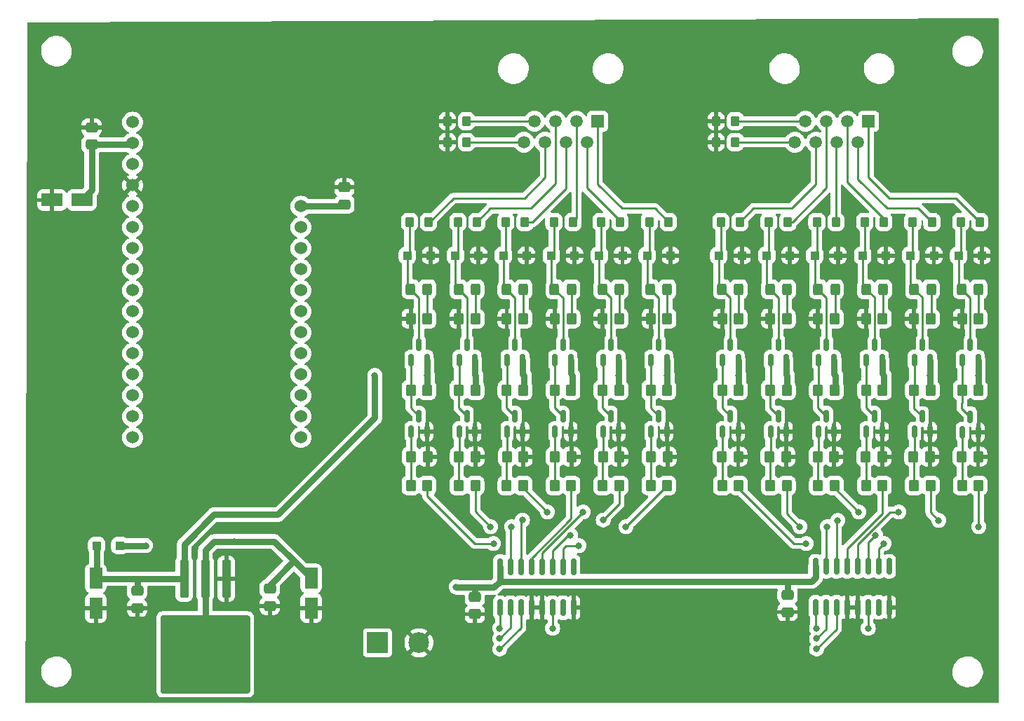
<source format=gbr>
%TF.GenerationSoftware,KiCad,Pcbnew,7.0.10*%
%TF.CreationDate,2024-03-07T20:10:10-06:00*%
%TF.ProjectId,Coax Switch Controller,436f6178-2053-4776-9974-636820436f6e,1.0*%
%TF.SameCoordinates,Original*%
%TF.FileFunction,Copper,L1,Top*%
%TF.FilePolarity,Positive*%
%FSLAX46Y46*%
G04 Gerber Fmt 4.6, Leading zero omitted, Abs format (unit mm)*
G04 Created by KiCad (PCBNEW 7.0.10) date 2024-03-07 20:10:10*
%MOMM*%
%LPD*%
G01*
G04 APERTURE LIST*
G04 Aperture macros list*
%AMRoundRect*
0 Rectangle with rounded corners*
0 $1 Rounding radius*
0 $2 $3 $4 $5 $6 $7 $8 $9 X,Y pos of 4 corners*
0 Add a 4 corners polygon primitive as box body*
4,1,4,$2,$3,$4,$5,$6,$7,$8,$9,$2,$3,0*
0 Add four circle primitives for the rounded corners*
1,1,$1+$1,$2,$3*
1,1,$1+$1,$4,$5*
1,1,$1+$1,$6,$7*
1,1,$1+$1,$8,$9*
0 Add four rect primitives between the rounded corners*
20,1,$1+$1,$2,$3,$4,$5,0*
20,1,$1+$1,$4,$5,$6,$7,0*
20,1,$1+$1,$6,$7,$8,$9,0*
20,1,$1+$1,$8,$9,$2,$3,0*%
G04 Aperture macros list end*
%TA.AperFunction,ComponentPad*%
%ADD10R,2.500000X2.500000*%
%TD*%
%TA.AperFunction,ComponentPad*%
%ADD11C,2.500000*%
%TD*%
%TA.AperFunction,SMDPad,CuDef*%
%ADD12RoundRect,0.250000X-0.475000X0.337500X-0.475000X-0.337500X0.475000X-0.337500X0.475000X0.337500X0*%
%TD*%
%TA.AperFunction,SMDPad,CuDef*%
%ADD13RoundRect,0.250000X0.475000X-0.337500X0.475000X0.337500X-0.475000X0.337500X-0.475000X-0.337500X0*%
%TD*%
%TA.AperFunction,SMDPad,CuDef*%
%ADD14RoundRect,0.250000X-0.550000X1.050000X-0.550000X-1.050000X0.550000X-1.050000X0.550000X1.050000X0*%
%TD*%
%TA.AperFunction,SMDPad,CuDef*%
%ADD15RoundRect,0.250000X-0.300000X-0.300000X0.300000X-0.300000X0.300000X0.300000X-0.300000X0.300000X0*%
%TD*%
%TA.AperFunction,SMDPad,CuDef*%
%ADD16RoundRect,0.250000X0.325000X0.450000X-0.325000X0.450000X-0.325000X-0.450000X0.325000X-0.450000X0*%
%TD*%
%TA.AperFunction,SMDPad,CuDef*%
%ADD17RoundRect,0.250000X-0.300000X2.050000X-0.300000X-2.050000X0.300000X-2.050000X0.300000X2.050000X0*%
%TD*%
%TA.AperFunction,SMDPad,CuDef*%
%ADD18RoundRect,0.250000X-2.375000X2.025000X-2.375000X-2.025000X2.375000X-2.025000X2.375000X2.025000X0*%
%TD*%
%TA.AperFunction,SMDPad,CuDef*%
%ADD19RoundRect,0.250002X-5.149998X4.449998X-5.149998X-4.449998X5.149998X-4.449998X5.149998X4.449998X0*%
%TD*%
%TA.AperFunction,SMDPad,CuDef*%
%ADD20RoundRect,0.250000X0.350000X0.450000X-0.350000X0.450000X-0.350000X-0.450000X0.350000X-0.450000X0*%
%TD*%
%TA.AperFunction,SMDPad,CuDef*%
%ADD21RoundRect,0.250000X-0.350000X-0.450000X0.350000X-0.450000X0.350000X0.450000X-0.350000X0.450000X0*%
%TD*%
%TA.AperFunction,SMDPad,CuDef*%
%ADD22RoundRect,0.250000X-0.275000X-0.350000X0.275000X-0.350000X0.275000X0.350000X-0.275000X0.350000X0*%
%TD*%
%TA.AperFunction,SMDPad,CuDef*%
%ADD23RoundRect,0.150000X0.150000X-0.587500X0.150000X0.587500X-0.150000X0.587500X-0.150000X-0.587500X0*%
%TD*%
%TA.AperFunction,ComponentPad*%
%ADD24C,1.524000*%
%TD*%
%TA.AperFunction,SMDPad,CuDef*%
%ADD25RoundRect,0.250000X1.050000X0.550000X-1.050000X0.550000X-1.050000X-0.550000X1.050000X-0.550000X0*%
%TD*%
%TA.AperFunction,SMDPad,CuDef*%
%ADD26RoundRect,0.150000X0.150000X-0.825000X0.150000X0.825000X-0.150000X0.825000X-0.150000X-0.825000X0*%
%TD*%
%TA.AperFunction,ComponentPad*%
%ADD27R,1.500000X1.500000*%
%TD*%
%TA.AperFunction,ComponentPad*%
%ADD28C,1.500000*%
%TD*%
%TA.AperFunction,ViaPad*%
%ADD29C,0.800000*%
%TD*%
%TA.AperFunction,Conductor*%
%ADD30C,0.750000*%
%TD*%
%TA.AperFunction,Conductor*%
%ADD31C,0.250000*%
%TD*%
G04 APERTURE END LIST*
D10*
%TO.P,J3,1,Pin_1*%
%TO.N,Net-(D25-A)*%
X131134000Y-134170000D03*
D11*
%TO.P,J3,2,Pin_2*%
%TO.N,GND*%
X136134000Y-134170000D03*
%TD*%
D12*
%TO.P,C9,1*%
%TO.N,+3.3V*%
X142884000Y-128632500D03*
%TO.P,C9,2*%
%TO.N,GND*%
X142884000Y-130707500D03*
%TD*%
%TO.P,C8,1*%
%TO.N,+3.3V*%
X180634000Y-128382500D03*
%TO.P,C8,2*%
%TO.N,GND*%
X180634000Y-130457500D03*
%TD*%
%TO.P,C4,1*%
%TO.N,+5V*%
X118134000Y-127632500D03*
%TO.P,C4,2*%
%TO.N,GND*%
X118134000Y-129707500D03*
%TD*%
D13*
%TO.P,C5,1*%
%TO.N,+5V*%
X127134000Y-81207500D03*
%TO.P,C5,2*%
%TO.N,GND*%
X127134000Y-79132500D03*
%TD*%
D14*
%TO.P,C3,1*%
%TO.N,+5V*%
X123134000Y-126370000D03*
%TO.P,C3,2*%
%TO.N,GND*%
X123134000Y-129970000D03*
%TD*%
%TO.P,C1,1*%
%TO.N,+12V*%
X97134000Y-126370000D03*
%TO.P,C1,2*%
%TO.N,GND*%
X97134000Y-129970000D03*
%TD*%
D15*
%TO.P,D1,1,K*%
%TO.N,Net-(D1-K)*%
X201292000Y-87376000D03*
%TO.P,D1,2,A*%
%TO.N,GND*%
X204092000Y-87376000D03*
%TD*%
%TO.P,D2,2,A*%
%TO.N,GND*%
X198300800Y-87376000D03*
%TO.P,D2,1,K*%
%TO.N,Net-(D14-A)*%
X195500800Y-87376000D03*
%TD*%
%TO.P,D6,1,K*%
%TO.N,Net-(D18-A)*%
X172336000Y-87376000D03*
%TO.P,D6,2,A*%
%TO.N,GND*%
X175136000Y-87376000D03*
%TD*%
%TO.P,D5,1,K*%
%TO.N,Net-(D17-A)*%
X178127200Y-87376000D03*
%TO.P,D5,2,A*%
%TO.N,GND*%
X180927200Y-87376000D03*
%TD*%
%TO.P,D4,1,K*%
%TO.N,Net-(D16-A)*%
X183918400Y-87376000D03*
%TO.P,D4,2,A*%
%TO.N,GND*%
X186718400Y-87376000D03*
%TD*%
%TO.P,D10,1,K*%
%TO.N,Net-(D10-K)*%
X146326400Y-87376000D03*
%TO.P,D10,2,A*%
%TO.N,GND*%
X149126400Y-87376000D03*
%TD*%
D16*
%TO.P,D15,1,K*%
%TO.N,Net-(D15-K)*%
X192161600Y-91440000D03*
%TO.P,D15,2,A*%
%TO.N,Net-(D15-A)*%
X190111600Y-91440000D03*
%TD*%
%TO.P,D13,2,A*%
%TO.N,Net-(D1-K)*%
X201667000Y-91440000D03*
%TO.P,D13,1,K*%
%TO.N,Net-(D13-K)*%
X203717000Y-91440000D03*
%TD*%
%TO.P,D18,1,K*%
%TO.N,Net-(D18-K)*%
X174761000Y-91440000D03*
%TO.P,D18,2,A*%
%TO.N,Net-(D18-A)*%
X172711000Y-91440000D03*
%TD*%
%TO.P,D16,1,K*%
%TO.N,Net-(D16-K)*%
X186361400Y-91440000D03*
%TO.P,D16,2,A*%
%TO.N,Net-(D16-A)*%
X184311400Y-91440000D03*
%TD*%
%TO.P,D21,1,K*%
%TO.N,Net-(D21-K)*%
X154542600Y-91440000D03*
%TO.P,D21,2,A*%
%TO.N,Net-(D21-A)*%
X152492600Y-91440000D03*
%TD*%
%TO.P,D23,1,K*%
%TO.N,Net-(D23-K)*%
X142960200Y-91440000D03*
%TO.P,D23,2,A*%
%TO.N,Net-(D11-K)*%
X140910200Y-91440000D03*
%TD*%
%TO.P,D24,1,K*%
%TO.N,Net-(D24-K)*%
X137169000Y-91440000D03*
%TO.P,D24,2,A*%
%TO.N,Net-(D12-K)*%
X135119000Y-91440000D03*
%TD*%
D15*
%TO.P,D25,1,K*%
%TO.N,+12V*%
X97234000Y-122420000D03*
%TO.P,D25,2,A*%
%TO.N,Net-(D25-A)*%
X100034000Y-122420000D03*
%TD*%
D17*
%TO.P,U4,1,GND*%
%TO.N,GND*%
X112884000Y-126420000D03*
%TO.P,U4,2,VO*%
%TO.N,+5V*%
X110344000Y-126420000D03*
D18*
X113119000Y-133145000D03*
X107569000Y-133145000D03*
D19*
X110344000Y-135570000D03*
D18*
X113119000Y-137995000D03*
X107569000Y-137995000D03*
D17*
%TO.P,U4,3,VI*%
%TO.N,+12V*%
X107804000Y-126420000D03*
%TD*%
D20*
%TO.P,R2,1*%
%TO.N,Net-(U2-~{Y1})*%
X197900800Y-115170000D03*
%TO.P,R2,2*%
%TO.N,Net-(Q2-B)*%
X195900800Y-115170000D03*
%TD*%
%TO.P,R15,2*%
%TO.N,Net-(Q3-B)*%
X190051600Y-111670000D03*
%TO.P,R15,1*%
%TO.N,GND*%
X192051600Y-111670000D03*
%TD*%
D21*
%TO.P,R35,1*%
%TO.N,Net-(Q11-C)*%
X140935200Y-103632000D03*
%TO.P,R35,2*%
%TO.N,+12V*%
X142935200Y-103632000D03*
%TD*%
D20*
%TO.P,R5,1*%
%TO.N,Net-(U2-~{Y4})*%
X180527200Y-115170000D03*
%TO.P,R5,2*%
%TO.N,Net-(Q5-B)*%
X178527200Y-115170000D03*
%TD*%
D22*
%TO.P,FB2,1*%
%TO.N,Net-(D14-A)*%
X195750800Y-83312000D03*
%TO.P,FB2,2*%
%TO.N,Net-(FB2-Pad2)*%
X198050800Y-83312000D03*
%TD*%
D16*
%TO.P,D19,1,K*%
%TO.N,Net-(D19-K)*%
X166125000Y-91440000D03*
%TO.P,D19,2,A*%
%TO.N,Net-(D19-A)*%
X164075000Y-91440000D03*
%TD*%
D23*
%TO.P,Q11,1,B*%
%TO.N,Net-(Q11-B)*%
X140985200Y-108633500D03*
%TO.P,Q11,2,E*%
%TO.N,GND*%
X142885200Y-108633500D03*
%TO.P,Q11,3,C*%
%TO.N,Net-(Q11-C)*%
X141935200Y-106758500D03*
%TD*%
D21*
%TO.P,R29,1*%
%TO.N,Net-(Q17-G)*%
X178527200Y-103632000D03*
%TO.P,R29,2*%
%TO.N,+12V*%
X180527200Y-103632000D03*
%TD*%
%TO.P,R41,2*%
%TO.N,Net-(D17-K)*%
X180527200Y-94996000D03*
%TO.P,R41,1*%
%TO.N,GND*%
X178527200Y-94996000D03*
%TD*%
%TO.P,R33,1*%
%TO.N,Net-(Q21-G)*%
X152517600Y-103632000D03*
%TO.P,R33,2*%
%TO.N,+12V*%
X154517600Y-103632000D03*
%TD*%
D22*
%TO.P,FB13,1*%
%TO.N,GND*%
X172030000Y-71120000D03*
%TO.P,FB13,2*%
%TO.N,Net-(FB13-Pad2)*%
X174330000Y-71120000D03*
%TD*%
%TO.P,FB11,1*%
%TO.N,Net-(D11-K)*%
X140836000Y-83312000D03*
%TO.P,FB11,2*%
%TO.N,Net-(FB11-Pad2)*%
X143136000Y-83312000D03*
%TD*%
D23*
%TO.P,Q17,1,G*%
%TO.N,Net-(Q17-G)*%
X178577200Y-99997500D03*
%TO.P,Q17,2,S*%
%TO.N,+12V*%
X180477200Y-99997500D03*
%TO.P,Q17,3,D*%
%TO.N,Net-(D17-A)*%
X179527200Y-98122500D03*
%TD*%
%TO.P,Q15,1,G*%
%TO.N,Net-(Q15-G)*%
X190159600Y-99997500D03*
%TO.P,Q15,2,S*%
%TO.N,+12V*%
X192059600Y-99997500D03*
%TO.P,Q15,3,D*%
%TO.N,Net-(D15-A)*%
X191109600Y-98122500D03*
%TD*%
D21*
%TO.P,R42,2*%
%TO.N,Net-(D18-K)*%
X174736000Y-94996000D03*
%TO.P,R42,1*%
%TO.N,GND*%
X172736000Y-94996000D03*
%TD*%
D23*
%TO.P,Q3,1,B*%
%TO.N,Net-(Q3-B)*%
X190159600Y-108633500D03*
%TO.P,Q3,2,E*%
%TO.N,GND*%
X192059600Y-108633500D03*
%TO.P,Q3,3,C*%
%TO.N,Net-(Q15-G)*%
X191109600Y-106758500D03*
%TD*%
%TO.P,Q18,1,G*%
%TO.N,Net-(Q18-G)*%
X172786000Y-99997500D03*
%TO.P,Q18,2,S*%
%TO.N,+12V*%
X174686000Y-99997500D03*
%TO.P,Q18,3,D*%
%TO.N,Net-(D18-A)*%
X173736000Y-98122500D03*
%TD*%
D20*
%TO.P,R12,2*%
%TO.N,Net-(Q12-B)*%
X135144000Y-115170000D03*
%TO.P,R12,1*%
%TO.N,Net-(U3-~{Y5})*%
X137144000Y-115170000D03*
%TD*%
D23*
%TO.P,Q13,1,G*%
%TO.N,Net-(Q1-C)*%
X201742000Y-99997500D03*
%TO.P,Q13,2,S*%
%TO.N,+12V*%
X203642000Y-99997500D03*
%TO.P,Q13,3,D*%
%TO.N,Net-(D1-K)*%
X202692000Y-98122500D03*
%TD*%
%TO.P,Q9,1,B*%
%TO.N,Net-(Q9-B)*%
X152567600Y-108633500D03*
%TO.P,Q9,2,E*%
%TO.N,GND*%
X154467600Y-108633500D03*
%TO.P,Q9,3,C*%
%TO.N,Net-(Q21-G)*%
X153517600Y-106758500D03*
%TD*%
D21*
%TO.P,R26,1*%
%TO.N,Net-(Q14-G)*%
X195900800Y-103632000D03*
%TO.P,R26,2*%
%TO.N,+12V*%
X197900800Y-103632000D03*
%TD*%
D20*
%TO.P,R3,1*%
%TO.N,Net-(U2-~{Y2})*%
X192109600Y-115170000D03*
%TO.P,R3,2*%
%TO.N,Net-(Q3-B)*%
X190109600Y-115170000D03*
%TD*%
D22*
%TO.P,FB15,1*%
%TO.N,GND*%
X139566000Y-71120000D03*
%TO.P,FB15,2*%
%TO.N,Net-(FB15-Pad2)*%
X141866000Y-71120000D03*
%TD*%
D15*
%TO.P,D11,1,K*%
%TO.N,Net-(D11-K)*%
X140535200Y-87376000D03*
%TO.P,D11,2,A*%
%TO.N,GND*%
X143335200Y-87376000D03*
%TD*%
D20*
%TO.P,R19,1*%
%TO.N,GND*%
X166134000Y-111670000D03*
%TO.P,R19,2*%
%TO.N,Net-(Q7-B)*%
X164134000Y-111670000D03*
%TD*%
D23*
%TO.P,Q20,1,G*%
%TO.N,Net-(Q20-G)*%
X158358800Y-99997500D03*
%TO.P,Q20,2,S*%
%TO.N,+12V*%
X160258800Y-99997500D03*
%TO.P,Q20,3,D*%
%TO.N,Net-(D20-A)*%
X159308800Y-98122500D03*
%TD*%
D15*
%TO.P,D3,1,K*%
%TO.N,Net-(D15-A)*%
X189709600Y-87376000D03*
%TO.P,D3,2,A*%
%TO.N,GND*%
X192509600Y-87376000D03*
%TD*%
D20*
%TO.P,R24,1*%
%TO.N,GND*%
X137178000Y-111670000D03*
%TO.P,R24,2*%
%TO.N,Net-(Q12-B)*%
X135178000Y-111670000D03*
%TD*%
D21*
%TO.P,R44,1*%
%TO.N,GND*%
X158321600Y-94996000D03*
%TO.P,R44,2*%
%TO.N,Net-(D20-K)*%
X160321600Y-94996000D03*
%TD*%
D16*
%TO.P,D14,1,K*%
%TO.N,Net-(D14-K)*%
X197961800Y-91440000D03*
%TO.P,D14,2,A*%
%TO.N,Net-(D14-A)*%
X195911800Y-91440000D03*
%TD*%
D23*
%TO.P,Q19,1,G*%
%TO.N,Net-(Q19-G)*%
X164150000Y-99997500D03*
%TO.P,Q19,2,S*%
%TO.N,+12V*%
X166050000Y-99997500D03*
%TO.P,Q19,3,D*%
%TO.N,Net-(D19-A)*%
X165100000Y-98122500D03*
%TD*%
%TO.P,Q4,1,B*%
%TO.N,Net-(Q4-B)*%
X184368400Y-108633500D03*
%TO.P,Q4,2,E*%
%TO.N,GND*%
X186268400Y-108633500D03*
%TO.P,Q4,3,C*%
%TO.N,Net-(Q16-G)*%
X185318400Y-106758500D03*
%TD*%
D22*
%TO.P,FB7,1*%
%TO.N,Net-(D19-A)*%
X163950000Y-83312000D03*
%TO.P,FB7,2*%
%TO.N,Net-(FB7-Pad2)*%
X166250000Y-83312000D03*
%TD*%
D23*
%TO.P,Q23,1,G*%
%TO.N,Net-(Q11-C)*%
X140985200Y-99997500D03*
%TO.P,Q23,2,S*%
%TO.N,+12V*%
X142885200Y-99997500D03*
%TO.P,Q23,3,D*%
%TO.N,Net-(D11-K)*%
X141935200Y-98122500D03*
%TD*%
%TO.P,Q5,1,B*%
%TO.N,Net-(Q5-B)*%
X178577200Y-108633500D03*
%TO.P,Q5,2,E*%
%TO.N,GND*%
X180477200Y-108633500D03*
%TO.P,Q5,3,C*%
%TO.N,Net-(Q17-G)*%
X179527200Y-106758500D03*
%TD*%
D21*
%TO.P,R36,1*%
%TO.N,Net-(Q12-C)*%
X135144000Y-103632000D03*
%TO.P,R36,2*%
%TO.N,+12V*%
X137144000Y-103632000D03*
%TD*%
D23*
%TO.P,Q14,1,G*%
%TO.N,Net-(Q14-G)*%
X195950800Y-99997500D03*
%TO.P,Q14,2,S*%
%TO.N,+12V*%
X197850800Y-99997500D03*
%TO.P,Q14,3,D*%
%TO.N,Net-(D14-A)*%
X196900800Y-98122500D03*
%TD*%
D21*
%TO.P,R25,1*%
%TO.N,Net-(Q1-C)*%
X201692000Y-103632000D03*
%TO.P,R25,2*%
%TO.N,+12V*%
X203692000Y-103632000D03*
%TD*%
%TO.P,R48,1*%
%TO.N,GND*%
X135144000Y-94996000D03*
%TO.P,R48,2*%
%TO.N,Net-(D24-K)*%
X137144000Y-94996000D03*
%TD*%
D22*
%TO.P,FB8,1*%
%TO.N,Net-(D20-A)*%
X158108000Y-83312000D03*
%TO.P,FB8,2*%
%TO.N,Net-(FB8-Pad2)*%
X160408000Y-83312000D03*
%TD*%
D23*
%TO.P,Q2,1,B*%
%TO.N,Net-(Q2-B)*%
X195950800Y-108694500D03*
%TO.P,Q2,2,E*%
%TO.N,GND*%
X197850800Y-108694500D03*
%TO.P,Q2,3,C*%
%TO.N,Net-(Q14-G)*%
X196900800Y-106819500D03*
%TD*%
D21*
%TO.P,R27,1*%
%TO.N,Net-(Q15-G)*%
X190109600Y-103632000D03*
%TO.P,R27,2*%
%TO.N,+12V*%
X192109600Y-103632000D03*
%TD*%
D20*
%TO.P,R1,1*%
%TO.N,Net-(U2-~{Y0})*%
X203692000Y-115170000D03*
%TO.P,R1,2*%
%TO.N,Net-(Q1-B)*%
X201692000Y-115170000D03*
%TD*%
D22*
%TO.P,FB6,1*%
%TO.N,Net-(D18-A)*%
X172586000Y-83312000D03*
%TO.P,FB6,2*%
%TO.N,Net-(FB6-Pad2)*%
X174886000Y-83312000D03*
%TD*%
D20*
%TO.P,R11,1*%
%TO.N,Net-(U3-~{Y4})*%
X142935200Y-115170000D03*
%TO.P,R11,2*%
%TO.N,Net-(Q11-B)*%
X140935200Y-115170000D03*
%TD*%
D22*
%TO.P,FB5,1*%
%TO.N,Net-(D17-A)*%
X178377200Y-83312000D03*
%TO.P,FB5,2*%
%TO.N,Net-(FB5-Pad2)*%
X180677200Y-83312000D03*
%TD*%
D21*
%TO.P,R32,1*%
%TO.N,Net-(Q20-G)*%
X158308800Y-103632000D03*
%TO.P,R32,2*%
%TO.N,+12V*%
X160308800Y-103632000D03*
%TD*%
D22*
%TO.P,FB14,1*%
%TO.N,GND*%
X172030000Y-73660000D03*
%TO.P,FB14,2*%
%TO.N,Net-(FB14-Pad2)*%
X174330000Y-73660000D03*
%TD*%
D24*
%TO.P,U1,1,Reset*%
%TO.N,unconnected-(U1-Reset-Pad1)*%
X101564500Y-71267000D03*
%TO.P,U1,2,3.3V*%
%TO.N,+3.3V*%
X101564500Y-73807000D03*
%TO.P,U1,3,NC*%
%TO.N,unconnected-(U1-NC-Pad3)*%
X101564500Y-76347000D03*
%TO.P,U1,4,GND*%
%TO.N,GND*%
X101564500Y-78887000D03*
%TO.P,U1,5,26_/_A0*%
%TO.N,unconnected-(U1-26_{slash}_A0-Pad5)*%
X101564500Y-81427000D03*
%TO.P,U1,6,25_/_A1*%
%TO.N,unconnected-(U1-25_{slash}_A1-Pad6)*%
X101564500Y-83967000D03*
%TO.P,U1,7,34_/_A2*%
%TO.N,unconnected-(U1-34_{slash}_A2-Pad7)*%
X101564500Y-86507000D03*
%TO.P,U1,8,39_/_A3*%
%TO.N,unconnected-(U1-39_{slash}_A3-Pad8)*%
X101564500Y-89047000D03*
%TO.P,U1,9,36_/_A4*%
%TO.N,unconnected-(U1-36_{slash}_A4-Pad9)*%
X101564500Y-91587000D03*
%TO.P,U1,10,35_/_A5*%
%TO.N,unconnected-(U1-35_{slash}_A5-Pad10)*%
X101564500Y-94127000D03*
%TO.P,U1,11,18_/_SCK*%
%TO.N,unconnected-(U1-18_{slash}_SCK-Pad11)*%
X101564500Y-96667000D03*
%TO.P,U1,12,23_/_PICO*%
%TO.N,unconnected-(U1-23_{slash}_PICO-Pad12)*%
X101564500Y-99207000D03*
%TO.P,U1,13,19_/_POCI*%
%TO.N,unconnected-(U1-19_{slash}_POCI-Pad13)*%
X101564500Y-101747000D03*
%TO.P,U1,14,16_/_RX*%
%TO.N,unconnected-(U1-16_{slash}_RX-Pad14)*%
X101564500Y-104287000D03*
%TO.P,U1,15,17_/_TX*%
%TO.N,unconnected-(U1-17_{slash}_TX-Pad15)*%
X101564500Y-106827000D03*
%TO.P,U1,16,4_/_FREE*%
%TO.N,unconnected-(U1-4_{slash}_FREE-Pad16)*%
X101564500Y-109367000D03*
%TO.P,U1,17,21_/_SDA*%
%TO.N,unconnected-(U1-21_{slash}_SDA-Pad17)*%
X121884500Y-109367000D03*
%TO.P,U1,18,22_/_SCL*%
%TO.N,unconnected-(U1-22_{slash}_SCL-Pad18)*%
X121884500Y-106827000D03*
%TO.P,U1,19,14*%
%TO.N,Net-(U1-14)*%
X121884500Y-104287000D03*
%TO.P,U1,20,32*%
%TO.N,Net-(U1-32)*%
X121884500Y-101747000D03*
%TO.P,U1,21,15*%
%TO.N,Net-(U1-15)*%
X121884500Y-99207000D03*
%TO.P,U1,22,33*%
%TO.N,Net-(U1-33)*%
X121884500Y-96667000D03*
%TO.P,U1,23,27*%
%TO.N,Net-(U1-27)*%
X121884500Y-94127000D03*
%TO.P,U1,24,12*%
%TO.N,Net-(U1-12)*%
X121884500Y-91587000D03*
%TO.P,U1,25,13_/_LED*%
%TO.N,Net-(U1-13_{slash}_LED)*%
X121884500Y-89047000D03*
%TO.P,U1,26,VUSB*%
%TO.N,unconnected-(U1-VUSB-Pad26)*%
X121884500Y-86507000D03*
%TO.P,U1,27,EN*%
%TO.N,unconnected-(U1-EN-Pad27)*%
X121884500Y-83967000D03*
%TO.P,U1,28,VBATT*%
%TO.N,+5V*%
X121884500Y-81427000D03*
%TD*%
D21*
%TO.P,R40,1*%
%TO.N,GND*%
X184318400Y-94996000D03*
%TO.P,R40,2*%
%TO.N,Net-(D16-K)*%
X186318400Y-94996000D03*
%TD*%
D16*
%TO.P,D17,1,K*%
%TO.N,Net-(D17-K)*%
X180561200Y-91440000D03*
%TO.P,D17,2,A*%
%TO.N,Net-(D17-A)*%
X178511200Y-91440000D03*
%TD*%
D15*
%TO.P,D9,1,K*%
%TO.N,Net-(D21-A)*%
X152117600Y-87376000D03*
%TO.P,D9,2,A*%
%TO.N,GND*%
X154917600Y-87376000D03*
%TD*%
D21*
%TO.P,R46,1*%
%TO.N,GND*%
X146732800Y-94996000D03*
%TO.P,R46,2*%
%TO.N,Net-(D22-K)*%
X148732800Y-94996000D03*
%TD*%
%TO.P,R31,1*%
%TO.N,Net-(Q19-G)*%
X164100000Y-103632000D03*
%TO.P,R31,2*%
%TO.N,+12V*%
X166100000Y-103632000D03*
%TD*%
D23*
%TO.P,Q1,1,B*%
%TO.N,Net-(Q1-B)*%
X201742000Y-108712000D03*
%TO.P,Q1,2,E*%
%TO.N,GND*%
X203642000Y-108712000D03*
%TO.P,Q1,3,C*%
%TO.N,Net-(Q1-C)*%
X202692000Y-106837000D03*
%TD*%
D25*
%TO.P,C6,1*%
%TO.N,+3.3V*%
X95434000Y-80670000D03*
%TO.P,C6,2*%
%TO.N,GND*%
X91834000Y-80670000D03*
%TD*%
D15*
%TO.P,D7,1,K*%
%TO.N,Net-(D19-A)*%
X163700000Y-87376000D03*
%TO.P,D7,2,A*%
%TO.N,GND*%
X166500000Y-87376000D03*
%TD*%
D23*
%TO.P,Q6,1,B*%
%TO.N,Net-(Q6-B)*%
X172786000Y-108633500D03*
%TO.P,Q6,2,E*%
%TO.N,GND*%
X174686000Y-108633500D03*
%TO.P,Q6,3,C*%
%TO.N,Net-(Q18-G)*%
X173736000Y-106758500D03*
%TD*%
D21*
%TO.P,R30,1*%
%TO.N,Net-(Q18-G)*%
X172736000Y-103632000D03*
%TO.P,R30,2*%
%TO.N,+12V*%
X174736000Y-103632000D03*
%TD*%
D22*
%TO.P,FB10,1*%
%TO.N,Net-(D10-K)*%
X146627200Y-83312000D03*
%TO.P,FB10,2*%
%TO.N,Net-(FB10-Pad2)*%
X148927200Y-83312000D03*
%TD*%
D15*
%TO.P,D12,1,K*%
%TO.N,Net-(D12-K)*%
X134744000Y-87376000D03*
%TO.P,D12,2,A*%
%TO.N,GND*%
X137544000Y-87376000D03*
%TD*%
D20*
%TO.P,R23,1*%
%TO.N,GND*%
X142969200Y-111670000D03*
%TO.P,R23,2*%
%TO.N,Net-(Q11-B)*%
X140969200Y-111670000D03*
%TD*%
D21*
%TO.P,R39,1*%
%TO.N,GND*%
X190109600Y-94996000D03*
%TO.P,R39,2*%
%TO.N,Net-(D15-K)*%
X192109600Y-94996000D03*
%TD*%
D20*
%TO.P,R8,1*%
%TO.N,Net-(U3-~{Y1})*%
X160308800Y-115170000D03*
%TO.P,R8,2*%
%TO.N,Net-(Q8-B)*%
X158308800Y-115170000D03*
%TD*%
D23*
%TO.P,Q16,1,G*%
%TO.N,Net-(Q16-G)*%
X184368400Y-99997500D03*
%TO.P,Q16,2,S*%
%TO.N,+12V*%
X186268400Y-99997500D03*
%TO.P,Q16,3,D*%
%TO.N,Net-(D16-A)*%
X185318400Y-98122500D03*
%TD*%
D26*
%TO.P,U2,16,VCC*%
%TO.N,+3.3V*%
X184014000Y-124920000D03*
%TO.P,U2,15,~{Y0}*%
%TO.N,Net-(U2-~{Y0})*%
X185284000Y-124920000D03*
%TO.P,U2,14,~{Y1}*%
%TO.N,Net-(U2-~{Y1})*%
X186554000Y-124920000D03*
%TO.P,U2,13,~{Y2}*%
%TO.N,Net-(U2-~{Y2})*%
X187824000Y-124920000D03*
%TO.P,U2,12,~{Y3}*%
%TO.N,Net-(U2-~{Y3})*%
X189094000Y-124920000D03*
%TO.P,U2,11,~{Y4}*%
%TO.N,Net-(U2-~{Y4})*%
X190364000Y-124920000D03*
%TO.P,U2,10,~{Y5}*%
%TO.N,Net-(U2-~{Y5})*%
X191634000Y-124920000D03*
%TO.P,U2,9,~{Y6}*%
%TO.N,unconnected-(U2-~{Y6}-Pad9)*%
X192904000Y-124920000D03*
%TO.P,U2,8,GND*%
%TO.N,GND*%
X192904000Y-129870000D03*
%TO.P,U2,7,~{Y7}*%
%TO.N,unconnected-(U2-~{Y7}-Pad7)*%
X191634000Y-129870000D03*
%TO.P,U2,6,E2*%
%TO.N,Net-(U1-13_{slash}_LED)*%
X190364000Y-129870000D03*
%TO.P,U2,5,~{E1}*%
%TO.N,GND*%
X189094000Y-129870000D03*
%TO.P,U2,4,~{E0}*%
X187824000Y-129870000D03*
%TO.P,U2,3,A2*%
%TO.N,Net-(U1-33)*%
X186554000Y-129870000D03*
%TO.P,U2,2,A1*%
%TO.N,Net-(U1-27)*%
X185284000Y-129870000D03*
%TO.P,U2,1,A0*%
%TO.N,Net-(U1-12)*%
X184014000Y-129870000D03*
%TD*%
D16*
%TO.P,D20,1,K*%
%TO.N,Net-(D20-K)*%
X160333800Y-91440000D03*
%TO.P,D20,2,A*%
%TO.N,Net-(D20-A)*%
X158283800Y-91440000D03*
%TD*%
D23*
%TO.P,Q22,1,G*%
%TO.N,Net-(Q10-C)*%
X146776400Y-99997500D03*
%TO.P,Q22,2,S*%
%TO.N,+12V*%
X148676400Y-99997500D03*
%TO.P,Q22,3,D*%
%TO.N,Net-(D10-K)*%
X147726400Y-98122500D03*
%TD*%
D21*
%TO.P,R47,1*%
%TO.N,GND*%
X140938400Y-94996000D03*
%TO.P,R47,2*%
%TO.N,Net-(D23-K)*%
X142938400Y-94996000D03*
%TD*%
D23*
%TO.P,Q21,1,G*%
%TO.N,Net-(Q21-G)*%
X152567600Y-99997500D03*
%TO.P,Q21,2,S*%
%TO.N,+12V*%
X154467600Y-99997500D03*
%TO.P,Q21,3,D*%
%TO.N,Net-(D21-A)*%
X153517600Y-98122500D03*
%TD*%
D21*
%TO.P,R45,1*%
%TO.N,GND*%
X152527200Y-94996000D03*
%TO.P,R45,2*%
%TO.N,Net-(D21-K)*%
X154527200Y-94996000D03*
%TD*%
D23*
%TO.P,Q7,1,B*%
%TO.N,Net-(Q7-B)*%
X164150000Y-108633500D03*
%TO.P,Q7,2,E*%
%TO.N,GND*%
X166050000Y-108633500D03*
%TO.P,Q7,3,C*%
%TO.N,Net-(Q19-G)*%
X165100000Y-106758500D03*
%TD*%
D20*
%TO.P,R17,2*%
%TO.N,Net-(Q5-B)*%
X178469200Y-111670000D03*
%TO.P,R17,1*%
%TO.N,GND*%
X180469200Y-111670000D03*
%TD*%
D22*
%TO.P,FB12,1*%
%TO.N,Net-(D12-K)*%
X134994000Y-83312000D03*
%TO.P,FB12,2*%
%TO.N,Net-(FB12-Pad2)*%
X137294000Y-83312000D03*
%TD*%
D20*
%TO.P,R7,1*%
%TO.N,Net-(U3-~{Y0})*%
X166100000Y-115170000D03*
%TO.P,R7,2*%
%TO.N,Net-(Q7-B)*%
X164100000Y-115170000D03*
%TD*%
D15*
%TO.P,D8,1,K*%
%TO.N,Net-(D20-A)*%
X157908800Y-87376000D03*
%TO.P,D8,2,A*%
%TO.N,GND*%
X160708800Y-87376000D03*
%TD*%
D20*
%TO.P,R22,1*%
%TO.N,GND*%
X148760400Y-111670000D03*
%TO.P,R22,2*%
%TO.N,Net-(Q10-B)*%
X146760400Y-111670000D03*
%TD*%
D21*
%TO.P,R28,1*%
%TO.N,Net-(Q16-G)*%
X184318400Y-103632000D03*
%TO.P,R28,2*%
%TO.N,+12V*%
X186318400Y-103632000D03*
%TD*%
D12*
%TO.P,C2,1*%
%TO.N,+12V*%
X102134000Y-127882500D03*
%TO.P,C2,2*%
%TO.N,GND*%
X102134000Y-129957500D03*
%TD*%
D22*
%TO.P,FB4,1*%
%TO.N,Net-(D16-A)*%
X184168400Y-83312000D03*
%TO.P,FB4,2*%
%TO.N,Net-(FB4-Pad2)*%
X186468400Y-83312000D03*
%TD*%
D20*
%TO.P,R10,1*%
%TO.N,Net-(U3-~{Y3})*%
X148726400Y-115170000D03*
%TO.P,R10,2*%
%TO.N,Net-(Q10-B)*%
X146726400Y-115170000D03*
%TD*%
%TO.P,R13,2*%
%TO.N,Net-(Q1-B)*%
X201634000Y-111670000D03*
%TO.P,R13,1*%
%TO.N,GND*%
X203634000Y-111670000D03*
%TD*%
%TO.P,R16,2*%
%TO.N,Net-(Q4-B)*%
X184260400Y-111670000D03*
%TO.P,R16,1*%
%TO.N,GND*%
X186260400Y-111670000D03*
%TD*%
%TO.P,R14,1*%
%TO.N,GND*%
X197842800Y-111670000D03*
%TO.P,R14,2*%
%TO.N,Net-(Q2-B)*%
X195842800Y-111670000D03*
%TD*%
%TO.P,R18,2*%
%TO.N,Net-(Q6-B)*%
X172678000Y-111670000D03*
%TO.P,R18,1*%
%TO.N,GND*%
X174678000Y-111670000D03*
%TD*%
%TO.P,R21,1*%
%TO.N,GND*%
X154551600Y-111670000D03*
%TO.P,R21,2*%
%TO.N,Net-(Q9-B)*%
X152551600Y-111670000D03*
%TD*%
D22*
%TO.P,FB9,1*%
%TO.N,Net-(D21-A)*%
X152418400Y-83312000D03*
%TO.P,FB9,2*%
%TO.N,Net-(FB9-Pad2)*%
X154718400Y-83312000D03*
%TD*%
D20*
%TO.P,R6,1*%
%TO.N,Net-(U2-~{Y5})*%
X174736000Y-115170000D03*
%TO.P,R6,2*%
%TO.N,Net-(Q6-B)*%
X172736000Y-115170000D03*
%TD*%
%TO.P,R9,1*%
%TO.N,Net-(U3-~{Y2})*%
X154517600Y-115170000D03*
%TO.P,R9,2*%
%TO.N,Net-(Q9-B)*%
X152517600Y-115170000D03*
%TD*%
D23*
%TO.P,Q12,1,B*%
%TO.N,Net-(Q12-B)*%
X135194000Y-108633500D03*
%TO.P,Q12,2,E*%
%TO.N,GND*%
X137094000Y-108633500D03*
%TO.P,Q12,3,C*%
%TO.N,Net-(Q12-C)*%
X136144000Y-106758500D03*
%TD*%
D27*
%TO.P,J2,1*%
%TO.N,Net-(FB7-Pad2)*%
X157698500Y-71140000D03*
D28*
%TO.P,J2,2*%
%TO.N,Net-(FB8-Pad2)*%
X156428500Y-73680000D03*
%TO.P,J2,3*%
%TO.N,Net-(FB9-Pad2)*%
X155158500Y-71140000D03*
%TO.P,J2,4*%
%TO.N,Net-(FB10-Pad2)*%
X153888500Y-73680000D03*
%TO.P,J2,5*%
%TO.N,Net-(FB11-Pad2)*%
X152618500Y-71140000D03*
%TO.P,J2,6*%
%TO.N,Net-(FB12-Pad2)*%
X151348500Y-73680000D03*
%TO.P,J2,7*%
%TO.N,Net-(FB15-Pad2)*%
X150078500Y-71140000D03*
%TO.P,J2,8*%
%TO.N,Net-(FB16-Pad2)*%
X148808500Y-73680000D03*
%TD*%
D21*
%TO.P,R38,1*%
%TO.N,GND*%
X195900800Y-94996000D03*
%TO.P,R38,2*%
%TO.N,Net-(D14-K)*%
X197900800Y-94996000D03*
%TD*%
D22*
%TO.P,FB16,1*%
%TO.N,GND*%
X139566000Y-73660000D03*
%TO.P,FB16,2*%
%TO.N,Net-(FB16-Pad2)*%
X141866000Y-73660000D03*
%TD*%
D20*
%TO.P,R4,1*%
%TO.N,Net-(U2-~{Y3})*%
X186318400Y-115170000D03*
%TO.P,R4,2*%
%TO.N,Net-(Q4-B)*%
X184318400Y-115170000D03*
%TD*%
D27*
%TO.P,J1,1*%
%TO.N,Net-(FB1-Pad2)*%
X190416500Y-71140000D03*
D28*
%TO.P,J1,2*%
%TO.N,Net-(FB2-Pad2)*%
X189146500Y-73680000D03*
%TO.P,J1,3*%
%TO.N,Net-(FB3-Pad2)*%
X187876500Y-71140000D03*
%TO.P,J1,4*%
%TO.N,Net-(FB4-Pad2)*%
X186606500Y-73680000D03*
%TO.P,J1,5*%
%TO.N,Net-(FB5-Pad2)*%
X185336500Y-71140000D03*
%TO.P,J1,6*%
%TO.N,Net-(FB6-Pad2)*%
X184066500Y-73680000D03*
%TO.P,J1,7*%
%TO.N,Net-(FB13-Pad2)*%
X182796500Y-71140000D03*
%TO.P,J1,8*%
%TO.N,Net-(FB14-Pad2)*%
X181526500Y-73680000D03*
%TD*%
D23*
%TO.P,Q24,1,G*%
%TO.N,Net-(Q12-C)*%
X135194000Y-99997500D03*
%TO.P,Q24,2,S*%
%TO.N,+12V*%
X137094000Y-99997500D03*
%TO.P,Q24,3,D*%
%TO.N,Net-(D12-K)*%
X136144000Y-98122500D03*
%TD*%
D21*
%TO.P,R37,2*%
%TO.N,Net-(D13-K)*%
X203692000Y-94996000D03*
%TO.P,R37,1*%
%TO.N,GND*%
X201692000Y-94996000D03*
%TD*%
D20*
%TO.P,R20,1*%
%TO.N,GND*%
X160342800Y-111670000D03*
%TO.P,R20,2*%
%TO.N,Net-(Q8-B)*%
X158342800Y-111670000D03*
%TD*%
D16*
%TO.P,D22,1,K*%
%TO.N,Net-(D22-K)*%
X148751400Y-91440000D03*
%TO.P,D22,2,A*%
%TO.N,Net-(D10-K)*%
X146701400Y-91440000D03*
%TD*%
D23*
%TO.P,Q8,1,B*%
%TO.N,Net-(Q8-B)*%
X158358800Y-108633500D03*
%TO.P,Q8,2,E*%
%TO.N,GND*%
X160258800Y-108633500D03*
%TO.P,Q8,3,C*%
%TO.N,Net-(Q20-G)*%
X159308800Y-106758500D03*
%TD*%
D26*
%TO.P,U3,1,A0*%
%TO.N,Net-(U1-15)*%
X145923000Y-129918000D03*
%TO.P,U3,2,A1*%
%TO.N,Net-(U1-32)*%
X147193000Y-129918000D03*
%TO.P,U3,3,A2*%
%TO.N,Net-(U1-14)*%
X148463000Y-129918000D03*
%TO.P,U3,4,~{E0}*%
%TO.N,GND*%
X149733000Y-129918000D03*
%TO.P,U3,5,~{E1}*%
X151003000Y-129918000D03*
%TO.P,U3,6,E2*%
%TO.N,Net-(U1-13_{slash}_LED)*%
X152273000Y-129918000D03*
%TO.P,U3,7,~{Y7}*%
%TO.N,unconnected-(U3-~{Y7}-Pad7)*%
X153543000Y-129918000D03*
%TO.P,U3,8,GND*%
%TO.N,GND*%
X154813000Y-129918000D03*
%TO.P,U3,9,~{Y6}*%
%TO.N,unconnected-(U3-~{Y6}-Pad9)*%
X154813000Y-124968000D03*
%TO.P,U3,10,~{Y5}*%
%TO.N,Net-(U3-~{Y5})*%
X153543000Y-124968000D03*
%TO.P,U3,11,~{Y4}*%
%TO.N,Net-(U3-~{Y4})*%
X152273000Y-124968000D03*
%TO.P,U3,12,~{Y3}*%
%TO.N,Net-(U3-~{Y3})*%
X151003000Y-124968000D03*
%TO.P,U3,13,~{Y2}*%
%TO.N,Net-(U3-~{Y2})*%
X149733000Y-124968000D03*
%TO.P,U3,14,~{Y1}*%
%TO.N,Net-(U3-~{Y1})*%
X148463000Y-124968000D03*
%TO.P,U3,15,~{Y0}*%
%TO.N,Net-(U3-~{Y0})*%
X147193000Y-124968000D03*
%TO.P,U3,16,VCC*%
%TO.N,+3.3V*%
X145923000Y-124968000D03*
%TD*%
D22*
%TO.P,FB3,1*%
%TO.N,Net-(D15-A)*%
X189959600Y-83312000D03*
%TO.P,FB3,2*%
%TO.N,Net-(FB3-Pad2)*%
X192259600Y-83312000D03*
%TD*%
D21*
%TO.P,R43,1*%
%TO.N,GND*%
X164116000Y-94996000D03*
%TO.P,R43,2*%
%TO.N,Net-(D19-K)*%
X166116000Y-94996000D03*
%TD*%
D23*
%TO.P,Q10,1,B*%
%TO.N,Net-(Q10-B)*%
X146776400Y-108633500D03*
%TO.P,Q10,2,E*%
%TO.N,GND*%
X148676400Y-108633500D03*
%TO.P,Q10,3,C*%
%TO.N,Net-(Q10-C)*%
X147726400Y-106758500D03*
%TD*%
D21*
%TO.P,R34,1*%
%TO.N,Net-(Q10-C)*%
X146726400Y-103632000D03*
%TO.P,R34,2*%
%TO.N,+12V*%
X148726400Y-103632000D03*
%TD*%
D22*
%TO.P,FB1,1*%
%TO.N,Net-(D1-K)*%
X201542000Y-83312000D03*
%TO.P,FB1,2*%
%TO.N,Net-(FB1-Pad2)*%
X203842000Y-83312000D03*
%TD*%
D13*
%TO.P,C7,1*%
%TO.N,+3.3V*%
X96634000Y-73957500D03*
%TO.P,C7,2*%
%TO.N,GND*%
X96634000Y-71882500D03*
%TD*%
D29*
%TO.N,GND*%
X127634000Y-113420000D03*
X120634000Y-120420000D03*
X126634000Y-124920000D03*
X139134000Y-124920000D03*
X177634000Y-132170000D03*
X157634000Y-132170000D03*
X169884000Y-132170000D03*
%TO.N,Net-(U1-12)*%
X184134000Y-132420000D03*
%TO.N,Net-(U1-33)*%
X184134000Y-134920000D03*
%TO.N,Net-(U1-27)*%
X184134000Y-133670000D03*
%TO.N,+12V*%
X130810000Y-101854000D03*
%TO.N,Net-(D25-A)*%
X103134000Y-122420000D03*
%TO.N,+5V*%
X113884000Y-121920000D03*
%TO.N,GND*%
X123967332Y-62670000D03*
X194134000Y-78420000D03*
X169884000Y-114420000D03*
X193802000Y-89662000D03*
X144884000Y-105170000D03*
X176634000Y-113420000D03*
X189800662Y-62670000D03*
X104217333Y-62670000D03*
X187960000Y-89662000D03*
X117383999Y-62670000D03*
X176276000Y-89662000D03*
X142821500Y-137920000D03*
X169884000Y-62670000D03*
X188318000Y-113420000D03*
X177884000Y-78420000D03*
X177634000Y-124920000D03*
X169884000Y-67991428D03*
X133384000Y-119420000D03*
X162052000Y-105156000D03*
X110884000Y-71920000D03*
X150300664Y-62670000D03*
X202384000Y-122170000D03*
X169884000Y-89670000D03*
X163467330Y-62670000D03*
X139134000Y-113420000D03*
X92384000Y-68420000D03*
X199884000Y-105170000D03*
X117384000Y-112920000D03*
X182118000Y-89662000D03*
X105884000Y-112920000D03*
X130550665Y-84920000D03*
X110884000Y-94170000D03*
X92384000Y-76170000D03*
X105884000Y-103670000D03*
X139134000Y-105156000D03*
X92384000Y-112820000D03*
X110800666Y-62670000D03*
X202384000Y-74295000D03*
X152634000Y-137920000D03*
X204634000Y-96670000D03*
X117384000Y-71920000D03*
X117884000Y-137920000D03*
X202384000Y-80170000D03*
X144526000Y-89662000D03*
X157634000Y-124920000D03*
X128134000Y-103670000D03*
X176634000Y-105170000D03*
X182384000Y-105170000D03*
X98884000Y-137920000D03*
X156464000Y-105156000D03*
X204634000Y-85170000D03*
X105884000Y-94170000D03*
X169884000Y-109170000D03*
X105634000Y-80920000D03*
X199748000Y-113420000D03*
X186571500Y-137920000D03*
X150634000Y-105170000D03*
X150634000Y-113420000D03*
X146558000Y-118364000D03*
X169884000Y-119670000D03*
X183217329Y-62670000D03*
X196384000Y-137920000D03*
X130550665Y-94170000D03*
X184150000Y-118364000D03*
X157634000Y-128920000D03*
X137133998Y-62738000D03*
X145384000Y-78420000D03*
X92384000Y-103520000D03*
X156406000Y-113420000D03*
X143717331Y-62670000D03*
X117134000Y-80920000D03*
X162248000Y-113420000D03*
X202384000Y-68420000D03*
X117384000Y-103670000D03*
X110884000Y-103670000D03*
X110634000Y-80920000D03*
X169884000Y-78420000D03*
X169884000Y-124920000D03*
X156210000Y-89662000D03*
X169884000Y-128920000D03*
X117384000Y-94170000D03*
X204634000Y-113420000D03*
X194160000Y-113420000D03*
X204634000Y-105170000D03*
X110884000Y-112920000D03*
X162052000Y-89662000D03*
X202384000Y-127670000D03*
X97634000Y-62670000D03*
X169884000Y-99920000D03*
X92384000Y-122120000D03*
X177634000Y-128920000D03*
X130550665Y-71920000D03*
X150368000Y-89662000D03*
X92384000Y-94220000D03*
X132588000Y-106680000D03*
X92384000Y-84920000D03*
X144722000Y-113420000D03*
X188384000Y-105170000D03*
X161384000Y-78420000D03*
X176633996Y-62670000D03*
X138684000Y-89662000D03*
X130550665Y-62670000D03*
X199644000Y-89662000D03*
X182222000Y-113420000D03*
X196384000Y-62670000D03*
X92384000Y-131420000D03*
X169884000Y-103920000D03*
X194134000Y-105170000D03*
X202384000Y-133170000D03*
X156883997Y-62670000D03*
%TO.N,+12V*%
X137160000Y-101854000D03*
X203642000Y-101854000D03*
X180594000Y-101854000D03*
X148844000Y-101854000D03*
X174752000Y-101854000D03*
X143002000Y-101854000D03*
X197866000Y-101854000D03*
X160274000Y-101854000D03*
X186436000Y-101854000D03*
X166116000Y-101854000D03*
X192278000Y-101854000D03*
X154686000Y-101854000D03*
%TO.N,+3.3V*%
X140634000Y-127420000D03*
%TO.N,Net-(U1-14)*%
X145884000Y-134920000D03*
%TO.N,Net-(U1-32)*%
X145884000Y-133670000D03*
%TO.N,Net-(U1-15)*%
X145884000Y-132420000D03*
%TO.N,Net-(U1-13_{slash}_LED)*%
X152273000Y-132420000D03*
X190373000Y-132420000D03*
%TO.N,Net-(U2-~{Y0})*%
X185420000Y-120142000D03*
X203708000Y-120142000D03*
%TO.N,Net-(U2-~{Y1})*%
X186690000Y-119380000D03*
X198882000Y-119380000D03*
%TO.N,Net-(U2-~{Y3})*%
X194056000Y-118364000D03*
X189230000Y-118364000D03*
%TO.N,Net-(U2-~{Y4})*%
X182118000Y-120142000D03*
X191262000Y-121158000D03*
%TO.N,Net-(U2-~{Y5})*%
X182880000Y-122174000D03*
X192278000Y-122174000D03*
%TO.N,Net-(U3-~{Y0})*%
X147320000Y-120142000D03*
X161128000Y-120142000D03*
%TO.N,Net-(U3-~{Y1})*%
X148630200Y-119339800D03*
X158384000Y-119339800D03*
%TO.N,Net-(U3-~{Y3})*%
X151638000Y-118364000D03*
X155956000Y-118364000D03*
%TO.N,Net-(U3-~{Y4})*%
X154432000Y-121158000D03*
X144780000Y-120142000D03*
%TO.N,Net-(U3-~{Y5})*%
X145134000Y-122174000D03*
X155448000Y-122428000D03*
%TD*%
D30*
%TO.N,+3.3V*%
X140700500Y-127486500D02*
X143002000Y-127486500D01*
X140634000Y-127420000D02*
X140700500Y-127486500D01*
%TO.N,+5V*%
X110344000Y-126420000D02*
X110344000Y-135570000D01*
X110344000Y-126420000D02*
X110344000Y-122960000D01*
X118134000Y-127170000D02*
X121034000Y-124270000D01*
X121034000Y-124270000D02*
X123134000Y-126370000D01*
X118684000Y-121920000D02*
X121034000Y-124270000D01*
X118134000Y-127632500D02*
X118134000Y-127170000D01*
X111384000Y-121920000D02*
X118684000Y-121920000D01*
X110344000Y-122960000D02*
X111384000Y-121920000D01*
D31*
%TO.N,Net-(U2-~{Y5})*%
X174736000Y-115522000D02*
X174736000Y-115170000D01*
X181388000Y-122174000D02*
X174736000Y-115522000D01*
X182880000Y-122174000D02*
X181388000Y-122174000D01*
%TO.N,Net-(U3-~{Y5})*%
X137144000Y-116430000D02*
X137144000Y-115170000D01*
X142888000Y-122174000D02*
X137144000Y-116430000D01*
X145134000Y-122174000D02*
X142888000Y-122174000D01*
D30*
%TO.N,+12V*%
X119134000Y-118670000D02*
X130810000Y-106994000D01*
X111384000Y-118670000D02*
X119134000Y-118670000D01*
X107804000Y-122250000D02*
X111384000Y-118670000D01*
X107804000Y-126420000D02*
X107804000Y-122250000D01*
X130810000Y-106994000D02*
X130810000Y-101854000D01*
D31*
%TO.N,Net-(U1-12)*%
X184134000Y-132420000D02*
X184014000Y-132300000D01*
X184014000Y-132300000D02*
X184014000Y-129870000D01*
%TO.N,Net-(U1-33)*%
X186554000Y-132500000D02*
X186554000Y-129870000D01*
X184134000Y-134920000D02*
X186554000Y-132500000D01*
%TO.N,Net-(U1-27)*%
X185284000Y-132520000D02*
X185284000Y-129870000D01*
X184134000Y-133670000D02*
X185284000Y-132520000D01*
%TO.N,Net-(U1-13_{slash}_LED)*%
X152273000Y-132420000D02*
X152273000Y-129918000D01*
X190373000Y-132420000D02*
X190373000Y-130302000D01*
D30*
%TO.N,+3.3V*%
X183558000Y-126746000D02*
X180884000Y-126746000D01*
X184014000Y-126290000D02*
X183558000Y-126746000D01*
X184014000Y-124920000D02*
X184014000Y-126290000D01*
D31*
%TO.N,Net-(U1-14)*%
X148463000Y-132341000D02*
X148463000Y-129918000D01*
X145884000Y-134920000D02*
X148463000Y-132341000D01*
%TO.N,Net-(U3-~{Y0})*%
X161128000Y-120142000D02*
X166100000Y-115170000D01*
%TO.N,Net-(U3-~{Y3})*%
X155956000Y-118364000D02*
X151003000Y-123317000D01*
X151003000Y-123317000D02*
X151003000Y-124968000D01*
%TO.N,Net-(U1-32)*%
X147193000Y-132361000D02*
X147193000Y-129918000D01*
X145884000Y-133670000D02*
X147193000Y-132361000D01*
%TO.N,Net-(U1-15)*%
X145923000Y-132381000D02*
X145923000Y-129918000D01*
X145884000Y-132420000D02*
X145923000Y-132381000D01*
%TO.N,Net-(FB12-Pad2)*%
X140306000Y-80420000D02*
X148884000Y-80420000D01*
X148884000Y-80420000D02*
X151348500Y-77955500D01*
X151348500Y-77955500D02*
X151348500Y-73680000D01*
X137414000Y-83312000D02*
X140306000Y-80420000D01*
X137294000Y-83312000D02*
X137414000Y-83312000D01*
%TO.N,Net-(FB11-Pad2)*%
X149634000Y-81670000D02*
X152618500Y-78685500D01*
X152618500Y-78685500D02*
X152618500Y-71140000D01*
X144778000Y-81670000D02*
X149634000Y-81670000D01*
X143136000Y-83312000D02*
X144778000Y-81670000D01*
%TO.N,Net-(FB7-Pad2)*%
X157698500Y-78734500D02*
X157698500Y-71140000D01*
X160634000Y-81670000D02*
X157698500Y-78734500D01*
X164608000Y-81670000D02*
X160634000Y-81670000D01*
X166250000Y-83312000D02*
X164608000Y-81670000D01*
%TO.N,Net-(FB1-Pad2)*%
X192884000Y-80420000D02*
X190416500Y-77952500D01*
X190416500Y-77952500D02*
X190416500Y-71140000D01*
X200950000Y-80420000D02*
X192884000Y-80420000D01*
X203842000Y-83312000D02*
X200950000Y-80420000D01*
%TO.N,Net-(FB2-Pad2)*%
X189146500Y-78182500D02*
X189146500Y-73680000D01*
X192634000Y-81670000D02*
X189146500Y-78182500D01*
X196408800Y-81670000D02*
X192634000Y-81670000D01*
X198050800Y-83312000D02*
X196408800Y-81670000D01*
%TO.N,Net-(FB6-Pad2)*%
X184066500Y-78737500D02*
X184066500Y-73680000D01*
X181134000Y-81670000D02*
X184066500Y-78737500D01*
X176528000Y-81670000D02*
X181134000Y-81670000D01*
X174886000Y-83312000D02*
X176528000Y-81670000D01*
%TO.N,Net-(D15-A)*%
X189709600Y-91038000D02*
X190111600Y-91440000D01*
X189709600Y-87376000D02*
X189709600Y-91038000D01*
X191109600Y-98122500D02*
X191109600Y-92438000D01*
X191109600Y-92438000D02*
X190111600Y-91440000D01*
%TO.N,Net-(D1-K)*%
X202692000Y-92465000D02*
X202692000Y-98122500D01*
X201667000Y-91440000D02*
X202692000Y-92465000D01*
X201292000Y-87376000D02*
X201292000Y-91065000D01*
X201292000Y-91065000D02*
X201667000Y-91440000D01*
X201542000Y-87126000D02*
X201542000Y-83312000D01*
X201292000Y-87376000D02*
X201542000Y-87126000D01*
%TO.N,Net-(D10-K)*%
X146701400Y-87751000D02*
X146326400Y-87376000D01*
X146384000Y-91514500D02*
X146384000Y-87825500D01*
%TO.N,Net-(D12-K)*%
X136144000Y-92465000D02*
X135119000Y-91440000D01*
X136144000Y-98122500D02*
X136144000Y-92465000D01*
%TO.N,Net-(D18-K)*%
X174761000Y-94971000D02*
X174736000Y-94996000D01*
X174761000Y-91440000D02*
X174761000Y-94971000D01*
%TO.N,Net-(Q6-B)*%
X172736000Y-111728000D02*
X172678000Y-111670000D01*
X172736000Y-115170000D02*
X172736000Y-111728000D01*
X172786000Y-111562000D02*
X172678000Y-111670000D01*
X172786000Y-108633500D02*
X172786000Y-111562000D01*
%TO.N,Net-(Q5-B)*%
X178527200Y-111728000D02*
X178469200Y-111670000D01*
X178527200Y-115170000D02*
X178527200Y-111728000D01*
X178577200Y-111562000D02*
X178469200Y-111670000D01*
X178577200Y-108633500D02*
X178577200Y-111562000D01*
%TO.N,Net-(Q4-B)*%
X184318400Y-111728000D02*
X184260400Y-111670000D01*
X184318400Y-115170000D02*
X184318400Y-111728000D01*
X184368400Y-111562000D02*
X184260400Y-111670000D01*
X184368400Y-108633500D02*
X184368400Y-111562000D01*
%TO.N,Net-(Q3-B)*%
X190109600Y-111728000D02*
X190051600Y-111670000D01*
X190109600Y-115170000D02*
X190109600Y-111728000D01*
X190159600Y-111562000D02*
X190051600Y-111670000D01*
X190159600Y-108633500D02*
X190159600Y-111562000D01*
%TO.N,Net-(Q2-B)*%
X195900800Y-111728000D02*
X195842800Y-111670000D01*
X195900800Y-115170000D02*
X195900800Y-111728000D01*
X195950800Y-111562000D02*
X195842800Y-111670000D01*
X195950800Y-108694500D02*
X195950800Y-111562000D01*
%TO.N,Net-(Q1-B)*%
X201692000Y-111728000D02*
X201634000Y-111670000D01*
X201692000Y-115170000D02*
X201692000Y-111728000D01*
X201742000Y-111562000D02*
X201634000Y-111670000D01*
X201742000Y-108712000D02*
X201742000Y-111562000D01*
%TO.N,Net-(U2-~{Y4})*%
X180527200Y-118551200D02*
X182118000Y-120142000D01*
X180527200Y-115170000D02*
X180527200Y-118551200D01*
%TO.N,Net-(U2-~{Y3})*%
X186318400Y-115452400D02*
X189230000Y-118364000D01*
X186318400Y-115170000D02*
X186318400Y-115452400D01*
%TO.N,Net-(U2-~{Y2})*%
X192109600Y-118532400D02*
X187833000Y-122809000D01*
X192109600Y-115170000D02*
X192109600Y-118532400D01*
%TO.N,Net-(U2-~{Y1})*%
X197900800Y-118398800D02*
X198882000Y-119380000D01*
X197900800Y-115170000D02*
X197900800Y-118398800D01*
%TO.N,Net-(U2-~{Y0})*%
X203692000Y-120126000D02*
X203708000Y-120142000D01*
X203692000Y-115170000D02*
X203692000Y-120126000D01*
%TO.N,Net-(Q7-B)*%
X164100000Y-111704000D02*
X164134000Y-111670000D01*
X164100000Y-115170000D02*
X164100000Y-111704000D01*
X164150000Y-111654000D02*
X164134000Y-111670000D01*
X164150000Y-108633500D02*
X164150000Y-111654000D01*
%TO.N,Net-(Q8-B)*%
X158308800Y-111704000D02*
X158342800Y-111670000D01*
X158308800Y-115170000D02*
X158308800Y-111704000D01*
X158358800Y-111654000D02*
X158342800Y-111670000D01*
X158358800Y-108633500D02*
X158358800Y-111654000D01*
%TO.N,Net-(Q9-B)*%
X152517600Y-111704000D02*
X152551600Y-111670000D01*
X152517600Y-115170000D02*
X152517600Y-111704000D01*
X152567600Y-111654000D02*
X152551600Y-111670000D01*
X152567600Y-108633500D02*
X152567600Y-111654000D01*
%TO.N,Net-(Q10-B)*%
X146726400Y-111704000D02*
X146760400Y-111670000D01*
X146726400Y-115170000D02*
X146726400Y-111704000D01*
X146776400Y-111654000D02*
X146760400Y-111670000D01*
X146776400Y-108633500D02*
X146776400Y-111654000D01*
%TO.N,Net-(Q11-B)*%
X140985200Y-108633500D02*
X140985200Y-111654000D01*
X140985200Y-111654000D02*
X140969200Y-111670000D01*
X140935200Y-111704000D02*
X140969200Y-111670000D01*
X140935200Y-115170000D02*
X140935200Y-111704000D01*
%TO.N,Net-(Q12-B)*%
X135144000Y-111704000D02*
X135178000Y-111670000D01*
X135144000Y-115170000D02*
X135144000Y-111704000D01*
X135194000Y-111654000D02*
X135178000Y-111670000D01*
X135194000Y-108633500D02*
X135194000Y-111654000D01*
%TO.N,Net-(U3-~{Y1})*%
X158384000Y-119339800D02*
X160308800Y-117415000D01*
X160308800Y-117415000D02*
X160308800Y-115170000D01*
%TO.N,Net-(U3-~{Y2})*%
X149733000Y-123950604D02*
X149733000Y-124968000D01*
X154517600Y-119166004D02*
X149733000Y-123950604D01*
X154517600Y-115170000D02*
X154517600Y-119166004D01*
%TO.N,Net-(U3-~{Y3})*%
X148726400Y-115452400D02*
X151638000Y-118364000D01*
X148726400Y-115170000D02*
X148726400Y-115452400D01*
%TO.N,Net-(U3-~{Y4})*%
X142935200Y-115170000D02*
X142935200Y-118297200D01*
X142935200Y-118297200D02*
X144780000Y-120142000D01*
D30*
%TO.N,+5V*%
X126914500Y-81427000D02*
X127134000Y-81207500D01*
X121884500Y-81427000D02*
X126914500Y-81427000D01*
%TO.N,+3.3V*%
X96634000Y-79470000D02*
X95434000Y-80670000D01*
X96634000Y-73957500D02*
X96634000Y-79470000D01*
X101596500Y-73957500D02*
X96634000Y-73957500D01*
X101634000Y-73920000D02*
X101596500Y-73957500D01*
X101564500Y-73850500D02*
X101634000Y-73920000D01*
X101564500Y-73807000D02*
X101564500Y-73850500D01*
%TO.N,Net-(D25-A)*%
X103134000Y-122420000D02*
X100034000Y-122420000D01*
%TO.N,+12V*%
X97234000Y-126270000D02*
X97134000Y-126370000D01*
X97234000Y-122420000D02*
X97234000Y-126270000D01*
%TO.N,+3.3V*%
X180634000Y-128382500D02*
X180634000Y-126996000D01*
X180634000Y-126996000D02*
X180884000Y-126746000D01*
X145923000Y-126746000D02*
X180884000Y-126746000D01*
X142884000Y-127604500D02*
X143002000Y-127486500D01*
X142884000Y-128632500D02*
X142884000Y-127604500D01*
%TO.N,+12V*%
X102134000Y-127882500D02*
X102134000Y-126420000D01*
X102134000Y-126420000D02*
X97184000Y-126420000D01*
X107804000Y-126420000D02*
X102134000Y-126420000D01*
X97184000Y-126420000D02*
X97134000Y-126370000D01*
D31*
%TO.N,Net-(D14-A)*%
X195750800Y-87126000D02*
X195500800Y-87376000D01*
X196900800Y-98122500D02*
X196900800Y-92429000D01*
X195500800Y-91029000D02*
X195911800Y-91440000D01*
X196900800Y-92429000D02*
X195911800Y-91440000D01*
X195500800Y-87376000D02*
X195500800Y-91029000D01*
X195750800Y-83312000D02*
X195750800Y-87126000D01*
%TO.N,Net-(FB3-Pad2)*%
X187876500Y-78548896D02*
X187876500Y-71140000D01*
X192259600Y-82837000D02*
X192164604Y-82837000D01*
X192259600Y-83312000D02*
X192259600Y-82837000D01*
X192164604Y-82837000D02*
X187876500Y-78548896D01*
%TO.N,Net-(D15-A)*%
X189959600Y-87126000D02*
X189709600Y-87376000D01*
X189959600Y-83312000D02*
X189959600Y-87126000D01*
%TO.N,Net-(FB4-Pad2)*%
X186468400Y-83312000D02*
X186468400Y-73818100D01*
X186468400Y-73818100D02*
X186606500Y-73680000D01*
%TO.N,Net-(D16-A)*%
X184168400Y-83312000D02*
X184168400Y-87126000D01*
X183918400Y-91047000D02*
X184311400Y-91440000D01*
X185318400Y-98122500D02*
X185318400Y-92447000D01*
X184168400Y-87126000D02*
X183918400Y-87376000D01*
X183918400Y-87376000D02*
X183918400Y-91047000D01*
X185318400Y-92447000D02*
X184311400Y-91440000D01*
%TO.N,Net-(FB5-Pad2)*%
X181202200Y-83312000D02*
X185336500Y-79177700D01*
X185336500Y-79177700D02*
X185336500Y-71140000D01*
X180677200Y-83312000D02*
X181202200Y-83312000D01*
%TO.N,Net-(D17-A)*%
X179527200Y-98122500D02*
X179527200Y-92456000D01*
X178127200Y-87376000D02*
X178127200Y-91056000D01*
X178377200Y-87126000D02*
X178127200Y-87376000D01*
X179527200Y-92456000D02*
X178511200Y-91440000D01*
X178127200Y-91056000D02*
X178511200Y-91440000D01*
X178377200Y-83312000D02*
X178377200Y-87126000D01*
%TO.N,Net-(D18-A)*%
X173736000Y-98122500D02*
X173736000Y-92456000D01*
X173736000Y-92456000D02*
X173727000Y-92456000D01*
X172336000Y-87376000D02*
X172336000Y-91065000D01*
X172586000Y-87126000D02*
X172336000Y-87376000D01*
X172586000Y-83312000D02*
X172586000Y-87126000D01*
X172336000Y-91065000D02*
X172711000Y-91440000D01*
X173727000Y-92456000D02*
X172711000Y-91440000D01*
%TO.N,Net-(FB9-Pad2)*%
X154718400Y-83312000D02*
X155158500Y-82871900D01*
X155158500Y-82871900D02*
X155158500Y-71140000D01*
%TO.N,Net-(FB8-Pad2)*%
X156428500Y-79212500D02*
X156428500Y-73680000D01*
X160408000Y-83312000D02*
X160408000Y-83192000D01*
X160408000Y-83192000D02*
X156428500Y-79212500D01*
%TO.N,Net-(D19-A)*%
X163700000Y-87376000D02*
X163700000Y-91065000D01*
X163950000Y-87126000D02*
X163700000Y-87376000D01*
X163950000Y-83312000D02*
X163950000Y-87126000D01*
X165100000Y-92465000D02*
X164075000Y-91440000D01*
X163700000Y-91065000D02*
X164075000Y-91440000D01*
X165100000Y-98122500D02*
X165100000Y-92465000D01*
%TO.N,Net-(D20-A)*%
X158108000Y-87176800D02*
X157908800Y-87376000D01*
X157908800Y-87376000D02*
X157908800Y-91065000D01*
X158108000Y-83312000D02*
X158108000Y-87176800D01*
X157908800Y-91065000D02*
X158283800Y-91440000D01*
X159308800Y-92465000D02*
X158283800Y-91440000D01*
X159308800Y-98122500D02*
X159308800Y-92465000D01*
%TO.N,Net-(FB10-Pad2)*%
X149860000Y-83312000D02*
X153888500Y-79283500D01*
X153888500Y-79283500D02*
X153888500Y-73680000D01*
X148927200Y-83312000D02*
X149860000Y-83312000D01*
%TO.N,Net-(D21-A)*%
X152117600Y-87376000D02*
X152117600Y-91065000D01*
X153517600Y-98122500D02*
X153517600Y-92465000D01*
X152117600Y-91065000D02*
X152492600Y-91440000D01*
X152418400Y-83312000D02*
X152418400Y-87075200D01*
X152418400Y-87075200D02*
X152117600Y-87376000D01*
X153517600Y-92465000D02*
X152492600Y-91440000D01*
%TO.N,Net-(D10-K)*%
X147726400Y-98122500D02*
X147726400Y-92465000D01*
X147726400Y-92465000D02*
X146701400Y-91440000D01*
X146627200Y-87075200D02*
X146326400Y-87376000D01*
X146627200Y-83312000D02*
X146627200Y-87075200D01*
D30*
%TO.N,+12V*%
X197850800Y-101838800D02*
X197866000Y-101854000D01*
X180594000Y-101854000D02*
X180594000Y-103565200D01*
X174752000Y-101854000D02*
X174752000Y-103616000D01*
X203642000Y-103582000D02*
X203692000Y-103632000D01*
X154467600Y-99997500D02*
X154467600Y-101635600D01*
X197866000Y-101854000D02*
X197866000Y-103597200D01*
X137094000Y-99997500D02*
X137094000Y-101788000D01*
X137094000Y-101788000D02*
X137160000Y-101854000D01*
X192278000Y-101854000D02*
X192278000Y-103463600D01*
X174686000Y-101788000D02*
X174752000Y-101854000D01*
X203642000Y-99997500D02*
X203642000Y-101854000D01*
X192278000Y-103463600D02*
X192109600Y-103632000D01*
X148844000Y-101854000D02*
X148844000Y-103514400D01*
X174752000Y-103616000D02*
X174736000Y-103632000D01*
X192059600Y-99997500D02*
X192059600Y-101635600D01*
X154686000Y-101854000D02*
X154686000Y-103463600D01*
D31*
X192059600Y-103582000D02*
X192109600Y-103632000D01*
X186268400Y-103582000D02*
X186318400Y-103632000D01*
D30*
X154467600Y-101635600D02*
X154686000Y-101854000D01*
X186436000Y-103514400D02*
X186318400Y-103632000D01*
D31*
X148676400Y-103582000D02*
X148726400Y-103632000D01*
D30*
X160258800Y-99997500D02*
X160258800Y-101838800D01*
X148844000Y-103514400D02*
X148726400Y-103632000D01*
X197850800Y-99997500D02*
X197850800Y-101838800D01*
D31*
X154467600Y-103582000D02*
X154517600Y-103632000D01*
D30*
X180594000Y-103565200D02*
X180527200Y-103632000D01*
X174686000Y-99997500D02*
X174686000Y-101788000D01*
X154686000Y-103463600D02*
X154517600Y-103632000D01*
X143002000Y-101854000D02*
X143002000Y-103565200D01*
X166116000Y-101854000D02*
X166116000Y-103616000D01*
X160274000Y-103597200D02*
X160308800Y-103632000D01*
D31*
X174686000Y-103582000D02*
X174736000Y-103632000D01*
D30*
X186268400Y-101686400D02*
X186436000Y-101854000D01*
X180477200Y-101737200D02*
X180594000Y-101854000D01*
X180477200Y-99997500D02*
X180477200Y-101737200D01*
X142885200Y-101737200D02*
X143002000Y-101854000D01*
X203642000Y-101854000D02*
X203642000Y-103582000D01*
X192059600Y-101635600D02*
X192278000Y-101854000D01*
X166050000Y-99997500D02*
X166050000Y-101788000D01*
D31*
X197850800Y-103582000D02*
X197900800Y-103632000D01*
D30*
X137160000Y-103616000D02*
X137144000Y-103632000D01*
X197866000Y-103597200D02*
X197900800Y-103632000D01*
D31*
X180477200Y-103582000D02*
X180527200Y-103632000D01*
X137094000Y-103582000D02*
X137144000Y-103632000D01*
X137144000Y-101870000D02*
X137160000Y-101854000D01*
D30*
X186268400Y-99997500D02*
X186268400Y-101686400D01*
X166050000Y-101788000D02*
X166116000Y-101854000D01*
X186436000Y-101854000D02*
X186436000Y-103514400D01*
X160258800Y-101838800D02*
X160274000Y-101854000D01*
X166116000Y-103616000D02*
X166100000Y-103632000D01*
X142885200Y-99997500D02*
X142885200Y-101737200D01*
X148676400Y-99997500D02*
X148676400Y-101686400D01*
D31*
X166050000Y-103582000D02*
X166100000Y-103632000D01*
D30*
X137160000Y-101854000D02*
X137160000Y-103616000D01*
D31*
X160258800Y-103582000D02*
X160308800Y-103632000D01*
X142885200Y-103582000D02*
X142935200Y-103632000D01*
D30*
X148676400Y-101686400D02*
X148844000Y-101854000D01*
X160274000Y-101854000D02*
X160274000Y-103597200D01*
X143002000Y-103565200D02*
X142935200Y-103632000D01*
D31*
%TO.N,Net-(FB13-Pad2)*%
X174350000Y-71140000D02*
X174330000Y-71120000D01*
X182796500Y-71140000D02*
X174350000Y-71140000D01*
%TO.N,Net-(D11-K)*%
X141935200Y-92465000D02*
X140910200Y-91440000D01*
X140535200Y-87376000D02*
X140535200Y-91065000D01*
X140836000Y-87075200D02*
X140535200Y-87376000D01*
X140836000Y-83312000D02*
X140836000Y-87075200D01*
X140535200Y-91065000D02*
X140910200Y-91440000D01*
X141935200Y-98122500D02*
X141935200Y-92465000D01*
%TO.N,Net-(D12-K)*%
X134994000Y-83312000D02*
X134994000Y-87126000D01*
X134744000Y-87376000D02*
X134744000Y-91065000D01*
X134744000Y-91065000D02*
X135119000Y-91440000D01*
X134994000Y-87126000D02*
X134744000Y-87376000D01*
%TO.N,Net-(FB15-Pad2)*%
X141886000Y-71140000D02*
X141866000Y-71120000D01*
X150078500Y-71140000D02*
X141886000Y-71140000D01*
%TO.N,Net-(FB16-Pad2)*%
X148808500Y-73680000D02*
X141886000Y-73680000D01*
X141886000Y-73680000D02*
X141866000Y-73660000D01*
%TO.N,Net-(Q1-C)*%
X201742000Y-99997500D02*
X201742000Y-103582000D01*
X202692000Y-106837000D02*
X201676000Y-105821000D01*
X201676000Y-105156000D02*
X201692000Y-105140000D01*
X201742000Y-103582000D02*
X201692000Y-103632000D01*
X201692000Y-105140000D02*
X201692000Y-103632000D01*
X201676000Y-105821000D02*
X201676000Y-105156000D01*
%TO.N,Net-(Q10-C)*%
X146776400Y-99997500D02*
X146776400Y-103582000D01*
X146726400Y-105758500D02*
X147726400Y-106758500D01*
X146776400Y-103582000D02*
X146726400Y-103632000D01*
X146726400Y-103632000D02*
X146726400Y-105758500D01*
%TO.N,Net-(Q11-C)*%
X140985200Y-99997500D02*
X140985200Y-103582000D01*
X140935200Y-103632000D02*
X140935200Y-105758500D01*
X140935200Y-105758500D02*
X141935200Y-106758500D01*
X140985200Y-103582000D02*
X140935200Y-103632000D01*
%TO.N,Net-(Q12-C)*%
X135144000Y-103632000D02*
X135144000Y-105758500D01*
X135144000Y-105758500D02*
X136144000Y-106758500D01*
X135194000Y-103582000D02*
X135144000Y-103632000D01*
X135194000Y-99997500D02*
X135194000Y-103582000D01*
D30*
%TO.N,+3.3V*%
X145182500Y-127486500D02*
X145923000Y-126746000D01*
X145923000Y-124968000D02*
X145923000Y-126746000D01*
X143002000Y-127486500D02*
X145182500Y-127486500D01*
D31*
%TO.N,Net-(U2-~{Y0})*%
X185293000Y-120269000D02*
X185293000Y-125352000D01*
X185420000Y-120142000D02*
X185293000Y-120269000D01*
%TO.N,Net-(U2-~{Y1})*%
X186563000Y-119507000D02*
X186563000Y-125352000D01*
X186690000Y-119380000D02*
X186563000Y-119507000D01*
%TO.N,Net-(U2-~{Y2})*%
X187833000Y-122809000D02*
X187833000Y-125352000D01*
%TO.N,Net-(U2-~{Y3})*%
X194056000Y-118364000D02*
X193030695Y-118364000D01*
X190537000Y-120857695D02*
X190537000Y-120867000D01*
X193030695Y-118364000D02*
X190537000Y-120857695D01*
X189103000Y-122301000D02*
X189103000Y-125352000D01*
X190537000Y-120867000D02*
X189103000Y-122301000D01*
%TO.N,Net-(U2-~{Y4})*%
X191262000Y-121158000D02*
X190373000Y-122047000D01*
X190373000Y-122047000D02*
X190373000Y-125352000D01*
%TO.N,Net-(U2-~{Y5})*%
X191643000Y-122809000D02*
X191643000Y-125352000D01*
X192278000Y-122174000D02*
X191643000Y-122809000D01*
%TO.N,Net-(U3-~{Y0})*%
X147193000Y-120269000D02*
X147193000Y-124968000D01*
X147320000Y-120142000D02*
X147193000Y-120269000D01*
%TO.N,Net-(U3-~{Y1})*%
X148630200Y-119339800D02*
X148463000Y-119507000D01*
X148463000Y-119507000D02*
X148463000Y-124968000D01*
%TO.N,Net-(U3-~{Y4})*%
X154178000Y-121158000D02*
X152273000Y-123063000D01*
X154432000Y-121158000D02*
X154178000Y-121158000D01*
X152273000Y-123063000D02*
X152273000Y-124968000D01*
%TO.N,Net-(U3-~{Y5})*%
X153543000Y-122809000D02*
X153543000Y-124968000D01*
X153924000Y-122428000D02*
X153543000Y-122809000D01*
X155448000Y-122428000D02*
X153924000Y-122428000D01*
%TO.N,Net-(FB14-Pad2)*%
X181526500Y-73680000D02*
X174350000Y-73680000D01*
X174350000Y-73680000D02*
X174330000Y-73660000D01*
%TO.N,Net-(Q14-G)*%
X195900800Y-103632000D02*
X195900800Y-105819500D01*
X195900800Y-105819500D02*
X196900800Y-106819500D01*
X195950800Y-99997500D02*
X195950800Y-103582000D01*
X195950800Y-103582000D02*
X195900800Y-103632000D01*
%TO.N,Net-(Q15-G)*%
X190109600Y-105758500D02*
X191109600Y-106758500D01*
X190109600Y-103632000D02*
X190109600Y-105758500D01*
X190159600Y-103582000D02*
X190109600Y-103632000D01*
X190159600Y-99997500D02*
X190159600Y-103582000D01*
%TO.N,Net-(Q16-G)*%
X184368400Y-103582000D02*
X184318400Y-103632000D01*
X184318400Y-103632000D02*
X184318400Y-105758500D01*
X184318400Y-105758500D02*
X185318400Y-106758500D01*
X184368400Y-99997500D02*
X184368400Y-103582000D01*
%TO.N,Net-(Q17-G)*%
X178577200Y-103582000D02*
X178527200Y-103632000D01*
X178527200Y-103632000D02*
X178527200Y-105758500D01*
X178577200Y-99997500D02*
X178577200Y-103582000D01*
X178527200Y-105758500D02*
X179527200Y-106758500D01*
%TO.N,Net-(Q18-G)*%
X172786000Y-103582000D02*
X172736000Y-103632000D01*
X172736000Y-103632000D02*
X172736000Y-105758500D01*
X172786000Y-99997500D02*
X172786000Y-103582000D01*
X172736000Y-105758500D02*
X173736000Y-106758500D01*
%TO.N,Net-(Q19-G)*%
X164100000Y-105758500D02*
X165100000Y-106758500D01*
X164150000Y-103582000D02*
X164100000Y-103632000D01*
X164100000Y-103632000D02*
X164100000Y-105758500D01*
X164150000Y-99997500D02*
X164150000Y-103582000D01*
%TO.N,Net-(Q20-G)*%
X158308800Y-105758500D02*
X159308800Y-106758500D01*
X158358800Y-103582000D02*
X158308800Y-103632000D01*
X158308800Y-103632000D02*
X158308800Y-105758500D01*
X158358800Y-99997500D02*
X158358800Y-103582000D01*
%TO.N,Net-(Q21-G)*%
X152517600Y-105758500D02*
X153517600Y-106758500D01*
X152517600Y-103632000D02*
X152517600Y-105758500D01*
X152567600Y-99997500D02*
X152567600Y-103582000D01*
X152567600Y-103582000D02*
X152517600Y-103632000D01*
%TO.N,Net-(Q1-B)*%
X201692000Y-108762000D02*
X201742000Y-108712000D01*
%TO.N,Net-(D13-K)*%
X203717000Y-94971000D02*
X203692000Y-94996000D01*
X203717000Y-91440000D02*
X203717000Y-94971000D01*
%TO.N,Net-(D14-K)*%
X197961800Y-91440000D02*
X197961800Y-94935000D01*
X197961800Y-94935000D02*
X197900800Y-94996000D01*
%TO.N,Net-(D15-K)*%
X192161600Y-94944000D02*
X192109600Y-94996000D01*
X192161600Y-91440000D02*
X192161600Y-94944000D01*
%TO.N,Net-(D16-K)*%
X186361400Y-94953000D02*
X186318400Y-94996000D01*
X186361400Y-91440000D02*
X186361400Y-94953000D01*
%TO.N,Net-(D17-K)*%
X180561200Y-91440000D02*
X180561200Y-94962000D01*
X180561200Y-94962000D02*
X180527200Y-94996000D01*
%TO.N,Net-(D19-K)*%
X166125000Y-94987000D02*
X166116000Y-94996000D01*
X166125000Y-91440000D02*
X166125000Y-94987000D01*
%TO.N,Net-(D20-K)*%
X160333800Y-91440000D02*
X160333800Y-94983800D01*
X160333800Y-94983800D02*
X160321600Y-94996000D01*
%TO.N,Net-(D21-K)*%
X154542600Y-94980600D02*
X154527200Y-94996000D01*
X154542600Y-91440000D02*
X154542600Y-94980600D01*
%TO.N,Net-(D22-K)*%
X148751400Y-94977400D02*
X148732800Y-94996000D01*
X148751400Y-91440000D02*
X148751400Y-94977400D01*
%TO.N,Net-(D23-K)*%
X142960200Y-94974200D02*
X142938400Y-94996000D01*
X142960200Y-91440000D02*
X142960200Y-94974200D01*
%TO.N,Net-(D24-K)*%
X137169000Y-94971000D02*
X137144000Y-94996000D01*
X137169000Y-91440000D02*
X137169000Y-94971000D01*
%TD*%
%TA.AperFunction,Conductor*%
%TO.N,GND*%
G36*
X206076598Y-58693927D02*
G01*
X206122575Y-58746537D01*
X206134000Y-58798525D01*
X206134000Y-141296000D01*
X206114315Y-141363039D01*
X206061511Y-141408794D01*
X206010000Y-141420000D01*
X88758377Y-141420000D01*
X88691338Y-141400315D01*
X88645583Y-141347511D01*
X88634378Y-141295623D01*
X88638103Y-140070001D01*
X104443500Y-140070001D01*
X104443501Y-140070018D01*
X104454000Y-140172796D01*
X104454001Y-140172799D01*
X104509185Y-140339331D01*
X104509186Y-140339334D01*
X104601288Y-140488656D01*
X104725344Y-140612712D01*
X104874666Y-140704814D01*
X105041203Y-140759999D01*
X105125925Y-140768654D01*
X105133233Y-140770499D01*
X105137665Y-140770499D01*
X105150280Y-140771142D01*
X105157432Y-140771873D01*
X105165384Y-140770499D01*
X110693985Y-140770499D01*
X110693991Y-140770500D01*
X115544008Y-140770499D01*
X115646797Y-140759999D01*
X115813334Y-140704814D01*
X115962656Y-140612712D01*
X116086712Y-140488656D01*
X116178814Y-140339334D01*
X116233999Y-140172797D01*
X116244500Y-140070009D01*
X116244500Y-138007018D01*
X116244500Y-137737763D01*
X200529787Y-137737763D01*
X200559413Y-138007013D01*
X200559415Y-138007024D01*
X200627926Y-138269082D01*
X200627928Y-138269088D01*
X200733870Y-138518390D01*
X200805998Y-138636575D01*
X200874979Y-138749605D01*
X200874986Y-138749615D01*
X201048253Y-138957819D01*
X201048259Y-138957824D01*
X201249998Y-139138582D01*
X201475910Y-139288044D01*
X201721176Y-139403020D01*
X201721183Y-139403022D01*
X201721185Y-139403023D01*
X201980557Y-139481057D01*
X201980564Y-139481058D01*
X201980569Y-139481060D01*
X202248561Y-139520500D01*
X202248566Y-139520500D01*
X202451629Y-139520500D01*
X202451631Y-139520500D01*
X202451636Y-139520499D01*
X202451648Y-139520499D01*
X202489191Y-139517750D01*
X202654156Y-139505677D01*
X202766758Y-139480593D01*
X202918546Y-139446782D01*
X202918548Y-139446781D01*
X202918553Y-139446780D01*
X203171558Y-139350014D01*
X203407777Y-139217441D01*
X203622177Y-139051888D01*
X203810186Y-138856881D01*
X203967799Y-138636579D01*
X204041787Y-138492669D01*
X204091649Y-138395690D01*
X204091651Y-138395684D01*
X204091656Y-138395675D01*
X204179118Y-138139305D01*
X204228319Y-137872933D01*
X204238212Y-137602235D01*
X204208586Y-137332982D01*
X204140072Y-137070912D01*
X204034130Y-136821610D01*
X203893018Y-136590390D01*
X203803747Y-136483119D01*
X203719746Y-136382180D01*
X203719740Y-136382175D01*
X203518002Y-136201418D01*
X203292092Y-136051957D01*
X203292090Y-136051956D01*
X203046824Y-135936980D01*
X203046819Y-135936978D01*
X203046814Y-135936976D01*
X202787442Y-135858942D01*
X202787428Y-135858939D01*
X202671791Y-135841921D01*
X202519439Y-135819500D01*
X202316369Y-135819500D01*
X202316351Y-135819500D01*
X202113844Y-135834323D01*
X202113831Y-135834325D01*
X201849453Y-135893217D01*
X201849446Y-135893220D01*
X201596439Y-135989987D01*
X201360226Y-136122557D01*
X201145822Y-136288112D01*
X200957822Y-136483109D01*
X200957816Y-136483116D01*
X200800202Y-136703419D01*
X200800199Y-136703424D01*
X200676350Y-136944309D01*
X200676343Y-136944327D01*
X200588884Y-137200685D01*
X200588881Y-137200699D01*
X200539681Y-137467068D01*
X200539680Y-137467075D01*
X200529787Y-137737763D01*
X116244500Y-137737763D01*
X116244499Y-135467870D01*
X129383500Y-135467870D01*
X129383501Y-135467876D01*
X129389908Y-135527483D01*
X129440202Y-135662328D01*
X129440206Y-135662335D01*
X129526452Y-135777544D01*
X129526455Y-135777547D01*
X129641664Y-135863793D01*
X129641671Y-135863797D01*
X129776517Y-135914091D01*
X129776516Y-135914091D01*
X129783444Y-135914835D01*
X129836127Y-135920500D01*
X132431872Y-135920499D01*
X132491483Y-135914091D01*
X132626331Y-135863796D01*
X132741546Y-135777546D01*
X132827796Y-135662331D01*
X132878091Y-135527483D01*
X132884500Y-135467873D01*
X132884500Y-134170004D01*
X134379093Y-134170004D01*
X134398692Y-134431545D01*
X134398693Y-134431550D01*
X134457058Y-134687270D01*
X134552883Y-134931426D01*
X134552882Y-134931426D01*
X134684027Y-135158573D01*
X134731874Y-135218571D01*
X135531452Y-134418993D01*
X135541188Y-134448956D01*
X135629186Y-134587619D01*
X135748903Y-134700040D01*
X135883510Y-134774041D01*
X135084830Y-135572720D01*
X135256546Y-135689793D01*
X135256550Y-135689795D01*
X135492854Y-135803594D01*
X135492858Y-135803595D01*
X135743494Y-135880907D01*
X135743500Y-135880909D01*
X136002848Y-135919999D01*
X136002857Y-135920000D01*
X136265143Y-135920000D01*
X136265151Y-135919999D01*
X136524499Y-135880909D01*
X136524505Y-135880907D01*
X136775143Y-135803595D01*
X137011445Y-135689798D01*
X137011447Y-135689797D01*
X137183168Y-135572720D01*
X136381534Y-134771086D01*
X136449629Y-134744126D01*
X136582492Y-134647595D01*
X136687175Y-134521055D01*
X136735631Y-134418078D01*
X137536125Y-135218572D01*
X137583971Y-135158573D01*
X137715116Y-134931426D01*
X137810941Y-134687270D01*
X137869306Y-134431550D01*
X137869307Y-134431545D01*
X137888907Y-134170004D01*
X137888907Y-134169995D01*
X137869307Y-133908454D01*
X137869306Y-133908449D01*
X137810941Y-133652729D01*
X137715116Y-133408573D01*
X137715117Y-133408573D01*
X137583972Y-133181426D01*
X137536124Y-133121427D01*
X136736546Y-133921004D01*
X136726812Y-133891044D01*
X136638814Y-133752381D01*
X136519097Y-133639960D01*
X136384489Y-133565958D01*
X137183168Y-132767278D01*
X137011454Y-132650206D01*
X137011445Y-132650201D01*
X136775142Y-132536404D01*
X136775144Y-132536404D01*
X136524505Y-132459092D01*
X136524499Y-132459090D01*
X136265151Y-132420000D01*
X136002848Y-132420000D01*
X135743500Y-132459090D01*
X135743494Y-132459092D01*
X135492858Y-132536404D01*
X135492854Y-132536405D01*
X135256547Y-132650205D01*
X135256539Y-132650210D01*
X135084830Y-132767277D01*
X135886466Y-133568913D01*
X135818371Y-133595874D01*
X135685508Y-133692405D01*
X135580825Y-133818945D01*
X135532368Y-133921920D01*
X134731874Y-133121427D01*
X134684028Y-133181425D01*
X134552883Y-133408573D01*
X134457058Y-133652729D01*
X134398693Y-133908449D01*
X134398692Y-133908454D01*
X134379093Y-134169995D01*
X134379093Y-134170004D01*
X132884500Y-134170004D01*
X132884499Y-132872128D01*
X132878091Y-132812517D01*
X132865134Y-132777778D01*
X132827797Y-132677671D01*
X132827793Y-132677664D01*
X132741547Y-132562455D01*
X132741544Y-132562452D01*
X132626335Y-132476206D01*
X132626328Y-132476202D01*
X132491482Y-132425908D01*
X132491483Y-132425908D01*
X132431883Y-132419501D01*
X132431881Y-132419500D01*
X132431873Y-132419500D01*
X132431864Y-132419500D01*
X129836129Y-132419500D01*
X129836123Y-132419501D01*
X129776516Y-132425908D01*
X129641671Y-132476202D01*
X129641664Y-132476206D01*
X129526455Y-132562452D01*
X129526452Y-132562455D01*
X129440206Y-132677664D01*
X129440202Y-132677671D01*
X129389908Y-132812517D01*
X129386473Y-132844474D01*
X129383501Y-132872123D01*
X129383500Y-132872135D01*
X129383500Y-135467870D01*
X116244499Y-135467870D01*
X116244499Y-135220014D01*
X116244500Y-135220009D01*
X116244499Y-131069992D01*
X116233999Y-130967203D01*
X116178814Y-130800666D01*
X116086712Y-130651344D01*
X115962656Y-130527288D01*
X115833618Y-130447697D01*
X115813336Y-130435187D01*
X115813331Y-130435185D01*
X115811862Y-130434698D01*
X115646797Y-130380001D01*
X115646795Y-130380000D01*
X115544016Y-130369500D01*
X115544009Y-130369500D01*
X115544007Y-130369500D01*
X111343500Y-130369500D01*
X111276461Y-130349815D01*
X111230706Y-130297011D01*
X111219500Y-130245500D01*
X111219500Y-129957500D01*
X116909001Y-129957500D01*
X116909001Y-130094986D01*
X116919494Y-130197697D01*
X116974641Y-130364119D01*
X116974643Y-130364124D01*
X117066684Y-130513345D01*
X117190654Y-130637315D01*
X117339875Y-130729356D01*
X117339880Y-130729358D01*
X117506302Y-130784505D01*
X117506309Y-130784506D01*
X117609019Y-130794999D01*
X117883999Y-130794999D01*
X117884000Y-130794998D01*
X117884000Y-129957500D01*
X118384000Y-129957500D01*
X118384000Y-130794999D01*
X118658972Y-130794999D01*
X118658986Y-130794998D01*
X118761697Y-130784505D01*
X118928119Y-130729358D01*
X118928124Y-130729356D01*
X119077345Y-130637315D01*
X119201315Y-130513345D01*
X119293356Y-130364124D01*
X119293358Y-130364119D01*
X119341114Y-130220000D01*
X121834001Y-130220000D01*
X121834001Y-131069986D01*
X121844494Y-131172697D01*
X121899641Y-131339119D01*
X121899643Y-131339124D01*
X121991684Y-131488345D01*
X122115654Y-131612315D01*
X122264875Y-131704356D01*
X122264880Y-131704358D01*
X122431302Y-131759505D01*
X122431309Y-131759506D01*
X122534019Y-131769999D01*
X122883999Y-131769999D01*
X122884000Y-131769998D01*
X122884000Y-130220000D01*
X123384000Y-130220000D01*
X123384000Y-131769999D01*
X123733972Y-131769999D01*
X123733986Y-131769998D01*
X123836697Y-131759505D01*
X124003119Y-131704358D01*
X124003124Y-131704356D01*
X124152345Y-131612315D01*
X124276315Y-131488345D01*
X124368356Y-131339124D01*
X124368358Y-131339119D01*
X124423505Y-131172697D01*
X124423506Y-131172690D01*
X124433999Y-131069986D01*
X124434000Y-131069973D01*
X124434000Y-130957500D01*
X141659001Y-130957500D01*
X141659001Y-131094986D01*
X141669494Y-131197697D01*
X141724641Y-131364119D01*
X141724643Y-131364124D01*
X141816684Y-131513345D01*
X141940654Y-131637315D01*
X142089875Y-131729356D01*
X142089880Y-131729358D01*
X142256302Y-131784505D01*
X142256309Y-131784506D01*
X142359019Y-131794999D01*
X142633999Y-131794999D01*
X142634000Y-131794998D01*
X142634000Y-130957500D01*
X143134000Y-130957500D01*
X143134000Y-131794999D01*
X143408972Y-131794999D01*
X143408986Y-131794998D01*
X143511697Y-131784505D01*
X143678119Y-131729358D01*
X143678124Y-131729356D01*
X143827345Y-131637315D01*
X143951315Y-131513345D01*
X144043356Y-131364124D01*
X144043358Y-131364119D01*
X144098505Y-131197697D01*
X144098506Y-131197690D01*
X144108999Y-131094986D01*
X144109000Y-131094973D01*
X144109000Y-130957500D01*
X143134000Y-130957500D01*
X142634000Y-130957500D01*
X141659001Y-130957500D01*
X124434000Y-130957500D01*
X124434000Y-130220000D01*
X123384000Y-130220000D01*
X122884000Y-130220000D01*
X121834001Y-130220000D01*
X119341114Y-130220000D01*
X119348505Y-130197697D01*
X119348506Y-130197690D01*
X119358999Y-130094986D01*
X119359000Y-130094973D01*
X119359000Y-129957500D01*
X118384000Y-129957500D01*
X117884000Y-129957500D01*
X116909001Y-129957500D01*
X111219500Y-129957500D01*
X111219500Y-129001727D01*
X111237960Y-128936631D01*
X111328814Y-128789334D01*
X111383999Y-128622797D01*
X111394500Y-128520009D01*
X111394499Y-126670000D01*
X111834001Y-126670000D01*
X111834001Y-128519986D01*
X111844494Y-128622697D01*
X111899641Y-128789119D01*
X111899643Y-128789124D01*
X111991684Y-128938345D01*
X112115654Y-129062315D01*
X112264875Y-129154356D01*
X112264880Y-129154358D01*
X112431302Y-129209505D01*
X112431309Y-129209506D01*
X112534019Y-129219999D01*
X112634000Y-129219998D01*
X112634000Y-126670000D01*
X113134000Y-126670000D01*
X113134000Y-129219999D01*
X113233972Y-129219999D01*
X113233986Y-129219998D01*
X113336697Y-129209505D01*
X113503119Y-129154358D01*
X113503124Y-129154356D01*
X113652345Y-129062315D01*
X113776315Y-128938345D01*
X113868356Y-128789124D01*
X113868358Y-128789119D01*
X113923505Y-128622697D01*
X113923506Y-128622690D01*
X113933999Y-128519986D01*
X113934000Y-128519973D01*
X113934000Y-126670000D01*
X113134000Y-126670000D01*
X112634000Y-126670000D01*
X111834001Y-126670000D01*
X111394499Y-126670000D01*
X111394499Y-126170000D01*
X111834000Y-126170000D01*
X112634000Y-126170000D01*
X112634000Y-123620000D01*
X113134000Y-123620000D01*
X113134000Y-126170000D01*
X113933999Y-126170000D01*
X113933999Y-124320028D01*
X113933998Y-124320013D01*
X113923505Y-124217302D01*
X113868358Y-124050880D01*
X113868356Y-124050875D01*
X113776315Y-123901654D01*
X113652345Y-123777684D01*
X113503124Y-123685643D01*
X113503119Y-123685641D01*
X113336697Y-123630494D01*
X113336690Y-123630493D01*
X113233986Y-123620000D01*
X113134000Y-123620000D01*
X112634000Y-123620000D01*
X112634000Y-123619999D01*
X112534028Y-123620000D01*
X112534012Y-123620001D01*
X112431302Y-123630494D01*
X112264880Y-123685641D01*
X112264875Y-123685643D01*
X112115654Y-123777684D01*
X111991684Y-123901654D01*
X111899643Y-124050875D01*
X111899641Y-124050880D01*
X111844494Y-124217302D01*
X111844493Y-124217309D01*
X111834000Y-124320013D01*
X111834000Y-126170000D01*
X111394499Y-126170000D01*
X111394499Y-124319992D01*
X111383999Y-124217203D01*
X111328814Y-124050666D01*
X111322498Y-124040426D01*
X111237961Y-123903368D01*
X111219500Y-123838272D01*
X111219500Y-123374006D01*
X111239185Y-123306967D01*
X111255819Y-123286325D01*
X111710325Y-122831819D01*
X111771648Y-122798334D01*
X111798006Y-122795500D01*
X113658706Y-122795500D01*
X113684486Y-122798209D01*
X113789354Y-122820500D01*
X113789355Y-122820500D01*
X113978645Y-122820500D01*
X113978646Y-122820500D01*
X114083513Y-122798209D01*
X114109294Y-122795500D01*
X118269994Y-122795500D01*
X118337033Y-122815185D01*
X118357675Y-122831819D01*
X119708174Y-124182318D01*
X119741659Y-124243641D01*
X119736675Y-124313333D01*
X119708174Y-124357680D01*
X117543654Y-126522200D01*
X117536249Y-126529027D01*
X117523712Y-126539676D01*
X117482441Y-126562874D01*
X117339666Y-126610186D01*
X117190342Y-126702289D01*
X117066289Y-126826342D01*
X116974187Y-126975663D01*
X116974186Y-126975666D01*
X116919001Y-127142203D01*
X116919001Y-127142204D01*
X116919000Y-127142204D01*
X116908500Y-127244983D01*
X116908500Y-128020001D01*
X116908501Y-128020019D01*
X116919000Y-128122796D01*
X116919001Y-128122799D01*
X116969804Y-128276110D01*
X116974186Y-128289334D01*
X117066288Y-128438656D01*
X117190344Y-128562712D01*
X117193628Y-128564737D01*
X117193653Y-128564753D01*
X117195445Y-128566746D01*
X117196011Y-128567193D01*
X117195934Y-128567289D01*
X117240379Y-128616699D01*
X117251603Y-128685661D01*
X117223761Y-128749744D01*
X117193665Y-128775826D01*
X117190660Y-128777679D01*
X117190655Y-128777683D01*
X117066684Y-128901654D01*
X116974643Y-129050875D01*
X116974641Y-129050880D01*
X116919494Y-129217302D01*
X116919493Y-129217309D01*
X116909000Y-129320013D01*
X116909000Y-129457500D01*
X119358999Y-129457500D01*
X119358999Y-129320028D01*
X119358998Y-129320013D01*
X119348505Y-129217302D01*
X119293358Y-129050880D01*
X119293356Y-129050875D01*
X119201315Y-128901654D01*
X119077344Y-128777683D01*
X119077341Y-128777681D01*
X119074339Y-128775829D01*
X119072713Y-128774021D01*
X119071677Y-128773202D01*
X119071817Y-128773024D01*
X119027617Y-128723880D01*
X119016397Y-128654917D01*
X119044243Y-128590836D01*
X119074344Y-128564754D01*
X119077656Y-128562712D01*
X119201712Y-128438656D01*
X119293814Y-128289334D01*
X119348999Y-128122797D01*
X119359500Y-128020009D01*
X119359499Y-127244992D01*
X119359498Y-127244983D01*
X119359338Y-127241835D01*
X119360700Y-127241765D01*
X119372455Y-127178392D01*
X119395382Y-127146760D01*
X120946322Y-125595821D01*
X121007641Y-125562339D01*
X121077333Y-125567323D01*
X121121680Y-125595824D01*
X121797181Y-126271325D01*
X121830666Y-126332648D01*
X121833500Y-126359006D01*
X121833500Y-127470001D01*
X121833501Y-127470018D01*
X121844000Y-127572796D01*
X121844001Y-127572799D01*
X121899185Y-127739331D01*
X121899187Y-127739336D01*
X121991289Y-127888657D01*
X122115344Y-128012712D01*
X122199718Y-128064754D01*
X122246443Y-128116702D01*
X122257666Y-128185664D01*
X122229822Y-128249747D01*
X122199720Y-128275831D01*
X122115656Y-128327682D01*
X121991684Y-128451654D01*
X121899643Y-128600875D01*
X121899641Y-128600880D01*
X121844494Y-128767302D01*
X121844493Y-128767309D01*
X121834000Y-128870013D01*
X121834000Y-129720000D01*
X124433999Y-129720000D01*
X124433999Y-128870028D01*
X124433998Y-128870013D01*
X124423505Y-128767302D01*
X124368358Y-128600880D01*
X124368356Y-128600875D01*
X124276315Y-128451654D01*
X124152344Y-128327683D01*
X124152340Y-128327680D01*
X124068280Y-128275831D01*
X124021555Y-128223883D01*
X124010334Y-128154921D01*
X124038177Y-128090839D01*
X124068278Y-128064756D01*
X124152656Y-128012712D01*
X124276712Y-127888656D01*
X124368814Y-127739334D01*
X124423999Y-127572797D01*
X124434500Y-127470009D01*
X124434499Y-125269992D01*
X124423999Y-125167203D01*
X124368814Y-125000666D01*
X124276712Y-124851344D01*
X124152656Y-124727288D01*
X124059888Y-124670069D01*
X124003336Y-124635187D01*
X124003331Y-124635185D01*
X123936918Y-124613178D01*
X123836797Y-124580001D01*
X123836795Y-124580000D01*
X123734016Y-124569500D01*
X123734009Y-124569500D01*
X122623006Y-124569500D01*
X122555967Y-124549815D01*
X122535325Y-124533181D01*
X121710620Y-123708476D01*
X121697589Y-123693135D01*
X121689523Y-123681905D01*
X121638807Y-123636406D01*
X121633932Y-123631788D01*
X119331793Y-121329649D01*
X119324979Y-121322258D01*
X119289631Y-121280643D01*
X119288251Y-121279594D01*
X119224607Y-121231213D01*
X119221961Y-121229144D01*
X119158302Y-121177973D01*
X119158294Y-121177968D01*
X119158120Y-121177882D01*
X119138182Y-121165514D01*
X119138029Y-121165398D01*
X119063897Y-121131100D01*
X119060872Y-121129650D01*
X118987700Y-121093362D01*
X118987696Y-121093360D01*
X118987693Y-121093359D01*
X118987687Y-121093357D01*
X118987680Y-121093355D01*
X118987488Y-121093307D01*
X118965385Y-121085525D01*
X118965198Y-121085438D01*
X118965195Y-121085437D01*
X118885412Y-121067875D01*
X118882145Y-121067109D01*
X118802887Y-121047399D01*
X118802689Y-121047394D01*
X118779413Y-121044543D01*
X118779222Y-121044501D01*
X118779219Y-121044500D01*
X118779216Y-121044500D01*
X118779212Y-121044500D01*
X118697537Y-121044500D01*
X118694179Y-121044455D01*
X118612527Y-121042243D01*
X118612345Y-121042278D01*
X118588977Y-121044500D01*
X114109294Y-121044500D01*
X114083513Y-121041790D01*
X114073492Y-121039660D01*
X113978646Y-121019500D01*
X113789354Y-121019500D01*
X113694508Y-121039660D01*
X113684487Y-121041790D01*
X113658706Y-121044500D01*
X111424618Y-121044500D01*
X111414553Y-121044091D01*
X111360153Y-121039660D01*
X111360147Y-121039661D01*
X111279212Y-121050688D01*
X111275881Y-121051096D01*
X111194680Y-121059927D01*
X111194490Y-121059992D01*
X111171665Y-121065341D01*
X111171469Y-121065367D01*
X111171463Y-121065368D01*
X111171463Y-121065369D01*
X111164642Y-121067875D01*
X111094778Y-121093541D01*
X111091614Y-121094654D01*
X111014226Y-121120730D01*
X111014217Y-121120734D01*
X111014040Y-121120841D01*
X110992911Y-121130965D01*
X110992713Y-121131037D01*
X110923892Y-121175026D01*
X110921042Y-121176794D01*
X110851046Y-121218910D01*
X110851041Y-121218914D01*
X110850890Y-121219058D01*
X110832436Y-121233485D01*
X110832260Y-121233597D01*
X110832255Y-121233601D01*
X110774494Y-121291361D01*
X110772090Y-121293701D01*
X110712792Y-121349872D01*
X110712681Y-121350036D01*
X110697737Y-121368117D01*
X109753653Y-122312201D01*
X109746250Y-122319026D01*
X109704641Y-122354370D01*
X109655203Y-122419405D01*
X109653135Y-122422050D01*
X109601970Y-122485701D01*
X109601968Y-122485704D01*
X109601879Y-122485885D01*
X109589529Y-122505796D01*
X109589400Y-122505964D01*
X109589400Y-122505965D01*
X109555093Y-122580117D01*
X109553644Y-122583141D01*
X109517358Y-122656308D01*
X109517354Y-122656319D01*
X109517309Y-122656503D01*
X109509527Y-122678609D01*
X109509441Y-122678794D01*
X109509435Y-122678810D01*
X109491872Y-122758595D01*
X109491107Y-122761860D01*
X109471399Y-122841111D01*
X109471394Y-122841310D01*
X109468545Y-122864575D01*
X109468500Y-122864778D01*
X109468500Y-122946462D01*
X109468455Y-122949820D01*
X109466243Y-123031472D01*
X109466278Y-123031655D01*
X109468500Y-123055023D01*
X109468500Y-123838272D01*
X109450039Y-123903368D01*
X109359189Y-124050659D01*
X109359185Y-124050668D01*
X109359115Y-124050880D01*
X109304001Y-124217203D01*
X109304001Y-124217204D01*
X109304000Y-124217204D01*
X109293500Y-124319983D01*
X109293500Y-128520001D01*
X109293501Y-128520018D01*
X109304000Y-128622796D01*
X109304001Y-128622799D01*
X109359185Y-128789331D01*
X109359187Y-128789336D01*
X109374862Y-128814749D01*
X109450039Y-128936631D01*
X109468500Y-129001727D01*
X109468500Y-130245500D01*
X109448815Y-130312539D01*
X109396011Y-130358294D01*
X109344500Y-130369500D01*
X105143998Y-130369500D01*
X105143981Y-130369501D01*
X105041203Y-130380000D01*
X105041200Y-130380001D01*
X104874668Y-130435185D01*
X104874663Y-130435187D01*
X104725342Y-130527289D01*
X104601289Y-130651342D01*
X104509061Y-130800868D01*
X104508332Y-130803241D01*
X104454001Y-130967201D01*
X104454000Y-130967205D01*
X104443500Y-131069985D01*
X104443500Y-140070001D01*
X88638103Y-140070001D01*
X88645192Y-137737763D01*
X90529787Y-137737763D01*
X90559413Y-138007013D01*
X90559415Y-138007024D01*
X90627926Y-138269082D01*
X90627928Y-138269088D01*
X90733870Y-138518390D01*
X90805998Y-138636575D01*
X90874979Y-138749605D01*
X90874986Y-138749615D01*
X91048253Y-138957819D01*
X91048259Y-138957824D01*
X91249998Y-139138582D01*
X91475910Y-139288044D01*
X91721176Y-139403020D01*
X91721183Y-139403022D01*
X91721185Y-139403023D01*
X91980557Y-139481057D01*
X91980564Y-139481058D01*
X91980569Y-139481060D01*
X92248561Y-139520500D01*
X92248566Y-139520500D01*
X92451629Y-139520500D01*
X92451631Y-139520500D01*
X92451636Y-139520499D01*
X92451648Y-139520499D01*
X92489191Y-139517750D01*
X92654156Y-139505677D01*
X92766758Y-139480593D01*
X92918546Y-139446782D01*
X92918548Y-139446781D01*
X92918553Y-139446780D01*
X93171558Y-139350014D01*
X93407777Y-139217441D01*
X93622177Y-139051888D01*
X93810186Y-138856881D01*
X93967799Y-138636579D01*
X94041787Y-138492669D01*
X94091649Y-138395690D01*
X94091651Y-138395684D01*
X94091656Y-138395675D01*
X94179118Y-138139305D01*
X94228319Y-137872933D01*
X94238212Y-137602235D01*
X94208586Y-137332982D01*
X94140072Y-137070912D01*
X94034130Y-136821610D01*
X93893018Y-136590390D01*
X93803747Y-136483119D01*
X93719746Y-136382180D01*
X93719740Y-136382175D01*
X93518002Y-136201418D01*
X93292092Y-136051957D01*
X93292090Y-136051956D01*
X93046824Y-135936980D01*
X93046819Y-135936978D01*
X93046814Y-135936976D01*
X92787442Y-135858942D01*
X92787428Y-135858939D01*
X92671791Y-135841921D01*
X92519439Y-135819500D01*
X92316369Y-135819500D01*
X92316351Y-135819500D01*
X92113844Y-135834323D01*
X92113831Y-135834325D01*
X91849453Y-135893217D01*
X91849446Y-135893220D01*
X91596439Y-135989987D01*
X91360226Y-136122557D01*
X91145822Y-136288112D01*
X90957822Y-136483109D01*
X90957816Y-136483116D01*
X90800202Y-136703419D01*
X90800199Y-136703424D01*
X90676350Y-136944309D01*
X90676343Y-136944327D01*
X90588884Y-137200685D01*
X90588881Y-137200699D01*
X90539681Y-137467068D01*
X90539680Y-137467075D01*
X90529787Y-137737763D01*
X88645192Y-137737763D01*
X88668042Y-130220000D01*
X95834001Y-130220000D01*
X95834001Y-131069986D01*
X95844494Y-131172697D01*
X95899641Y-131339119D01*
X95899643Y-131339124D01*
X95991684Y-131488345D01*
X96115654Y-131612315D01*
X96264875Y-131704356D01*
X96264880Y-131704358D01*
X96431302Y-131759505D01*
X96431309Y-131759506D01*
X96534019Y-131769999D01*
X96883999Y-131769999D01*
X96884000Y-131769998D01*
X96884000Y-130220000D01*
X97384000Y-130220000D01*
X97384000Y-131769999D01*
X97733972Y-131769999D01*
X97733986Y-131769998D01*
X97836697Y-131759505D01*
X98003119Y-131704358D01*
X98003124Y-131704356D01*
X98152345Y-131612315D01*
X98276315Y-131488345D01*
X98368356Y-131339124D01*
X98368358Y-131339119D01*
X98423505Y-131172697D01*
X98423506Y-131172690D01*
X98433999Y-131069986D01*
X98434000Y-131069973D01*
X98434000Y-130220000D01*
X97384000Y-130220000D01*
X96884000Y-130220000D01*
X95834001Y-130220000D01*
X88668042Y-130220000D01*
X88668080Y-130207500D01*
X100909001Y-130207500D01*
X100909001Y-130344986D01*
X100919494Y-130447697D01*
X100974641Y-130614119D01*
X100974643Y-130614124D01*
X101066684Y-130763345D01*
X101190654Y-130887315D01*
X101339875Y-130979356D01*
X101339880Y-130979358D01*
X101506302Y-131034505D01*
X101506309Y-131034506D01*
X101609019Y-131044999D01*
X101883999Y-131044999D01*
X101884000Y-131044998D01*
X101884000Y-130207500D01*
X102384000Y-130207500D01*
X102384000Y-131044999D01*
X102658972Y-131044999D01*
X102658986Y-131044998D01*
X102761697Y-131034505D01*
X102928119Y-130979358D01*
X102928124Y-130979356D01*
X103077345Y-130887315D01*
X103201315Y-130763345D01*
X103293356Y-130614124D01*
X103293358Y-130614119D01*
X103348505Y-130447697D01*
X103348506Y-130447690D01*
X103358999Y-130344986D01*
X103359000Y-130344973D01*
X103359000Y-130207500D01*
X102384000Y-130207500D01*
X101884000Y-130207500D01*
X100909001Y-130207500D01*
X88668080Y-130207500D01*
X88676401Y-127470001D01*
X95833500Y-127470001D01*
X95833501Y-127470018D01*
X95844000Y-127572796D01*
X95844001Y-127572799D01*
X95899185Y-127739331D01*
X95899187Y-127739336D01*
X95991289Y-127888657D01*
X96115344Y-128012712D01*
X96199718Y-128064754D01*
X96246443Y-128116702D01*
X96257666Y-128185664D01*
X96229822Y-128249747D01*
X96199720Y-128275831D01*
X96115656Y-128327682D01*
X95991684Y-128451654D01*
X95899643Y-128600875D01*
X95899641Y-128600880D01*
X95844494Y-128767302D01*
X95844493Y-128767309D01*
X95834000Y-128870013D01*
X95834000Y-129720000D01*
X98433999Y-129720000D01*
X98433999Y-128870028D01*
X98433998Y-128870013D01*
X98423505Y-128767302D01*
X98368358Y-128600880D01*
X98368356Y-128600875D01*
X98276315Y-128451654D01*
X98152344Y-128327683D01*
X98152340Y-128327680D01*
X98068280Y-128275831D01*
X98021555Y-128223883D01*
X98010334Y-128154921D01*
X98038177Y-128090839D01*
X98068278Y-128064756D01*
X98152656Y-128012712D01*
X98276712Y-127888656D01*
X98368814Y-127739334D01*
X98423999Y-127572797D01*
X98434500Y-127470009D01*
X98434500Y-127419500D01*
X98454185Y-127352461D01*
X98506989Y-127306706D01*
X98558500Y-127295500D01*
X100791567Y-127295500D01*
X100858606Y-127315185D01*
X100904361Y-127367989D01*
X100914925Y-127432101D01*
X100914885Y-127432494D01*
X100908500Y-127494983D01*
X100908500Y-128270001D01*
X100908501Y-128270019D01*
X100919000Y-128372796D01*
X100919001Y-128372799D01*
X100974185Y-128539331D01*
X100974187Y-128539336D01*
X101005952Y-128590836D01*
X101066288Y-128688656D01*
X101190344Y-128812712D01*
X101193628Y-128814737D01*
X101193653Y-128814753D01*
X101195445Y-128816746D01*
X101196011Y-128817193D01*
X101195934Y-128817289D01*
X101240379Y-128866699D01*
X101251603Y-128935661D01*
X101223761Y-128999744D01*
X101193665Y-129025826D01*
X101190660Y-129027679D01*
X101190655Y-129027683D01*
X101066684Y-129151654D01*
X100974643Y-129300875D01*
X100974641Y-129300880D01*
X100919494Y-129467302D01*
X100919493Y-129467309D01*
X100909000Y-129570013D01*
X100909000Y-129707500D01*
X103358999Y-129707500D01*
X103358999Y-129570028D01*
X103358998Y-129570013D01*
X103348505Y-129467302D01*
X103293358Y-129300880D01*
X103293356Y-129300875D01*
X103201315Y-129151654D01*
X103077344Y-129027683D01*
X103077341Y-129027681D01*
X103074339Y-129025829D01*
X103072713Y-129024021D01*
X103071677Y-129023202D01*
X103071817Y-129023024D01*
X103027617Y-128973880D01*
X103016397Y-128904917D01*
X103044243Y-128840836D01*
X103074344Y-128814754D01*
X103077656Y-128812712D01*
X103201712Y-128688656D01*
X103293814Y-128539334D01*
X103348999Y-128372797D01*
X103359500Y-128270009D01*
X103359499Y-127494992D01*
X103356947Y-127470008D01*
X103353075Y-127432101D01*
X103365845Y-127363408D01*
X103413726Y-127312524D01*
X103476433Y-127295500D01*
X106629501Y-127295500D01*
X106696540Y-127315185D01*
X106742295Y-127367989D01*
X106753501Y-127419500D01*
X106753501Y-128520018D01*
X106764000Y-128622796D01*
X106764001Y-128622799D01*
X106819185Y-128789331D01*
X106819187Y-128789336D01*
X106834862Y-128814749D01*
X106911288Y-128938656D01*
X107035344Y-129062712D01*
X107184666Y-129154814D01*
X107351203Y-129209999D01*
X107453991Y-129220500D01*
X108154008Y-129220499D01*
X108154016Y-129220498D01*
X108154019Y-129220498D01*
X108210302Y-129214748D01*
X108256797Y-129209999D01*
X108423334Y-129154814D01*
X108572656Y-129062712D01*
X108696712Y-128938656D01*
X108788814Y-128789334D01*
X108843999Y-128622797D01*
X108854500Y-128520009D01*
X108854499Y-124319992D01*
X108843999Y-124217203D01*
X108788814Y-124050666D01*
X108782498Y-124040426D01*
X108697961Y-123903368D01*
X108679500Y-123838272D01*
X108679500Y-122664006D01*
X108699185Y-122596967D01*
X108715819Y-122576325D01*
X111710325Y-119581819D01*
X111771648Y-119548334D01*
X111798006Y-119545500D01*
X119093379Y-119545500D01*
X119103442Y-119545908D01*
X119157848Y-119550339D01*
X119238806Y-119539307D01*
X119242123Y-119538902D01*
X119323316Y-119530073D01*
X119323481Y-119530017D01*
X119346357Y-119524655D01*
X119346537Y-119524631D01*
X119423260Y-119496442D01*
X119426306Y-119495369D01*
X119503780Y-119469267D01*
X119503928Y-119469178D01*
X119525116Y-119459024D01*
X119525288Y-119458961D01*
X119594150Y-119414944D01*
X119596951Y-119413207D01*
X119666954Y-119371089D01*
X119667083Y-119370966D01*
X119685597Y-119356494D01*
X119685602Y-119356490D01*
X119685744Y-119356400D01*
X119743538Y-119298604D01*
X119745833Y-119296369D01*
X119805207Y-119240129D01*
X119805306Y-119239983D01*
X119820264Y-119221878D01*
X131400360Y-107641782D01*
X131407740Y-107634979D01*
X131449357Y-107599631D01*
X131498841Y-107534533D01*
X131500863Y-107531949D01*
X131552030Y-107468297D01*
X131552109Y-107468138D01*
X131564489Y-107448177D01*
X131564602Y-107448029D01*
X131565868Y-107445294D01*
X131598905Y-107373883D01*
X131600331Y-107370903D01*
X131636641Y-107297693D01*
X131636685Y-107297514D01*
X131644484Y-107275363D01*
X131644562Y-107275197D01*
X131662127Y-107195397D01*
X131662894Y-107192125D01*
X131682599Y-107112892D01*
X131682600Y-107112889D01*
X131682604Y-107112715D01*
X131685461Y-107089391D01*
X131685500Y-107089216D01*
X131685500Y-107007536D01*
X131685545Y-107004178D01*
X131687757Y-106922527D01*
X131687720Y-106922334D01*
X131685500Y-106898975D01*
X131685500Y-102093207D01*
X131691570Y-102054887D01*
X131692113Y-102053215D01*
X131695674Y-102042256D01*
X131715460Y-101854000D01*
X131695674Y-101665744D01*
X131637179Y-101485716D01*
X131542533Y-101321784D01*
X131415871Y-101181112D01*
X131415870Y-101181111D01*
X131262734Y-101069851D01*
X131262729Y-101069848D01*
X131089807Y-100992857D01*
X131089802Y-100992855D01*
X130944001Y-100961865D01*
X130904646Y-100953500D01*
X130715354Y-100953500D01*
X130682897Y-100960398D01*
X130530197Y-100992855D01*
X130530192Y-100992857D01*
X130357270Y-101069848D01*
X130357265Y-101069851D01*
X130204129Y-101181111D01*
X130077466Y-101321785D01*
X129982821Y-101485715D01*
X129982818Y-101485722D01*
X129924327Y-101665740D01*
X129924326Y-101665744D01*
X129904540Y-101854000D01*
X129924326Y-102042256D01*
X129924326Y-102042258D01*
X129924327Y-102042260D01*
X129928430Y-102054887D01*
X129934500Y-102093207D01*
X129934500Y-106579994D01*
X129914815Y-106647033D01*
X129898181Y-106667675D01*
X118807675Y-117758181D01*
X118746352Y-117791666D01*
X118719994Y-117794500D01*
X111424631Y-117794500D01*
X111414566Y-117794091D01*
X111360154Y-117789659D01*
X111279190Y-117800690D01*
X111275860Y-117801098D01*
X111194680Y-117809927D01*
X111194490Y-117809992D01*
X111171665Y-117815341D01*
X111171469Y-117815367D01*
X111171463Y-117815368D01*
X111171463Y-117815369D01*
X111165897Y-117817414D01*
X111094778Y-117843541D01*
X111091614Y-117844654D01*
X111014226Y-117870730D01*
X111014217Y-117870734D01*
X111014040Y-117870841D01*
X110992911Y-117880965D01*
X110992713Y-117881037D01*
X110923892Y-117925026D01*
X110921042Y-117926794D01*
X110851046Y-117968910D01*
X110851041Y-117968914D01*
X110850890Y-117969058D01*
X110832436Y-117983485D01*
X110832260Y-117983597D01*
X110832255Y-117983601D01*
X110774494Y-118041361D01*
X110772090Y-118043701D01*
X110712792Y-118099872D01*
X110712681Y-118100036D01*
X110697737Y-118118117D01*
X107213653Y-121602201D01*
X107206250Y-121609026D01*
X107164641Y-121644370D01*
X107115203Y-121709405D01*
X107113135Y-121712050D01*
X107061970Y-121775701D01*
X107061968Y-121775704D01*
X107061879Y-121775885D01*
X107049529Y-121795796D01*
X107049400Y-121795964D01*
X107049400Y-121795965D01*
X107015093Y-121870117D01*
X107013644Y-121873141D01*
X106977358Y-121946308D01*
X106977354Y-121946319D01*
X106977309Y-121946503D01*
X106969527Y-121968609D01*
X106969441Y-121968793D01*
X106969437Y-121968804D01*
X106951880Y-122048568D01*
X106951114Y-122051836D01*
X106931400Y-122131105D01*
X106931399Y-122131118D01*
X106931394Y-122131310D01*
X106928545Y-122154575D01*
X106928500Y-122154778D01*
X106928500Y-122236462D01*
X106928455Y-122239820D01*
X106926243Y-122321472D01*
X106926278Y-122321655D01*
X106928500Y-122345023D01*
X106928500Y-123838272D01*
X106910039Y-123903368D01*
X106819189Y-124050659D01*
X106819185Y-124050668D01*
X106819115Y-124050880D01*
X106764001Y-124217203D01*
X106764001Y-124217204D01*
X106764000Y-124217204D01*
X106753500Y-124319983D01*
X106753500Y-125420500D01*
X106733815Y-125487539D01*
X106681011Y-125533294D01*
X106629500Y-125544500D01*
X102215379Y-125544500D01*
X102195317Y-125542866D01*
X102181679Y-125540630D01*
X102181677Y-125540629D01*
X102113652Y-125544318D01*
X102106939Y-125544500D01*
X98558499Y-125544500D01*
X98491460Y-125524815D01*
X98445705Y-125472011D01*
X98434499Y-125420500D01*
X98434499Y-125269998D01*
X98434498Y-125269981D01*
X98423999Y-125167203D01*
X98423998Y-125167200D01*
X98368814Y-125000666D01*
X98276712Y-124851344D01*
X98152656Y-124727288D01*
X98147549Y-124722181D01*
X98149435Y-124720294D01*
X98116212Y-124673375D01*
X98109500Y-124633132D01*
X98109500Y-123251727D01*
X98127960Y-123186631D01*
X98218814Y-123039334D01*
X98273999Y-122872797D01*
X98284500Y-122770009D01*
X98284500Y-122770001D01*
X98983500Y-122770001D01*
X98983501Y-122770019D01*
X98994000Y-122872796D01*
X98994001Y-122872799D01*
X99049185Y-123039331D01*
X99049187Y-123039336D01*
X99058863Y-123055023D01*
X99141288Y-123188656D01*
X99265344Y-123312712D01*
X99414666Y-123404814D01*
X99581203Y-123459999D01*
X99683991Y-123470500D01*
X100384008Y-123470499D01*
X100384016Y-123470498D01*
X100384019Y-123470498D01*
X100464193Y-123462308D01*
X100486797Y-123459999D01*
X100653334Y-123404814D01*
X100800631Y-123313960D01*
X100865727Y-123295500D01*
X102908706Y-123295500D01*
X102934486Y-123298209D01*
X103039354Y-123320500D01*
X103039355Y-123320500D01*
X103228644Y-123320500D01*
X103228646Y-123320500D01*
X103413803Y-123281144D01*
X103586730Y-123204151D01*
X103739871Y-123092888D01*
X103866533Y-122952216D01*
X103961179Y-122788284D01*
X104019674Y-122608256D01*
X104039460Y-122420000D01*
X104019674Y-122231744D01*
X103961179Y-122051716D01*
X103866533Y-121887784D01*
X103739871Y-121747112D01*
X103739870Y-121747111D01*
X103586734Y-121635851D01*
X103586729Y-121635848D01*
X103413807Y-121558857D01*
X103413802Y-121558855D01*
X103259410Y-121526039D01*
X103228646Y-121519500D01*
X103039354Y-121519500D01*
X102934487Y-121541790D01*
X102908706Y-121544500D01*
X100865727Y-121544500D01*
X100800631Y-121526039D01*
X100653334Y-121435186D01*
X100486797Y-121380001D01*
X100486795Y-121380000D01*
X100384010Y-121369500D01*
X99683998Y-121369500D01*
X99683980Y-121369501D01*
X99581203Y-121380000D01*
X99581200Y-121380001D01*
X99414668Y-121435185D01*
X99414663Y-121435187D01*
X99265342Y-121527289D01*
X99141289Y-121651342D01*
X99049187Y-121800663D01*
X99049185Y-121800668D01*
X99025170Y-121873141D01*
X98994001Y-121967203D01*
X98994001Y-121967204D01*
X98994000Y-121967204D01*
X98983500Y-122069983D01*
X98983500Y-122770001D01*
X98284500Y-122770001D01*
X98284499Y-122069992D01*
X98282702Y-122052405D01*
X98273999Y-121967203D01*
X98273998Y-121967200D01*
X98242332Y-121871640D01*
X98218814Y-121800666D01*
X98126712Y-121651344D01*
X98002656Y-121527288D01*
X97853334Y-121435186D01*
X97686797Y-121380001D01*
X97686795Y-121380000D01*
X97584010Y-121369500D01*
X96883998Y-121369500D01*
X96883980Y-121369501D01*
X96781203Y-121380000D01*
X96781200Y-121380001D01*
X96614668Y-121435185D01*
X96614663Y-121435187D01*
X96465342Y-121527289D01*
X96341289Y-121651342D01*
X96249187Y-121800663D01*
X96249185Y-121800668D01*
X96225170Y-121873141D01*
X96194001Y-121967203D01*
X96194001Y-121967204D01*
X96194000Y-121967204D01*
X96183500Y-122069983D01*
X96183500Y-122770001D01*
X96183501Y-122770019D01*
X96194000Y-122872796D01*
X96194001Y-122872799D01*
X96249185Y-123039331D01*
X96249187Y-123039336D01*
X96258863Y-123055023D01*
X96340039Y-123186631D01*
X96358500Y-123251727D01*
X96358500Y-124514551D01*
X96338815Y-124581590D01*
X96286011Y-124627345D01*
X96273507Y-124632256D01*
X96264667Y-124635185D01*
X96115342Y-124727289D01*
X95991289Y-124851342D01*
X95899187Y-125000663D01*
X95899186Y-125000666D01*
X95844001Y-125167203D01*
X95844001Y-125167204D01*
X95844000Y-125167204D01*
X95833500Y-125269983D01*
X95833500Y-127470001D01*
X88676401Y-127470001D01*
X88817890Y-80920000D01*
X90034001Y-80920000D01*
X90034001Y-81269986D01*
X90044494Y-81372697D01*
X90099641Y-81539119D01*
X90099643Y-81539124D01*
X90191684Y-81688345D01*
X90315654Y-81812315D01*
X90464875Y-81904356D01*
X90464880Y-81904358D01*
X90631302Y-81959505D01*
X90631309Y-81959506D01*
X90734019Y-81969999D01*
X91583999Y-81969999D01*
X92084000Y-81969999D01*
X92933972Y-81969999D01*
X92933986Y-81969998D01*
X93036697Y-81959505D01*
X93203119Y-81904358D01*
X93203124Y-81904356D01*
X93352345Y-81812315D01*
X93476317Y-81688343D01*
X93528167Y-81604281D01*
X93580115Y-81557556D01*
X93649077Y-81546333D01*
X93713159Y-81574176D01*
X93739244Y-81604279D01*
X93791288Y-81688656D01*
X93915344Y-81812712D01*
X94064666Y-81904814D01*
X94231203Y-81959999D01*
X94333991Y-81970500D01*
X96534008Y-81970499D01*
X96636797Y-81959999D01*
X96803334Y-81904814D01*
X96952656Y-81812712D01*
X97076712Y-81688656D01*
X97168814Y-81539334D01*
X97223999Y-81372797D01*
X97234500Y-81270009D01*
X97234499Y-80166005D01*
X97254184Y-80098967D01*
X97269611Y-80081343D01*
X97268734Y-80080512D01*
X97273355Y-80075633D01*
X97277628Y-80070013D01*
X97322807Y-80010578D01*
X97324863Y-80007949D01*
X97332409Y-79998562D01*
X97376030Y-79944297D01*
X97376109Y-79944138D01*
X97388489Y-79924177D01*
X97388602Y-79924029D01*
X97389620Y-79921830D01*
X97422905Y-79849883D01*
X97424331Y-79846903D01*
X97460641Y-79773693D01*
X97460685Y-79773514D01*
X97468484Y-79751363D01*
X97468562Y-79751197D01*
X97486139Y-79671340D01*
X97486865Y-79668239D01*
X97506600Y-79588890D01*
X97506604Y-79588714D01*
X97509461Y-79565391D01*
X97509500Y-79565216D01*
X97509500Y-79483536D01*
X97509545Y-79480178D01*
X97510108Y-79459396D01*
X97511757Y-79398527D01*
X97511720Y-79398334D01*
X97509500Y-79374975D01*
X97509500Y-74998957D01*
X97529185Y-74931918D01*
X97568407Y-74893416D01*
X97577656Y-74887712D01*
X97596049Y-74869319D01*
X97657372Y-74835834D01*
X97683730Y-74833000D01*
X100789579Y-74833000D01*
X100856618Y-74852685D01*
X100860702Y-74855425D01*
X100930833Y-74904531D01*
X100930835Y-74904532D01*
X100930838Y-74904534D01*
X100996767Y-74935277D01*
X101059689Y-74964618D01*
X101112128Y-75010790D01*
X101131280Y-75077984D01*
X101111064Y-75144865D01*
X101059689Y-75189382D01*
X100930840Y-75249465D01*
X100930838Y-75249466D01*
X100749877Y-75376175D01*
X100593675Y-75532377D01*
X100466966Y-75713338D01*
X100466965Y-75713340D01*
X100373607Y-75913548D01*
X100373604Y-75913554D01*
X100316430Y-76126929D01*
X100316429Y-76126937D01*
X100297177Y-76346997D01*
X100297177Y-76347002D01*
X100316429Y-76567062D01*
X100316430Y-76567070D01*
X100373604Y-76780445D01*
X100373605Y-76780447D01*
X100373606Y-76780450D01*
X100466966Y-76980662D01*
X100466968Y-76980666D01*
X100593670Y-77161615D01*
X100593675Y-77161621D01*
X100749878Y-77317824D01*
X100749884Y-77317829D01*
X100930833Y-77444531D01*
X100930835Y-77444532D01*
X100930838Y-77444534D01*
X101060281Y-77504894D01*
X101112720Y-77551066D01*
X101131872Y-77618260D01*
X101111656Y-77685141D01*
X101060281Y-77729658D01*
X100931090Y-77789901D01*
X100866311Y-77835258D01*
X101537053Y-78506000D01*
X101532931Y-78506000D01*
X101439079Y-78521661D01*
X101327249Y-78582180D01*
X101241129Y-78675731D01*
X101190052Y-78792177D01*
X101184394Y-78860447D01*
X100512758Y-78188811D01*
X100467401Y-78253590D01*
X100374079Y-78453720D01*
X100374075Y-78453729D01*
X100316926Y-78667013D01*
X100316924Y-78667023D01*
X100297679Y-78886999D01*
X100297679Y-78887000D01*
X100316924Y-79106976D01*
X100316926Y-79106986D01*
X100374075Y-79320270D01*
X100374080Y-79320284D01*
X100467398Y-79520405D01*
X100467401Y-79520411D01*
X100512758Y-79585187D01*
X100512759Y-79585188D01*
X101179596Y-78918350D01*
X101179551Y-78918898D01*
X101210766Y-79042162D01*
X101280313Y-79148612D01*
X101380657Y-79226713D01*
X101500922Y-79268000D01*
X101537053Y-79268000D01*
X100866310Y-79938740D01*
X100931089Y-79984098D01*
X101060281Y-80044342D01*
X101112720Y-80090514D01*
X101131872Y-80157708D01*
X101111656Y-80224589D01*
X101060281Y-80269106D01*
X100930840Y-80329465D01*
X100930838Y-80329466D01*
X100749877Y-80456175D01*
X100593675Y-80612377D01*
X100466966Y-80793338D01*
X100466965Y-80793340D01*
X100373607Y-80993548D01*
X100373604Y-80993554D01*
X100316430Y-81206929D01*
X100316429Y-81206937D01*
X100297177Y-81426997D01*
X100297177Y-81427002D01*
X100316429Y-81647062D01*
X100316430Y-81647070D01*
X100373604Y-81860445D01*
X100373605Y-81860447D01*
X100373606Y-81860450D01*
X100424923Y-81970500D01*
X100466966Y-82060662D01*
X100466968Y-82060666D01*
X100593670Y-82241615D01*
X100593675Y-82241621D01*
X100749878Y-82397824D01*
X100749884Y-82397829D01*
X100930833Y-82524531D01*
X100930835Y-82524532D01*
X100930838Y-82524534D01*
X101050248Y-82580215D01*
X101059689Y-82584618D01*
X101112128Y-82630790D01*
X101131280Y-82697984D01*
X101111064Y-82764865D01*
X101059689Y-82809382D01*
X100930840Y-82869465D01*
X100930838Y-82869466D01*
X100749877Y-82996175D01*
X100593675Y-83152377D01*
X100466966Y-83333338D01*
X100466965Y-83333340D01*
X100373607Y-83533548D01*
X100373604Y-83533554D01*
X100316430Y-83746929D01*
X100316429Y-83746937D01*
X100297177Y-83966997D01*
X100297177Y-83967002D01*
X100316429Y-84187062D01*
X100316430Y-84187070D01*
X100373604Y-84400445D01*
X100373605Y-84400447D01*
X100373606Y-84400450D01*
X100379225Y-84412499D01*
X100466966Y-84600662D01*
X100466968Y-84600666D01*
X100593670Y-84781615D01*
X100593675Y-84781621D01*
X100749878Y-84937824D01*
X100749884Y-84937829D01*
X100930833Y-85064531D01*
X100930835Y-85064532D01*
X100930838Y-85064534D01*
X101050248Y-85120215D01*
X101059689Y-85124618D01*
X101112128Y-85170790D01*
X101131280Y-85237984D01*
X101111064Y-85304865D01*
X101059689Y-85349382D01*
X100930840Y-85409465D01*
X100930838Y-85409466D01*
X100749877Y-85536175D01*
X100593675Y-85692377D01*
X100466966Y-85873338D01*
X100466965Y-85873340D01*
X100373607Y-86073548D01*
X100373604Y-86073554D01*
X100316430Y-86286929D01*
X100316429Y-86286937D01*
X100297177Y-86506997D01*
X100297177Y-86507002D01*
X100316429Y-86727062D01*
X100316430Y-86727070D01*
X100373604Y-86940445D01*
X100373605Y-86940447D01*
X100373606Y-86940450D01*
X100413495Y-87025992D01*
X100466966Y-87140662D01*
X100466968Y-87140666D01*
X100593670Y-87321615D01*
X100593675Y-87321621D01*
X100749878Y-87477824D01*
X100749884Y-87477829D01*
X100930833Y-87604531D01*
X100930835Y-87604532D01*
X100930838Y-87604534D01*
X101050248Y-87660215D01*
X101059689Y-87664618D01*
X101112128Y-87710790D01*
X101131280Y-87777984D01*
X101111064Y-87844865D01*
X101059689Y-87889382D01*
X100930840Y-87949465D01*
X100930838Y-87949466D01*
X100749877Y-88076175D01*
X100593675Y-88232377D01*
X100466966Y-88413338D01*
X100466965Y-88413340D01*
X100373607Y-88613548D01*
X100373604Y-88613554D01*
X100316430Y-88826929D01*
X100316429Y-88826937D01*
X100297177Y-89046997D01*
X100297177Y-89047002D01*
X100316429Y-89267062D01*
X100316430Y-89267070D01*
X100373604Y-89480445D01*
X100373605Y-89480447D01*
X100373606Y-89480450D01*
X100466966Y-89680662D01*
X100466968Y-89680666D01*
X100593670Y-89861615D01*
X100593675Y-89861621D01*
X100749878Y-90017824D01*
X100749884Y-90017829D01*
X100930833Y-90144531D01*
X100930835Y-90144532D01*
X100930838Y-90144534D01*
X101050248Y-90200215D01*
X101059689Y-90204618D01*
X101112128Y-90250790D01*
X101131280Y-90317984D01*
X101111064Y-90384865D01*
X101059689Y-90429382D01*
X100930840Y-90489465D01*
X100930838Y-90489466D01*
X100749877Y-90616175D01*
X100593675Y-90772377D01*
X100466966Y-90953338D01*
X100466965Y-90953340D01*
X100373607Y-91153548D01*
X100373604Y-91153554D01*
X100316430Y-91366929D01*
X100316429Y-91366937D01*
X100297177Y-91586997D01*
X100297177Y-91587002D01*
X100316429Y-91807062D01*
X100316430Y-91807070D01*
X100373604Y-92020445D01*
X100373605Y-92020447D01*
X100373606Y-92020450D01*
X100461682Y-92209331D01*
X100466966Y-92220662D01*
X100466968Y-92220666D01*
X100593670Y-92401615D01*
X100593675Y-92401621D01*
X100749878Y-92557824D01*
X100749884Y-92557829D01*
X100930833Y-92684531D01*
X100930835Y-92684532D01*
X100930838Y-92684534D01*
X101049923Y-92740064D01*
X101059689Y-92744618D01*
X101112128Y-92790790D01*
X101131280Y-92857984D01*
X101111064Y-92924865D01*
X101059689Y-92969382D01*
X100930840Y-93029465D01*
X100930838Y-93029466D01*
X100749877Y-93156175D01*
X100593675Y-93312377D01*
X100466966Y-93493338D01*
X100466965Y-93493340D01*
X100373607Y-93693548D01*
X100373604Y-93693554D01*
X100316430Y-93906929D01*
X100316429Y-93906937D01*
X100297177Y-94126997D01*
X100297177Y-94127002D01*
X100316429Y-94347062D01*
X100316430Y-94347070D01*
X100373604Y-94560445D01*
X100373605Y-94560447D01*
X100373606Y-94560450D01*
X100460129Y-94746000D01*
X100466966Y-94760662D01*
X100466968Y-94760666D01*
X100593670Y-94941615D01*
X100593675Y-94941621D01*
X100749878Y-95097824D01*
X100749884Y-95097829D01*
X100930833Y-95224531D01*
X100930835Y-95224532D01*
X100930838Y-95224534D01*
X101050248Y-95280215D01*
X101059689Y-95284618D01*
X101112128Y-95330790D01*
X101131280Y-95397984D01*
X101111064Y-95464865D01*
X101059689Y-95509382D01*
X100930840Y-95569465D01*
X100930838Y-95569466D01*
X100749877Y-95696175D01*
X100593675Y-95852377D01*
X100466966Y-96033338D01*
X100466965Y-96033340D01*
X100373607Y-96233548D01*
X100373604Y-96233554D01*
X100316430Y-96446929D01*
X100316429Y-96446937D01*
X100297177Y-96666997D01*
X100297177Y-96667002D01*
X100316429Y-96887062D01*
X100316430Y-96887070D01*
X100373604Y-97100445D01*
X100373605Y-97100447D01*
X100373606Y-97100450D01*
X100454814Y-97274602D01*
X100466966Y-97300662D01*
X100466968Y-97300666D01*
X100593670Y-97481615D01*
X100593675Y-97481621D01*
X100749878Y-97637824D01*
X100749884Y-97637829D01*
X100930833Y-97764531D01*
X100930835Y-97764532D01*
X100930838Y-97764534D01*
X101050248Y-97820215D01*
X101059689Y-97824618D01*
X101112128Y-97870790D01*
X101131280Y-97937984D01*
X101111064Y-98004865D01*
X101059689Y-98049382D01*
X100930840Y-98109465D01*
X100930838Y-98109466D01*
X100749877Y-98236175D01*
X100593675Y-98392377D01*
X100466966Y-98573338D01*
X100466965Y-98573340D01*
X100373607Y-98773548D01*
X100373604Y-98773554D01*
X100316430Y-98986929D01*
X100316429Y-98986937D01*
X100297177Y-99206997D01*
X100297177Y-99207002D01*
X100316429Y-99427062D01*
X100316430Y-99427070D01*
X100373604Y-99640445D01*
X100373605Y-99640447D01*
X100373606Y-99640450D01*
X100442552Y-99788306D01*
X100466966Y-99840662D01*
X100466968Y-99840666D01*
X100593670Y-100021615D01*
X100593675Y-100021621D01*
X100749878Y-100177824D01*
X100749884Y-100177829D01*
X100930833Y-100304531D01*
X100930835Y-100304532D01*
X100930838Y-100304534D01*
X101050248Y-100360215D01*
X101059689Y-100364618D01*
X101112128Y-100410790D01*
X101131280Y-100477984D01*
X101111064Y-100544865D01*
X101059689Y-100589382D01*
X100930840Y-100649465D01*
X100930838Y-100649466D01*
X100749877Y-100776175D01*
X100593675Y-100932377D01*
X100466966Y-101113338D01*
X100466965Y-101113340D01*
X100373607Y-101313548D01*
X100373604Y-101313554D01*
X100316430Y-101526929D01*
X100316429Y-101526937D01*
X100297177Y-101746997D01*
X100297177Y-101747002D01*
X100316429Y-101967062D01*
X100316430Y-101967070D01*
X100373604Y-102180445D01*
X100373605Y-102180447D01*
X100373606Y-102180450D01*
X100465049Y-102376551D01*
X100466966Y-102380662D01*
X100466968Y-102380666D01*
X100593670Y-102561615D01*
X100593675Y-102561621D01*
X100749878Y-102717824D01*
X100749884Y-102717829D01*
X100930833Y-102844531D01*
X100930835Y-102844532D01*
X100930838Y-102844534D01*
X101028523Y-102890085D01*
X101059689Y-102904618D01*
X101112128Y-102950790D01*
X101131280Y-103017984D01*
X101111064Y-103084865D01*
X101059689Y-103129382D01*
X100930840Y-103189465D01*
X100930838Y-103189466D01*
X100749877Y-103316175D01*
X100593675Y-103472377D01*
X100466966Y-103653338D01*
X100466965Y-103653340D01*
X100373607Y-103853548D01*
X100373604Y-103853554D01*
X100316430Y-104066929D01*
X100316429Y-104066937D01*
X100297177Y-104286997D01*
X100297177Y-104287002D01*
X100316429Y-104507062D01*
X100316430Y-104507070D01*
X100373604Y-104720445D01*
X100373605Y-104720447D01*
X100373606Y-104720450D01*
X100466966Y-104920662D01*
X100466968Y-104920666D01*
X100593670Y-105101615D01*
X100593675Y-105101621D01*
X100749878Y-105257824D01*
X100749884Y-105257829D01*
X100930833Y-105384531D01*
X100930835Y-105384532D01*
X100930838Y-105384534D01*
X100961550Y-105398855D01*
X101059689Y-105444618D01*
X101112128Y-105490790D01*
X101131280Y-105557984D01*
X101111064Y-105624865D01*
X101059689Y-105669382D01*
X100930840Y-105729465D01*
X100930838Y-105729466D01*
X100749877Y-105856175D01*
X100593675Y-106012377D01*
X100466966Y-106193338D01*
X100466965Y-106193340D01*
X100373607Y-106393548D01*
X100373604Y-106393554D01*
X100316430Y-106606929D01*
X100316429Y-106606937D01*
X100297177Y-106826997D01*
X100297177Y-106827002D01*
X100316429Y-107047062D01*
X100316430Y-107047070D01*
X100373604Y-107260445D01*
X100373605Y-107260447D01*
X100373606Y-107260450D01*
X100461072Y-107448023D01*
X100466966Y-107460662D01*
X100466968Y-107460666D01*
X100593670Y-107641615D01*
X100593675Y-107641621D01*
X100749878Y-107797824D01*
X100749884Y-107797829D01*
X100930833Y-107924531D01*
X100930835Y-107924532D01*
X100930838Y-107924534D01*
X101050248Y-107980215D01*
X101059689Y-107984618D01*
X101112128Y-108030790D01*
X101131280Y-108097984D01*
X101111064Y-108164865D01*
X101059689Y-108209382D01*
X100930840Y-108269465D01*
X100930838Y-108269466D01*
X100749877Y-108396175D01*
X100593675Y-108552377D01*
X100466966Y-108733338D01*
X100466965Y-108733340D01*
X100373607Y-108933548D01*
X100373604Y-108933554D01*
X100316430Y-109146929D01*
X100316429Y-109146937D01*
X100297177Y-109366997D01*
X100297177Y-109367002D01*
X100316429Y-109587062D01*
X100316430Y-109587070D01*
X100373604Y-109800445D01*
X100373605Y-109800447D01*
X100373606Y-109800450D01*
X100381410Y-109817185D01*
X100466966Y-110000662D01*
X100466968Y-110000666D01*
X100593670Y-110181615D01*
X100593675Y-110181621D01*
X100749878Y-110337824D01*
X100749884Y-110337829D01*
X100930833Y-110464531D01*
X100930835Y-110464532D01*
X100930838Y-110464534D01*
X101131050Y-110557894D01*
X101344432Y-110615070D01*
X101501623Y-110628822D01*
X101564498Y-110634323D01*
X101564500Y-110634323D01*
X101564502Y-110634323D01*
X101619517Y-110629509D01*
X101784568Y-110615070D01*
X101997950Y-110557894D01*
X102198162Y-110464534D01*
X102379120Y-110337826D01*
X102535326Y-110181620D01*
X102662034Y-110000662D01*
X102755394Y-109800450D01*
X102812570Y-109587068D01*
X102830286Y-109384567D01*
X102831823Y-109367002D01*
X120617177Y-109367002D01*
X120636429Y-109587062D01*
X120636430Y-109587070D01*
X120693604Y-109800445D01*
X120693605Y-109800447D01*
X120693606Y-109800450D01*
X120701410Y-109817185D01*
X120786966Y-110000662D01*
X120786968Y-110000666D01*
X120913670Y-110181615D01*
X120913675Y-110181621D01*
X121069878Y-110337824D01*
X121069884Y-110337829D01*
X121250833Y-110464531D01*
X121250835Y-110464532D01*
X121250838Y-110464534D01*
X121451050Y-110557894D01*
X121664432Y-110615070D01*
X121821623Y-110628822D01*
X121884498Y-110634323D01*
X121884500Y-110634323D01*
X121884502Y-110634323D01*
X121939517Y-110629509D01*
X122104568Y-110615070D01*
X122317950Y-110557894D01*
X122518162Y-110464534D01*
X122699120Y-110337826D01*
X122855326Y-110181620D01*
X122982034Y-110000662D01*
X123075394Y-109800450D01*
X123132570Y-109587068D01*
X123150286Y-109384567D01*
X123151823Y-109367002D01*
X123151823Y-109366997D01*
X123132570Y-109146937D01*
X123132570Y-109146932D01*
X123075394Y-108933550D01*
X122982034Y-108733339D01*
X122855326Y-108552380D01*
X122699120Y-108396174D01*
X122699116Y-108396171D01*
X122699115Y-108396170D01*
X122518166Y-108269468D01*
X122518158Y-108269464D01*
X122389311Y-108209382D01*
X122336871Y-108163210D01*
X122317719Y-108096017D01*
X122337935Y-108029135D01*
X122389311Y-107984618D01*
X122395302Y-107981824D01*
X122518162Y-107924534D01*
X122699120Y-107797826D01*
X122855326Y-107641620D01*
X122982034Y-107460662D01*
X123075394Y-107260450D01*
X123132570Y-107047068D01*
X123151823Y-106827000D01*
X123150009Y-106806271D01*
X123136078Y-106647033D01*
X123132570Y-106606932D01*
X123075394Y-106393550D01*
X122982034Y-106193339D01*
X122890233Y-106062232D01*
X122855327Y-106012381D01*
X122780304Y-105937358D01*
X122699120Y-105856174D01*
X122699116Y-105856171D01*
X122699115Y-105856170D01*
X122518166Y-105729468D01*
X122518158Y-105729464D01*
X122389311Y-105669382D01*
X122336871Y-105623210D01*
X122317719Y-105556017D01*
X122337935Y-105489135D01*
X122389311Y-105444618D01*
X122395302Y-105441824D01*
X122518162Y-105384534D01*
X122699120Y-105257826D01*
X122855326Y-105101620D01*
X122982034Y-104920662D01*
X123075394Y-104720450D01*
X123132570Y-104507068D01*
X123151823Y-104287000D01*
X123132570Y-104066932D01*
X123075394Y-103853550D01*
X122982034Y-103653339D01*
X122855326Y-103472380D01*
X122699120Y-103316174D01*
X122699116Y-103316171D01*
X122699115Y-103316170D01*
X122518166Y-103189468D01*
X122518158Y-103189464D01*
X122389311Y-103129382D01*
X122336871Y-103083210D01*
X122317719Y-103016017D01*
X122337935Y-102949135D01*
X122389311Y-102904618D01*
X122420477Y-102890085D01*
X122518162Y-102844534D01*
X122699120Y-102717826D01*
X122855326Y-102561620D01*
X122982034Y-102380662D01*
X123075394Y-102180450D01*
X123132570Y-101967068D01*
X123150594Y-101761045D01*
X123151823Y-101747002D01*
X123151823Y-101746997D01*
X123141975Y-101634431D01*
X123132570Y-101526932D01*
X123075394Y-101313550D01*
X122982034Y-101113339D01*
X122912315Y-101013769D01*
X122855327Y-100932381D01*
X122855323Y-100932377D01*
X122699120Y-100776174D01*
X122699116Y-100776171D01*
X122699115Y-100776170D01*
X122518166Y-100649468D01*
X122518158Y-100649464D01*
X122389311Y-100589382D01*
X122336871Y-100543210D01*
X122317719Y-100476017D01*
X122337935Y-100409135D01*
X122389311Y-100364618D01*
X122395302Y-100361824D01*
X122518162Y-100304534D01*
X122699120Y-100177826D01*
X122855326Y-100021620D01*
X122982034Y-99840662D01*
X123075394Y-99640450D01*
X123132570Y-99427068D01*
X123151823Y-99207000D01*
X123146801Y-99149602D01*
X123132570Y-98986937D01*
X123132570Y-98986932D01*
X123075394Y-98773550D01*
X122982034Y-98573339D01*
X122855326Y-98392380D01*
X122699120Y-98236174D01*
X122699116Y-98236171D01*
X122699115Y-98236170D01*
X122518166Y-98109468D01*
X122518158Y-98109464D01*
X122389311Y-98049382D01*
X122336871Y-98003210D01*
X122317719Y-97936017D01*
X122337935Y-97869135D01*
X122389311Y-97824618D01*
X122395302Y-97821824D01*
X122518162Y-97764534D01*
X122699120Y-97637826D01*
X122855326Y-97481620D01*
X122982034Y-97300662D01*
X123075394Y-97100450D01*
X123132570Y-96887068D01*
X123151823Y-96667000D01*
X123132570Y-96446932D01*
X123075394Y-96233550D01*
X122982034Y-96033339D01*
X122855326Y-95852380D01*
X122699120Y-95696174D01*
X122699116Y-95696171D01*
X122699115Y-95696170D01*
X122518166Y-95569468D01*
X122518158Y-95569464D01*
X122389311Y-95509382D01*
X122336871Y-95463210D01*
X122317719Y-95396017D01*
X122337935Y-95329135D01*
X122389311Y-95284618D01*
X122395302Y-95281824D01*
X122472128Y-95246000D01*
X134044001Y-95246000D01*
X134044001Y-95495986D01*
X134054494Y-95598697D01*
X134109641Y-95765119D01*
X134109643Y-95765124D01*
X134201684Y-95914345D01*
X134325654Y-96038315D01*
X134474875Y-96130356D01*
X134474880Y-96130358D01*
X134641302Y-96185505D01*
X134641309Y-96185506D01*
X134744019Y-96195999D01*
X134893999Y-96195999D01*
X134894000Y-96195998D01*
X134894000Y-95246000D01*
X134044001Y-95246000D01*
X122472128Y-95246000D01*
X122518162Y-95224534D01*
X122699120Y-95097826D01*
X122855326Y-94941620D01*
X122982034Y-94760662D01*
X122988871Y-94746000D01*
X134044000Y-94746000D01*
X134894000Y-94746000D01*
X134894000Y-93796000D01*
X134744027Y-93796000D01*
X134744012Y-93796001D01*
X134641302Y-93806494D01*
X134474880Y-93861641D01*
X134474875Y-93861643D01*
X134325654Y-93953684D01*
X134201684Y-94077654D01*
X134109643Y-94226875D01*
X134109641Y-94226880D01*
X134054494Y-94393302D01*
X134054493Y-94393309D01*
X134044000Y-94496013D01*
X134044000Y-94746000D01*
X122988871Y-94746000D01*
X123075394Y-94560450D01*
X123132570Y-94347068D01*
X123151823Y-94127000D01*
X123132570Y-93906932D01*
X123075394Y-93693550D01*
X122982034Y-93493339D01*
X122855326Y-93312380D01*
X122699120Y-93156174D01*
X122699116Y-93156171D01*
X122699115Y-93156170D01*
X122518166Y-93029468D01*
X122518158Y-93029464D01*
X122389311Y-92969382D01*
X122336871Y-92923210D01*
X122317719Y-92856017D01*
X122337935Y-92789135D01*
X122389311Y-92744618D01*
X122399077Y-92740064D01*
X122518162Y-92684534D01*
X122699120Y-92557826D01*
X122855326Y-92401620D01*
X122982034Y-92220662D01*
X123075394Y-92020450D01*
X123132570Y-91807068D01*
X123151823Y-91587000D01*
X123132570Y-91366932D01*
X123075394Y-91153550D01*
X122982034Y-90953339D01*
X122918680Y-90862859D01*
X122855327Y-90772381D01*
X122779824Y-90696878D01*
X122699120Y-90616174D01*
X122699116Y-90616171D01*
X122699115Y-90616170D01*
X122518166Y-90489468D01*
X122518158Y-90489464D01*
X122389311Y-90429382D01*
X122336871Y-90383210D01*
X122317719Y-90316017D01*
X122337935Y-90249135D01*
X122389311Y-90204618D01*
X122395302Y-90201824D01*
X122518162Y-90144534D01*
X122699120Y-90017826D01*
X122855326Y-89861620D01*
X122982034Y-89680662D01*
X123075394Y-89480450D01*
X123132570Y-89267068D01*
X123151823Y-89047000D01*
X123132570Y-88826932D01*
X123075394Y-88613550D01*
X122982034Y-88413339D01*
X122917153Y-88320678D01*
X122855327Y-88232381D01*
X122855323Y-88232377D01*
X122699120Y-88076174D01*
X122699116Y-88076171D01*
X122699115Y-88076170D01*
X122518166Y-87949468D01*
X122518158Y-87949464D01*
X122389311Y-87889382D01*
X122336871Y-87843210D01*
X122317719Y-87776017D01*
X122332837Y-87726001D01*
X133693500Y-87726001D01*
X133693501Y-87726019D01*
X133704000Y-87828796D01*
X133704001Y-87828799D01*
X133743986Y-87949464D01*
X133759186Y-87995334D01*
X133851096Y-88144345D01*
X133851289Y-88144657D01*
X133975345Y-88268713D01*
X133975348Y-88268715D01*
X134059595Y-88320678D01*
X134106321Y-88372625D01*
X134118500Y-88426217D01*
X134118500Y-90623202D01*
X134109635Y-90663207D01*
X134111458Y-90663811D01*
X134109187Y-90670664D01*
X134109186Y-90670666D01*
X134054001Y-90837203D01*
X134054001Y-90837204D01*
X134054000Y-90837204D01*
X134043500Y-90939983D01*
X134043500Y-91940001D01*
X134043501Y-91940019D01*
X134054000Y-92042796D01*
X134054001Y-92042799D01*
X134109185Y-92209331D01*
X134109187Y-92209336D01*
X134144069Y-92265888D01*
X134201288Y-92358656D01*
X134325344Y-92482712D01*
X134474666Y-92574814D01*
X134641203Y-92629999D01*
X134743991Y-92640500D01*
X135383545Y-92640499D01*
X135450584Y-92660183D01*
X135471222Y-92676814D01*
X135482177Y-92687768D01*
X135515665Y-92749089D01*
X135518500Y-92775453D01*
X135518500Y-93672000D01*
X135498815Y-93739039D01*
X135446011Y-93784794D01*
X135394500Y-93796000D01*
X135394000Y-93796000D01*
X135394000Y-96195999D01*
X135394500Y-96195999D01*
X135461539Y-96215684D01*
X135507294Y-96268488D01*
X135518500Y-96319999D01*
X135518500Y-97039191D01*
X135498815Y-97106230D01*
X135482181Y-97126872D01*
X135475923Y-97133129D01*
X135475917Y-97133137D01*
X135392255Y-97274603D01*
X135392254Y-97274606D01*
X135346402Y-97432426D01*
X135346401Y-97432432D01*
X135343500Y-97469298D01*
X135343500Y-98635500D01*
X135323815Y-98702539D01*
X135271011Y-98748294D01*
X135219500Y-98759500D01*
X134978298Y-98759500D01*
X134941432Y-98762401D01*
X134941426Y-98762402D01*
X134783606Y-98808254D01*
X134783603Y-98808255D01*
X134642137Y-98891917D01*
X134642129Y-98891923D01*
X134525923Y-99008129D01*
X134525917Y-99008137D01*
X134442255Y-99149603D01*
X134442254Y-99149606D01*
X134396402Y-99307426D01*
X134396401Y-99307432D01*
X134393500Y-99344298D01*
X134393500Y-100650701D01*
X134396401Y-100687567D01*
X134396402Y-100687573D01*
X134442254Y-100845393D01*
X134442255Y-100845396D01*
X134442256Y-100845398D01*
X134525919Y-100986865D01*
X134532179Y-100993125D01*
X134565665Y-101054445D01*
X134568500Y-101080808D01*
X134568500Y-102376551D01*
X134548815Y-102443590D01*
X134496011Y-102489345D01*
X134483507Y-102494256D01*
X134474667Y-102497185D01*
X134325342Y-102589289D01*
X134201289Y-102713342D01*
X134109187Y-102862663D01*
X134109185Y-102862668D01*
X134084258Y-102937894D01*
X134054001Y-103029203D01*
X134054001Y-103029204D01*
X134054000Y-103029204D01*
X134043500Y-103131983D01*
X134043500Y-104132001D01*
X134043501Y-104132019D01*
X134054000Y-104234796D01*
X134054001Y-104234799D01*
X134071298Y-104286997D01*
X134109186Y-104401334D01*
X134201288Y-104550656D01*
X134325344Y-104674712D01*
X134459597Y-104757519D01*
X134506321Y-104809465D01*
X134518500Y-104863057D01*
X134518500Y-105675755D01*
X134516775Y-105691372D01*
X134517061Y-105691399D01*
X134516326Y-105699165D01*
X134518439Y-105766372D01*
X134518500Y-105770267D01*
X134518500Y-105797857D01*
X134519003Y-105801835D01*
X134519918Y-105813467D01*
X134521290Y-105857124D01*
X134521291Y-105857127D01*
X134526880Y-105876367D01*
X134530824Y-105895411D01*
X134532744Y-105910602D01*
X134533336Y-105915292D01*
X134549414Y-105955903D01*
X134553197Y-105966952D01*
X134559632Y-105989102D01*
X134565382Y-106008890D01*
X134574221Y-106023837D01*
X134575580Y-106026134D01*
X134584138Y-106043603D01*
X134591514Y-106062232D01*
X134617181Y-106097560D01*
X134623593Y-106107321D01*
X134645828Y-106144917D01*
X134645833Y-106144924D01*
X134659990Y-106159080D01*
X134672628Y-106173876D01*
X134679847Y-106183813D01*
X134684406Y-106190087D01*
X134703541Y-106205917D01*
X134718057Y-106217925D01*
X134726698Y-106225788D01*
X135307181Y-106806271D01*
X135340666Y-106867594D01*
X135343500Y-106893952D01*
X135343500Y-107271500D01*
X135323815Y-107338539D01*
X135271011Y-107384294D01*
X135219500Y-107395500D01*
X134978298Y-107395500D01*
X134941432Y-107398401D01*
X134941426Y-107398402D01*
X134783606Y-107444254D01*
X134783603Y-107444255D01*
X134642137Y-107527917D01*
X134642129Y-107527923D01*
X134525923Y-107644129D01*
X134525917Y-107644137D01*
X134442255Y-107785603D01*
X134442254Y-107785606D01*
X134396402Y-107943426D01*
X134396401Y-107943432D01*
X134393500Y-107980298D01*
X134393500Y-109286701D01*
X134396401Y-109323567D01*
X134396402Y-109323573D01*
X134442254Y-109481393D01*
X134442255Y-109481396D01*
X134442256Y-109481398D01*
X134525919Y-109622865D01*
X134532179Y-109629125D01*
X134565665Y-109690445D01*
X134568500Y-109716808D01*
X134568500Y-110429073D01*
X134548815Y-110496112D01*
X134509597Y-110534612D01*
X134508666Y-110535185D01*
X134508666Y-110535186D01*
X134444501Y-110574763D01*
X134359342Y-110627289D01*
X134235289Y-110751342D01*
X134143187Y-110900663D01*
X134143185Y-110900668D01*
X134143115Y-110900880D01*
X134088001Y-111067203D01*
X134088001Y-111067204D01*
X134088000Y-111067204D01*
X134077500Y-111169983D01*
X134077500Y-112170001D01*
X134077501Y-112170019D01*
X134088000Y-112272796D01*
X134088001Y-112272799D01*
X134143115Y-112439119D01*
X134143186Y-112439334D01*
X134235288Y-112588656D01*
X134359344Y-112712712D01*
X134459597Y-112774548D01*
X134506321Y-112826494D01*
X134518500Y-112880086D01*
X134518500Y-113938942D01*
X134498815Y-114005981D01*
X134459598Y-114044479D01*
X134373209Y-114097764D01*
X134325342Y-114127289D01*
X134201289Y-114251342D01*
X134109187Y-114400663D01*
X134109186Y-114400666D01*
X134054001Y-114567203D01*
X134054001Y-114567204D01*
X134054000Y-114567204D01*
X134043500Y-114669983D01*
X134043500Y-115670001D01*
X134043501Y-115670019D01*
X134054000Y-115772796D01*
X134054001Y-115772799D01*
X134109185Y-115939331D01*
X134109186Y-115939334D01*
X134201288Y-116088656D01*
X134325344Y-116212712D01*
X134474666Y-116304814D01*
X134641203Y-116359999D01*
X134743991Y-116370500D01*
X135544008Y-116370499D01*
X135544016Y-116370498D01*
X135544019Y-116370498D01*
X135600302Y-116364748D01*
X135646797Y-116359999D01*
X135813334Y-116304814D01*
X135962656Y-116212712D01*
X136056319Y-116119049D01*
X136117642Y-116085564D01*
X136187334Y-116090548D01*
X136231681Y-116119049D01*
X136325344Y-116212712D01*
X136458293Y-116294715D01*
X136505016Y-116346662D01*
X136517134Y-116396357D01*
X136518439Y-116437871D01*
X136518500Y-116441767D01*
X136518500Y-116469357D01*
X136519003Y-116473335D01*
X136519918Y-116484967D01*
X136521290Y-116528624D01*
X136521291Y-116528627D01*
X136526880Y-116547867D01*
X136530824Y-116566911D01*
X136533336Y-116586792D01*
X136549414Y-116627403D01*
X136553197Y-116638452D01*
X136565381Y-116680388D01*
X136575580Y-116697634D01*
X136584138Y-116715103D01*
X136591514Y-116733732D01*
X136617181Y-116769060D01*
X136623593Y-116778821D01*
X136645828Y-116816417D01*
X136645833Y-116816424D01*
X136659990Y-116830580D01*
X136672628Y-116845376D01*
X136684405Y-116861586D01*
X136684406Y-116861587D01*
X136718057Y-116889425D01*
X136726698Y-116897288D01*
X142387194Y-122557784D01*
X142397019Y-122570048D01*
X142397240Y-122569866D01*
X142402210Y-122575874D01*
X142451239Y-122621915D01*
X142454036Y-122624626D01*
X142473530Y-122644120D01*
X142476695Y-122646575D01*
X142485571Y-122654156D01*
X142517418Y-122684062D01*
X142517422Y-122684064D01*
X142534973Y-122693713D01*
X142551231Y-122704392D01*
X142567064Y-122716674D01*
X142602410Y-122731968D01*
X142607155Y-122734022D01*
X142617635Y-122739155D01*
X142655908Y-122760197D01*
X142675312Y-122765179D01*
X142693710Y-122771478D01*
X142712105Y-122779438D01*
X142755254Y-122786271D01*
X142766680Y-122788638D01*
X142808981Y-122799500D01*
X142829016Y-122799500D01*
X142848413Y-122801026D01*
X142868196Y-122804160D01*
X142911675Y-122800050D01*
X142923344Y-122799500D01*
X144430252Y-122799500D01*
X144497291Y-122819185D01*
X144522400Y-122840526D01*
X144528126Y-122846885D01*
X144528130Y-122846889D01*
X144681265Y-122958148D01*
X144681270Y-122958151D01*
X144854192Y-123035142D01*
X144854197Y-123035144D01*
X145039354Y-123074500D01*
X145039355Y-123074500D01*
X145228644Y-123074500D01*
X145228646Y-123074500D01*
X145413803Y-123035144D01*
X145586730Y-122958151D01*
X145739871Y-122846888D01*
X145866533Y-122706216D01*
X145961179Y-122542284D01*
X146019674Y-122362256D01*
X146039460Y-122174000D01*
X146019674Y-121985744D01*
X145961179Y-121805716D01*
X145866533Y-121641784D01*
X145739871Y-121501112D01*
X145739870Y-121501111D01*
X145586734Y-121389851D01*
X145586729Y-121389848D01*
X145413807Y-121312857D01*
X145413802Y-121312855D01*
X145257316Y-121279594D01*
X145228646Y-121273500D01*
X145039354Y-121273500D01*
X145010684Y-121279594D01*
X144854197Y-121312855D01*
X144854192Y-121312857D01*
X144681270Y-121389848D01*
X144681265Y-121389851D01*
X144528130Y-121501110D01*
X144528126Y-121501114D01*
X144522400Y-121507474D01*
X144462913Y-121544121D01*
X144430252Y-121548500D01*
X143198452Y-121548500D01*
X143131413Y-121528815D01*
X143110771Y-121512181D01*
X137974660Y-116376069D01*
X137941175Y-116314746D01*
X137946159Y-116245054D01*
X137974656Y-116200711D01*
X138086712Y-116088656D01*
X138178814Y-115939334D01*
X138233999Y-115772797D01*
X138244500Y-115670009D01*
X138244499Y-114669992D01*
X138233999Y-114567203D01*
X138178814Y-114400666D01*
X138086712Y-114251344D01*
X137962656Y-114127288D01*
X137813334Y-114035186D01*
X137646797Y-113980001D01*
X137646795Y-113980000D01*
X137544010Y-113969500D01*
X136743998Y-113969500D01*
X136743980Y-113969501D01*
X136641203Y-113980000D01*
X136641200Y-113980001D01*
X136474668Y-114035185D01*
X136474663Y-114035187D01*
X136325342Y-114127289D01*
X136231681Y-114220951D01*
X136170358Y-114254436D01*
X136100666Y-114249452D01*
X136056319Y-114220951D01*
X135962657Y-114127289D01*
X135962656Y-114127288D01*
X135828402Y-114044480D01*
X135781679Y-113992533D01*
X135769500Y-113938942D01*
X135769500Y-112920105D01*
X135789185Y-112853066D01*
X135841097Y-112807722D01*
X135847327Y-112804816D01*
X135847334Y-112804814D01*
X135996656Y-112712712D01*
X136090675Y-112618692D01*
X136151994Y-112585210D01*
X136221686Y-112590194D01*
X136266034Y-112618695D01*
X136359654Y-112712315D01*
X136508875Y-112804356D01*
X136508880Y-112804358D01*
X136675302Y-112859505D01*
X136675309Y-112859506D01*
X136778019Y-112869999D01*
X136927999Y-112869999D01*
X136928000Y-112869998D01*
X136928000Y-111920000D01*
X137428000Y-111920000D01*
X137428000Y-112869999D01*
X137577972Y-112869999D01*
X137577986Y-112869998D01*
X137680697Y-112859505D01*
X137847119Y-112804358D01*
X137847124Y-112804356D01*
X137996345Y-112712315D01*
X138120315Y-112588345D01*
X138212356Y-112439124D01*
X138212358Y-112439119D01*
X138267505Y-112272697D01*
X138267506Y-112272690D01*
X138277999Y-112169986D01*
X138278000Y-112169973D01*
X138278000Y-111920000D01*
X137428000Y-111920000D01*
X136928000Y-111920000D01*
X136928000Y-110470000D01*
X137428000Y-110470000D01*
X137428000Y-111420000D01*
X138277999Y-111420000D01*
X138277999Y-111170028D01*
X138277998Y-111170013D01*
X138267505Y-111067302D01*
X138212358Y-110900880D01*
X138212356Y-110900875D01*
X138120315Y-110751654D01*
X137996345Y-110627684D01*
X137847124Y-110535643D01*
X137847119Y-110535641D01*
X137680697Y-110480494D01*
X137680690Y-110480493D01*
X137577986Y-110470000D01*
X137428000Y-110470000D01*
X136928000Y-110470000D01*
X136778027Y-110470000D01*
X136778012Y-110470001D01*
X136675302Y-110480494D01*
X136508880Y-110535641D01*
X136508875Y-110535643D01*
X136359657Y-110627682D01*
X136266034Y-110721305D01*
X136204710Y-110754789D01*
X136135019Y-110749805D01*
X136090672Y-110721304D01*
X135996656Y-110627288D01*
X135996652Y-110627285D01*
X135878403Y-110554348D01*
X135831678Y-110502401D01*
X135819500Y-110448810D01*
X135819500Y-109716808D01*
X135839185Y-109649769D01*
X135855817Y-109629128D01*
X135862081Y-109622865D01*
X135945744Y-109481398D01*
X135991598Y-109323569D01*
X135994500Y-109286694D01*
X135994500Y-108883500D01*
X136294000Y-108883500D01*
X136294000Y-109286649D01*
X136296899Y-109323489D01*
X136296900Y-109323495D01*
X136342716Y-109481193D01*
X136342717Y-109481196D01*
X136426314Y-109622552D01*
X136426321Y-109622561D01*
X136542438Y-109738678D01*
X136542447Y-109738685D01*
X136683801Y-109822281D01*
X136841514Y-109868100D01*
X136841511Y-109868100D01*
X136843998Y-109868295D01*
X136844000Y-109868295D01*
X136844000Y-108883500D01*
X137344000Y-108883500D01*
X137344000Y-109868295D01*
X137344001Y-109868295D01*
X137346486Y-109868100D01*
X137504198Y-109822281D01*
X137645552Y-109738685D01*
X137645561Y-109738678D01*
X137761678Y-109622561D01*
X137761685Y-109622552D01*
X137845282Y-109481196D01*
X137845283Y-109481193D01*
X137891099Y-109323495D01*
X137891100Y-109323489D01*
X137893999Y-109286649D01*
X137894000Y-109286634D01*
X137894000Y-108883500D01*
X137344000Y-108883500D01*
X136844000Y-108883500D01*
X136294000Y-108883500D01*
X135994500Y-108883500D01*
X135994500Y-108120500D01*
X136014185Y-108053461D01*
X136066989Y-108007706D01*
X136118500Y-107996500D01*
X136170000Y-107996500D01*
X136237039Y-108016185D01*
X136282794Y-108068989D01*
X136294000Y-108120500D01*
X136294000Y-108383500D01*
X136844000Y-108383500D01*
X136844000Y-107727814D01*
X136861267Y-107664694D01*
X136895744Y-107606398D01*
X136934591Y-107472686D01*
X136941597Y-107448573D01*
X136941598Y-107448567D01*
X136944500Y-107411694D01*
X136944500Y-107398703D01*
X137344000Y-107398703D01*
X137344000Y-108383500D01*
X137894000Y-108383500D01*
X137894000Y-107980365D01*
X137893999Y-107980350D01*
X137891100Y-107943510D01*
X137891099Y-107943504D01*
X137845283Y-107785806D01*
X137845282Y-107785803D01*
X137761685Y-107644447D01*
X137761678Y-107644438D01*
X137645561Y-107528321D01*
X137645552Y-107528314D01*
X137504196Y-107444717D01*
X137504193Y-107444716D01*
X137346494Y-107398900D01*
X137346497Y-107398900D01*
X137344000Y-107398703D01*
X136944500Y-107398703D01*
X136944500Y-106105306D01*
X136941598Y-106068431D01*
X136931749Y-106034532D01*
X136897929Y-105918124D01*
X136895744Y-105910602D01*
X136812081Y-105769135D01*
X136812079Y-105769133D01*
X136812076Y-105769129D01*
X136695870Y-105652923D01*
X136695862Y-105652917D01*
X136585866Y-105587866D01*
X136554398Y-105569256D01*
X136554397Y-105569255D01*
X136554396Y-105569255D01*
X136554393Y-105569254D01*
X136396573Y-105523402D01*
X136396567Y-105523401D01*
X136359701Y-105520500D01*
X136359694Y-105520500D01*
X135928306Y-105520500D01*
X135928292Y-105520500D01*
X135903226Y-105522473D01*
X135834849Y-105508107D01*
X135785093Y-105459055D01*
X135769500Y-105398855D01*
X135769500Y-104863057D01*
X135789185Y-104796018D01*
X135828401Y-104757520D01*
X135962656Y-104674712D01*
X136056319Y-104581049D01*
X136117642Y-104547564D01*
X136187334Y-104552548D01*
X136231681Y-104581049D01*
X136325344Y-104674712D01*
X136474666Y-104766814D01*
X136641203Y-104821999D01*
X136743991Y-104832500D01*
X137544008Y-104832499D01*
X137544016Y-104832498D01*
X137544019Y-104832498D01*
X137600302Y-104826748D01*
X137646797Y-104821999D01*
X137813334Y-104766814D01*
X137962656Y-104674712D01*
X138086712Y-104550656D01*
X138178814Y-104401334D01*
X138233999Y-104234797D01*
X138244500Y-104132009D01*
X138244499Y-103131992D01*
X138244232Y-103129382D01*
X138233999Y-103029203D01*
X138233998Y-103029200D01*
X138194193Y-102909078D01*
X138178814Y-102862666D01*
X138086712Y-102713344D01*
X138071819Y-102698451D01*
X138038334Y-102637128D01*
X138035500Y-102610770D01*
X138035500Y-102093207D01*
X138041570Y-102054887D01*
X138042113Y-102053215D01*
X138045674Y-102042256D01*
X138065460Y-101854000D01*
X138045674Y-101665744D01*
X137987179Y-101485716D01*
X137986111Y-101483866D01*
X137985743Y-101482492D01*
X137984538Y-101479786D01*
X137984966Y-101479595D01*
X137969500Y-101421870D01*
X137969500Y-99950041D01*
X137969500Y-99950035D01*
X137954073Y-99808184D01*
X137900991Y-99650643D01*
X137894500Y-99611049D01*
X137894500Y-99344313D01*
X137894499Y-99344298D01*
X137891598Y-99307432D01*
X137891597Y-99307426D01*
X137845745Y-99149606D01*
X137845744Y-99149603D01*
X137845744Y-99149602D01*
X137762081Y-99008135D01*
X137762079Y-99008133D01*
X137762076Y-99008129D01*
X137645870Y-98891923D01*
X137645862Y-98891917D01*
X137504396Y-98808255D01*
X137504393Y-98808254D01*
X137346573Y-98762402D01*
X137346567Y-98762401D01*
X137309701Y-98759500D01*
X137309694Y-98759500D01*
X137068500Y-98759500D01*
X137001461Y-98739815D01*
X136955706Y-98687011D01*
X136944500Y-98635500D01*
X136944500Y-97469313D01*
X136944499Y-97469298D01*
X136941598Y-97432432D01*
X136941597Y-97432426D01*
X136895745Y-97274606D01*
X136895744Y-97274603D01*
X136895744Y-97274602D01*
X136812081Y-97133135D01*
X136812079Y-97133133D01*
X136812076Y-97133129D01*
X136805819Y-97126872D01*
X136772334Y-97065549D01*
X136769500Y-97039191D01*
X136769500Y-96320499D01*
X136789185Y-96253460D01*
X136841989Y-96207705D01*
X136893500Y-96196499D01*
X137544002Y-96196499D01*
X137544008Y-96196499D01*
X137646797Y-96185999D01*
X137813334Y-96130814D01*
X137962656Y-96038712D01*
X138086712Y-95914656D01*
X138178814Y-95765334D01*
X138233999Y-95598797D01*
X138244500Y-95496009D01*
X138244500Y-95246000D01*
X139838401Y-95246000D01*
X139838401Y-95495986D01*
X139848894Y-95598697D01*
X139904041Y-95765119D01*
X139904043Y-95765124D01*
X139996084Y-95914345D01*
X140120054Y-96038315D01*
X140269275Y-96130356D01*
X140269280Y-96130358D01*
X140435702Y-96185505D01*
X140435709Y-96185506D01*
X140538419Y-96195999D01*
X140688399Y-96195999D01*
X140688400Y-96195998D01*
X140688400Y-95246000D01*
X139838401Y-95246000D01*
X138244500Y-95246000D01*
X138244499Y-94746000D01*
X139838400Y-94746000D01*
X140688400Y-94746000D01*
X140688400Y-93796000D01*
X140538427Y-93796000D01*
X140538412Y-93796001D01*
X140435702Y-93806494D01*
X140269280Y-93861641D01*
X140269275Y-93861643D01*
X140120054Y-93953684D01*
X139996084Y-94077654D01*
X139904043Y-94226875D01*
X139904041Y-94226880D01*
X139848894Y-94393302D01*
X139848893Y-94393309D01*
X139838400Y-94496013D01*
X139838400Y-94746000D01*
X138244499Y-94746000D01*
X138244499Y-94495992D01*
X138233999Y-94393203D01*
X138178814Y-94226666D01*
X138086712Y-94077344D01*
X137962656Y-93953288D01*
X137853402Y-93885900D01*
X137806679Y-93833953D01*
X137794500Y-93780362D01*
X137794500Y-92655638D01*
X137814185Y-92588599D01*
X137853401Y-92550100D01*
X137962656Y-92482712D01*
X138086712Y-92358656D01*
X138178814Y-92209334D01*
X138233999Y-92042797D01*
X138244500Y-91940009D01*
X138244499Y-90939992D01*
X138233999Y-90837203D01*
X138178814Y-90670666D01*
X138086712Y-90521344D01*
X137962656Y-90397288D01*
X137813334Y-90305186D01*
X137646797Y-90250001D01*
X137646795Y-90250000D01*
X137544010Y-90239500D01*
X136793998Y-90239500D01*
X136793980Y-90239501D01*
X136691203Y-90250000D01*
X136691200Y-90250001D01*
X136524668Y-90305185D01*
X136524663Y-90305187D01*
X136375342Y-90397289D01*
X136251285Y-90521346D01*
X136249537Y-90524182D01*
X136247829Y-90525717D01*
X136246807Y-90527011D01*
X136246585Y-90526836D01*
X136197589Y-90570905D01*
X136128626Y-90582126D01*
X136064544Y-90554282D01*
X136038463Y-90524182D01*
X136036714Y-90521346D01*
X135912657Y-90397289D01*
X135912656Y-90397288D01*
X135763334Y-90305186D01*
X135596797Y-90250001D01*
X135596795Y-90250000D01*
X135494016Y-90239500D01*
X135494009Y-90239500D01*
X135493500Y-90239500D01*
X135493394Y-90239468D01*
X135490861Y-90239340D01*
X135490869Y-90239179D01*
X135490868Y-90239179D01*
X135490870Y-90239155D01*
X135490891Y-90238734D01*
X135426461Y-90219815D01*
X135380706Y-90167011D01*
X135369500Y-90115500D01*
X135369500Y-88426217D01*
X135389185Y-88359178D01*
X135428405Y-88320678D01*
X135512651Y-88268715D01*
X135512654Y-88268713D01*
X135512653Y-88268713D01*
X135512656Y-88268712D01*
X135636712Y-88144656D01*
X135728814Y-87995334D01*
X135783999Y-87828797D01*
X135794500Y-87726009D01*
X135794500Y-87626000D01*
X136494001Y-87626000D01*
X136494001Y-87725986D01*
X136504494Y-87828697D01*
X136559641Y-87995119D01*
X136559643Y-87995124D01*
X136651684Y-88144345D01*
X136775654Y-88268315D01*
X136924875Y-88360356D01*
X136924880Y-88360358D01*
X137091302Y-88415505D01*
X137091309Y-88415506D01*
X137194019Y-88425999D01*
X137294000Y-88425998D01*
X137294000Y-87626000D01*
X137794000Y-87626000D01*
X137794000Y-88425999D01*
X137893972Y-88425999D01*
X137893986Y-88425998D01*
X137996697Y-88415505D01*
X138163119Y-88360358D01*
X138163124Y-88360356D01*
X138312345Y-88268315D01*
X138436315Y-88144345D01*
X138528356Y-87995124D01*
X138528358Y-87995119D01*
X138583505Y-87828697D01*
X138583506Y-87828690D01*
X138593997Y-87726001D01*
X139484700Y-87726001D01*
X139484701Y-87726019D01*
X139495200Y-87828796D01*
X139495201Y-87828799D01*
X139535186Y-87949464D01*
X139550386Y-87995334D01*
X139642296Y-88144345D01*
X139642489Y-88144657D01*
X139766545Y-88268713D01*
X139766548Y-88268715D01*
X139850795Y-88320678D01*
X139897521Y-88372625D01*
X139909700Y-88426217D01*
X139909700Y-90623202D01*
X139900835Y-90663207D01*
X139902658Y-90663811D01*
X139900387Y-90670664D01*
X139900386Y-90670666D01*
X139845201Y-90837203D01*
X139845201Y-90837204D01*
X139845200Y-90837204D01*
X139834700Y-90939983D01*
X139834700Y-91940001D01*
X139834701Y-91940019D01*
X139845200Y-92042796D01*
X139845201Y-92042799D01*
X139900385Y-92209331D01*
X139900387Y-92209336D01*
X139935269Y-92265888D01*
X139992488Y-92358656D01*
X140116544Y-92482712D01*
X140265866Y-92574814D01*
X140432403Y-92629999D01*
X140535191Y-92640500D01*
X141174745Y-92640499D01*
X141241784Y-92660183D01*
X141262422Y-92676814D01*
X141273377Y-92687768D01*
X141306865Y-92749089D01*
X141309700Y-92775453D01*
X141309700Y-93672000D01*
X141290015Y-93739039D01*
X141237211Y-93784794D01*
X141189150Y-93795249D01*
X141188400Y-93796000D01*
X141188400Y-96195999D01*
X141189522Y-96197121D01*
X141252739Y-96215684D01*
X141298494Y-96268488D01*
X141309700Y-96319999D01*
X141309700Y-97039191D01*
X141290015Y-97106230D01*
X141273381Y-97126872D01*
X141267123Y-97133129D01*
X141267117Y-97133137D01*
X141183455Y-97274603D01*
X141183454Y-97274606D01*
X141137602Y-97432426D01*
X141137601Y-97432432D01*
X141134700Y-97469298D01*
X141134700Y-98635500D01*
X141115015Y-98702539D01*
X141062211Y-98748294D01*
X141010700Y-98759500D01*
X140769498Y-98759500D01*
X140732632Y-98762401D01*
X140732626Y-98762402D01*
X140574806Y-98808254D01*
X140574803Y-98808255D01*
X140433337Y-98891917D01*
X140433329Y-98891923D01*
X140317123Y-99008129D01*
X140317117Y-99008137D01*
X140233455Y-99149603D01*
X140233454Y-99149606D01*
X140187602Y-99307426D01*
X140187601Y-99307432D01*
X140184700Y-99344298D01*
X140184700Y-100650701D01*
X140187601Y-100687567D01*
X140187602Y-100687573D01*
X140233454Y-100845393D01*
X140233455Y-100845396D01*
X140233456Y-100845398D01*
X140317119Y-100986865D01*
X140323379Y-100993125D01*
X140356865Y-101054445D01*
X140359700Y-101080808D01*
X140359700Y-102376551D01*
X140340015Y-102443590D01*
X140287211Y-102489345D01*
X140274707Y-102494256D01*
X140265867Y-102497185D01*
X140116542Y-102589289D01*
X139992489Y-102713342D01*
X139900387Y-102862663D01*
X139900385Y-102862668D01*
X139875458Y-102937894D01*
X139845201Y-103029203D01*
X139845201Y-103029204D01*
X139845200Y-103029204D01*
X139834700Y-103131983D01*
X139834700Y-104132001D01*
X139834701Y-104132019D01*
X139845200Y-104234796D01*
X139845201Y-104234799D01*
X139862498Y-104286997D01*
X139900386Y-104401334D01*
X139992488Y-104550656D01*
X140116544Y-104674712D01*
X140250797Y-104757519D01*
X140297521Y-104809465D01*
X140309700Y-104863057D01*
X140309700Y-105675755D01*
X140307975Y-105691372D01*
X140308261Y-105691399D01*
X140307526Y-105699165D01*
X140309639Y-105766372D01*
X140309700Y-105770267D01*
X140309700Y-105797857D01*
X140310203Y-105801835D01*
X140311118Y-105813467D01*
X140312490Y-105857124D01*
X140312491Y-105857127D01*
X140318080Y-105876367D01*
X140322024Y-105895411D01*
X140323944Y-105910602D01*
X140324536Y-105915292D01*
X140340614Y-105955903D01*
X140344397Y-105966952D01*
X140350832Y-105989102D01*
X140356582Y-106008890D01*
X140365421Y-106023837D01*
X140366780Y-106026134D01*
X140375338Y-106043603D01*
X140382714Y-106062232D01*
X140408381Y-106097560D01*
X140414793Y-106107321D01*
X140437028Y-106144917D01*
X140437033Y-106144924D01*
X140451190Y-106159080D01*
X140463828Y-106173876D01*
X140471047Y-106183813D01*
X140475606Y-106190087D01*
X140494741Y-106205917D01*
X140509257Y-106217925D01*
X140517898Y-106225788D01*
X141098381Y-106806271D01*
X141131866Y-106867594D01*
X141134700Y-106893952D01*
X141134700Y-107271500D01*
X141115015Y-107338539D01*
X141062211Y-107384294D01*
X141010700Y-107395500D01*
X140769498Y-107395500D01*
X140732632Y-107398401D01*
X140732626Y-107398402D01*
X140574806Y-107444254D01*
X140574803Y-107444255D01*
X140433337Y-107527917D01*
X140433329Y-107527923D01*
X140317123Y-107644129D01*
X140317117Y-107644137D01*
X140233455Y-107785603D01*
X140233454Y-107785606D01*
X140187602Y-107943426D01*
X140187601Y-107943432D01*
X140184700Y-107980298D01*
X140184700Y-109286701D01*
X140187601Y-109323567D01*
X140187602Y-109323573D01*
X140233454Y-109481393D01*
X140233455Y-109481396D01*
X140233456Y-109481398D01*
X140317119Y-109622865D01*
X140323379Y-109629125D01*
X140356865Y-109690445D01*
X140359700Y-109716808D01*
X140359700Y-110429073D01*
X140340015Y-110496112D01*
X140300797Y-110534612D01*
X140299866Y-110535185D01*
X140299866Y-110535186D01*
X140235701Y-110574763D01*
X140150542Y-110627289D01*
X140026489Y-110751342D01*
X139934387Y-110900663D01*
X139934385Y-110900668D01*
X139934315Y-110900880D01*
X139879201Y-111067203D01*
X139879201Y-111067204D01*
X139879200Y-111067204D01*
X139868700Y-111169983D01*
X139868700Y-112170001D01*
X139868701Y-112170019D01*
X139879200Y-112272796D01*
X139879201Y-112272799D01*
X139934315Y-112439119D01*
X139934386Y-112439334D01*
X140026488Y-112588656D01*
X140150544Y-112712712D01*
X140250797Y-112774548D01*
X140297521Y-112826494D01*
X140309700Y-112880086D01*
X140309700Y-113938942D01*
X140290015Y-114005981D01*
X140250798Y-114044479D01*
X140164409Y-114097764D01*
X140116542Y-114127289D01*
X139992489Y-114251342D01*
X139900387Y-114400663D01*
X139900386Y-114400666D01*
X139845201Y-114567203D01*
X139845201Y-114567204D01*
X139845200Y-114567204D01*
X139834700Y-114669983D01*
X139834700Y-115670001D01*
X139834701Y-115670019D01*
X139845200Y-115772796D01*
X139845201Y-115772799D01*
X139900385Y-115939331D01*
X139900386Y-115939334D01*
X139992488Y-116088656D01*
X140116544Y-116212712D01*
X140265866Y-116304814D01*
X140432403Y-116359999D01*
X140535191Y-116370500D01*
X141335208Y-116370499D01*
X141335216Y-116370498D01*
X141335219Y-116370498D01*
X141391502Y-116364748D01*
X141437997Y-116359999D01*
X141604534Y-116304814D01*
X141753856Y-116212712D01*
X141847519Y-116119049D01*
X141908842Y-116085564D01*
X141978534Y-116090548D01*
X142022881Y-116119049D01*
X142116544Y-116212712D01*
X142250797Y-116295519D01*
X142297521Y-116347465D01*
X142309700Y-116401057D01*
X142309700Y-118214455D01*
X142307975Y-118230072D01*
X142308261Y-118230099D01*
X142307526Y-118237865D01*
X142309639Y-118305072D01*
X142309700Y-118308967D01*
X142309700Y-118336557D01*
X142310203Y-118340535D01*
X142311118Y-118352167D01*
X142312490Y-118395824D01*
X142312491Y-118395827D01*
X142318080Y-118415067D01*
X142322024Y-118434111D01*
X142323770Y-118447930D01*
X142324536Y-118453992D01*
X142340614Y-118494603D01*
X142344397Y-118505652D01*
X142353132Y-118535718D01*
X142356582Y-118547590D01*
X142361347Y-118555648D01*
X142366780Y-118564834D01*
X142375338Y-118582303D01*
X142382714Y-118600932D01*
X142408381Y-118636260D01*
X142414793Y-118646021D01*
X142437028Y-118683617D01*
X142437033Y-118683624D01*
X142451190Y-118697780D01*
X142463827Y-118712575D01*
X142475606Y-118728787D01*
X142506128Y-118754037D01*
X142509257Y-118756625D01*
X142517898Y-118764488D01*
X143841038Y-120087629D01*
X143874523Y-120148952D01*
X143876678Y-120162348D01*
X143876868Y-120164151D01*
X143894326Y-120330256D01*
X143894327Y-120330259D01*
X143952818Y-120510277D01*
X143952821Y-120510284D01*
X144047467Y-120674216D01*
X144174129Y-120814888D01*
X144327265Y-120926148D01*
X144327270Y-120926151D01*
X144500192Y-121003142D01*
X144500197Y-121003144D01*
X144685354Y-121042500D01*
X144685355Y-121042500D01*
X144874644Y-121042500D01*
X144874646Y-121042500D01*
X145059803Y-121003144D01*
X145232730Y-120926151D01*
X145385871Y-120814888D01*
X145512533Y-120674216D01*
X145607179Y-120510284D01*
X145665674Y-120330256D01*
X145685460Y-120142000D01*
X145665674Y-119953744D01*
X145607179Y-119773716D01*
X145512533Y-119609784D01*
X145385871Y-119469112D01*
X145385870Y-119469111D01*
X145232734Y-119357851D01*
X145232729Y-119357848D01*
X145059807Y-119280857D01*
X145059802Y-119280855D01*
X144902267Y-119247371D01*
X144874646Y-119241500D01*
X144874645Y-119241500D01*
X144815453Y-119241500D01*
X144748414Y-119221815D01*
X144727772Y-119205181D01*
X143597019Y-118074428D01*
X143563534Y-118013105D01*
X143560700Y-117986747D01*
X143560700Y-116401057D01*
X143580385Y-116334018D01*
X143619601Y-116295520D01*
X143753856Y-116212712D01*
X143877912Y-116088656D01*
X143970014Y-115939334D01*
X144025199Y-115772797D01*
X144035700Y-115670009D01*
X144035699Y-114669992D01*
X144025199Y-114567203D01*
X143970014Y-114400666D01*
X143877912Y-114251344D01*
X143753856Y-114127288D01*
X143604534Y-114035186D01*
X143437997Y-113980001D01*
X143437995Y-113980000D01*
X143335210Y-113969500D01*
X142535198Y-113969500D01*
X142535180Y-113969501D01*
X142432403Y-113980000D01*
X142432400Y-113980001D01*
X142265868Y-114035185D01*
X142265863Y-114035187D01*
X142116542Y-114127289D01*
X142022881Y-114220951D01*
X141961558Y-114254436D01*
X141891866Y-114249452D01*
X141847519Y-114220951D01*
X141753857Y-114127289D01*
X141753856Y-114127288D01*
X141619602Y-114044480D01*
X141572879Y-113992533D01*
X141560700Y-113938942D01*
X141560700Y-112920105D01*
X141580385Y-112853066D01*
X141632297Y-112807722D01*
X141638527Y-112804816D01*
X141638534Y-112804814D01*
X141787856Y-112712712D01*
X141881875Y-112618692D01*
X141943194Y-112585210D01*
X142012886Y-112590194D01*
X142057234Y-112618695D01*
X142150854Y-112712315D01*
X142300075Y-112804356D01*
X142300080Y-112804358D01*
X142466502Y-112859505D01*
X142466509Y-112859506D01*
X142569219Y-112869999D01*
X142719199Y-112869999D01*
X142719200Y-112869998D01*
X142719200Y-111920000D01*
X143219200Y-111920000D01*
X143219200Y-112869999D01*
X143369172Y-112869999D01*
X143369186Y-112869998D01*
X143471897Y-112859505D01*
X143638319Y-112804358D01*
X143638324Y-112804356D01*
X143787545Y-112712315D01*
X143911515Y-112588345D01*
X144003556Y-112439124D01*
X144003558Y-112439119D01*
X144058705Y-112272697D01*
X144058706Y-112272690D01*
X144069199Y-112169986D01*
X144069200Y-112169973D01*
X144069200Y-111920000D01*
X143219200Y-111920000D01*
X142719200Y-111920000D01*
X142719200Y-110470000D01*
X143219200Y-110470000D01*
X143219200Y-111420000D01*
X144069199Y-111420000D01*
X144069199Y-111170028D01*
X144069198Y-111170013D01*
X144058705Y-111067302D01*
X144003558Y-110900880D01*
X144003556Y-110900875D01*
X143911515Y-110751654D01*
X143787545Y-110627684D01*
X143638324Y-110535643D01*
X143638319Y-110535641D01*
X143471897Y-110480494D01*
X143471890Y-110480493D01*
X143369186Y-110470000D01*
X143219200Y-110470000D01*
X142719200Y-110470000D01*
X142569227Y-110470000D01*
X142569212Y-110470001D01*
X142466502Y-110480494D01*
X142300080Y-110535641D01*
X142300075Y-110535643D01*
X142150857Y-110627682D01*
X142057234Y-110721305D01*
X141995910Y-110754789D01*
X141926219Y-110749805D01*
X141881872Y-110721304D01*
X141787856Y-110627288D01*
X141787852Y-110627285D01*
X141669603Y-110554348D01*
X141622878Y-110502401D01*
X141610700Y-110448810D01*
X141610700Y-109716808D01*
X141630385Y-109649769D01*
X141647017Y-109629128D01*
X141653281Y-109622865D01*
X141736944Y-109481398D01*
X141782798Y-109323569D01*
X141785700Y-109286694D01*
X141785700Y-108883500D01*
X142085200Y-108883500D01*
X142085200Y-109286649D01*
X142088099Y-109323489D01*
X142088100Y-109323495D01*
X142133916Y-109481193D01*
X142133917Y-109481196D01*
X142217514Y-109622552D01*
X142217521Y-109622561D01*
X142333638Y-109738678D01*
X142333647Y-109738685D01*
X142475001Y-109822281D01*
X142632714Y-109868100D01*
X142632711Y-109868100D01*
X142635198Y-109868295D01*
X142635200Y-109868295D01*
X142635200Y-108883500D01*
X143135200Y-108883500D01*
X143135200Y-109868295D01*
X143135201Y-109868295D01*
X143137686Y-109868100D01*
X143295398Y-109822281D01*
X143436752Y-109738685D01*
X143436761Y-109738678D01*
X143552878Y-109622561D01*
X143552885Y-109622552D01*
X143636482Y-109481196D01*
X143636483Y-109481193D01*
X143682299Y-109323495D01*
X143682300Y-109323489D01*
X143685199Y-109286649D01*
X143685200Y-109286634D01*
X143685200Y-108883500D01*
X143135200Y-108883500D01*
X142635200Y-108883500D01*
X142085200Y-108883500D01*
X141785700Y-108883500D01*
X141785700Y-108120500D01*
X141805385Y-108053461D01*
X141858189Y-108007706D01*
X141909700Y-107996500D01*
X141961200Y-107996500D01*
X142028239Y-108016185D01*
X142073994Y-108068989D01*
X142085200Y-108120500D01*
X142085200Y-108383500D01*
X142635200Y-108383500D01*
X142635200Y-107727814D01*
X142652467Y-107664694D01*
X142686944Y-107606398D01*
X142725791Y-107472686D01*
X142732797Y-107448573D01*
X142732798Y-107448567D01*
X142735700Y-107411694D01*
X142735700Y-107398703D01*
X143135200Y-107398703D01*
X143135200Y-108383500D01*
X143685200Y-108383500D01*
X143685200Y-107980365D01*
X143685199Y-107980350D01*
X143682300Y-107943510D01*
X143682299Y-107943504D01*
X143636483Y-107785806D01*
X143636482Y-107785803D01*
X143552885Y-107644447D01*
X143552878Y-107644438D01*
X143436761Y-107528321D01*
X143436752Y-107528314D01*
X143295396Y-107444717D01*
X143295393Y-107444716D01*
X143137694Y-107398900D01*
X143137697Y-107398900D01*
X143135200Y-107398703D01*
X142735700Y-107398703D01*
X142735700Y-106105306D01*
X142732798Y-106068431D01*
X142722949Y-106034532D01*
X142689129Y-105918124D01*
X142686944Y-105910602D01*
X142603281Y-105769135D01*
X142603279Y-105769133D01*
X142603276Y-105769129D01*
X142487070Y-105652923D01*
X142487062Y-105652917D01*
X142377066Y-105587866D01*
X142345598Y-105569256D01*
X142345597Y-105569255D01*
X142345596Y-105569255D01*
X142345593Y-105569254D01*
X142187773Y-105523402D01*
X142187767Y-105523401D01*
X142150901Y-105520500D01*
X142150894Y-105520500D01*
X141719506Y-105520500D01*
X141719492Y-105520500D01*
X141694426Y-105522473D01*
X141626049Y-105508107D01*
X141576293Y-105459055D01*
X141560700Y-105398855D01*
X141560700Y-104863057D01*
X141580385Y-104796018D01*
X141619601Y-104757520D01*
X141753856Y-104674712D01*
X141847519Y-104581049D01*
X141908842Y-104547564D01*
X141978534Y-104552548D01*
X142022881Y-104581049D01*
X142116544Y-104674712D01*
X142265866Y-104766814D01*
X142432403Y-104821999D01*
X142535191Y-104832500D01*
X143335208Y-104832499D01*
X143335216Y-104832498D01*
X143335219Y-104832498D01*
X143391502Y-104826748D01*
X143437997Y-104821999D01*
X143604534Y-104766814D01*
X143753856Y-104674712D01*
X143877912Y-104550656D01*
X143970014Y-104401334D01*
X144025199Y-104234797D01*
X144035700Y-104132009D01*
X144035699Y-103131992D01*
X144035432Y-103129382D01*
X144025199Y-103029203D01*
X144025198Y-103029200D01*
X143985393Y-102909078D01*
X143970014Y-102862666D01*
X143958828Y-102844531D01*
X143895961Y-102742606D01*
X143877500Y-102677510D01*
X143877500Y-102093207D01*
X143883570Y-102054887D01*
X143884113Y-102053215D01*
X143887674Y-102042256D01*
X143907460Y-101854000D01*
X143887674Y-101665744D01*
X143829179Y-101485716D01*
X143827318Y-101482492D01*
X143777313Y-101395880D01*
X143760700Y-101333880D01*
X143760700Y-99950041D01*
X143760700Y-99950035D01*
X143745273Y-99808184D01*
X143692191Y-99650643D01*
X143685700Y-99611049D01*
X143685700Y-99344313D01*
X143685699Y-99344298D01*
X143682798Y-99307432D01*
X143682797Y-99307426D01*
X143636945Y-99149606D01*
X143636944Y-99149603D01*
X143636944Y-99149602D01*
X143553281Y-99008135D01*
X143553279Y-99008133D01*
X143553276Y-99008129D01*
X143437070Y-98891923D01*
X143437062Y-98891917D01*
X143295596Y-98808255D01*
X143295593Y-98808254D01*
X143137773Y-98762402D01*
X143137767Y-98762401D01*
X143100901Y-98759500D01*
X143100894Y-98759500D01*
X142859700Y-98759500D01*
X142792661Y-98739815D01*
X142746906Y-98687011D01*
X142735700Y-98635500D01*
X142735700Y-97469313D01*
X142735699Y-97469298D01*
X142732798Y-97432432D01*
X142732797Y-97432426D01*
X142686945Y-97274606D01*
X142686944Y-97274603D01*
X142686944Y-97274602D01*
X142603281Y-97133135D01*
X142603279Y-97133133D01*
X142603276Y-97133129D01*
X142597019Y-97126872D01*
X142563534Y-97065549D01*
X142560700Y-97039191D01*
X142560700Y-96320499D01*
X142580385Y-96253460D01*
X142633189Y-96207705D01*
X142684700Y-96196499D01*
X143338402Y-96196499D01*
X143338408Y-96196499D01*
X143441197Y-96185999D01*
X143607734Y-96130814D01*
X143757056Y-96038712D01*
X143881112Y-95914656D01*
X143973214Y-95765334D01*
X144028399Y-95598797D01*
X144038900Y-95496009D01*
X144038900Y-95246000D01*
X145632801Y-95246000D01*
X145632801Y-95495986D01*
X145643294Y-95598697D01*
X145698441Y-95765119D01*
X145698443Y-95765124D01*
X145790484Y-95914345D01*
X145914454Y-96038315D01*
X146063675Y-96130356D01*
X146063680Y-96130358D01*
X146230102Y-96185505D01*
X146230109Y-96185506D01*
X146332819Y-96195999D01*
X146482799Y-96195999D01*
X146482800Y-96195998D01*
X146482800Y-95246000D01*
X145632801Y-95246000D01*
X144038900Y-95246000D01*
X144038899Y-94746000D01*
X145632800Y-94746000D01*
X146482800Y-94746000D01*
X146482800Y-93796000D01*
X146332827Y-93796000D01*
X146332812Y-93796001D01*
X146230102Y-93806494D01*
X146063680Y-93861641D01*
X146063675Y-93861643D01*
X145914454Y-93953684D01*
X145790484Y-94077654D01*
X145698443Y-94226875D01*
X145698441Y-94226880D01*
X145643294Y-94393302D01*
X145643293Y-94393309D01*
X145632800Y-94496013D01*
X145632800Y-94746000D01*
X144038899Y-94746000D01*
X144038899Y-94495992D01*
X144028399Y-94393203D01*
X143973214Y-94226666D01*
X143881112Y-94077344D01*
X143757056Y-93953288D01*
X143644602Y-93883926D01*
X143597879Y-93831979D01*
X143585700Y-93778388D01*
X143585700Y-92655638D01*
X143605385Y-92588599D01*
X143644601Y-92550100D01*
X143753856Y-92482712D01*
X143877912Y-92358656D01*
X143970014Y-92209334D01*
X144025199Y-92042797D01*
X144035700Y-91940009D01*
X144035699Y-90939992D01*
X144025199Y-90837203D01*
X143970014Y-90670666D01*
X143877912Y-90521344D01*
X143753856Y-90397288D01*
X143604534Y-90305186D01*
X143437997Y-90250001D01*
X143437995Y-90250000D01*
X143335210Y-90239500D01*
X142585198Y-90239500D01*
X142585180Y-90239501D01*
X142482403Y-90250000D01*
X142482400Y-90250001D01*
X142315868Y-90305185D01*
X142315863Y-90305187D01*
X142166542Y-90397289D01*
X142042485Y-90521346D01*
X142040737Y-90524182D01*
X142039029Y-90525717D01*
X142038007Y-90527011D01*
X142037785Y-90526836D01*
X141988789Y-90570905D01*
X141919826Y-90582126D01*
X141855744Y-90554282D01*
X141829663Y-90524182D01*
X141827914Y-90521346D01*
X141703857Y-90397289D01*
X141703856Y-90397288D01*
X141554534Y-90305186D01*
X141387997Y-90250001D01*
X141387995Y-90250000D01*
X141285216Y-90239500D01*
X141285209Y-90239500D01*
X141284700Y-90239500D01*
X141284594Y-90239468D01*
X141282061Y-90239340D01*
X141282069Y-90239179D01*
X141282068Y-90239179D01*
X141282070Y-90239155D01*
X141282091Y-90238734D01*
X141217661Y-90219815D01*
X141171906Y-90167011D01*
X141160700Y-90115500D01*
X141160700Y-88426217D01*
X141180385Y-88359178D01*
X141219605Y-88320678D01*
X141303851Y-88268715D01*
X141303854Y-88268713D01*
X141303853Y-88268713D01*
X141303856Y-88268712D01*
X141427912Y-88144656D01*
X141520014Y-87995334D01*
X141575199Y-87828797D01*
X141585700Y-87726009D01*
X141585700Y-87626000D01*
X142285201Y-87626000D01*
X142285201Y-87725986D01*
X142295694Y-87828697D01*
X142350841Y-87995119D01*
X142350843Y-87995124D01*
X142442884Y-88144345D01*
X142566854Y-88268315D01*
X142716075Y-88360356D01*
X142716080Y-88360358D01*
X142882502Y-88415505D01*
X142882509Y-88415506D01*
X142985219Y-88425999D01*
X143085200Y-88425998D01*
X143085200Y-87626000D01*
X143585200Y-87626000D01*
X143585200Y-88425999D01*
X143685172Y-88425999D01*
X143685186Y-88425998D01*
X143787897Y-88415505D01*
X143954319Y-88360358D01*
X143954324Y-88360356D01*
X144103545Y-88268315D01*
X144227515Y-88144345D01*
X144319556Y-87995124D01*
X144319558Y-87995119D01*
X144374705Y-87828697D01*
X144374706Y-87828690D01*
X144385199Y-87725986D01*
X144385200Y-87725973D01*
X144385200Y-87626000D01*
X143585200Y-87626000D01*
X143085200Y-87626000D01*
X142285201Y-87626000D01*
X141585700Y-87626000D01*
X141585699Y-87126000D01*
X142285200Y-87126000D01*
X143085200Y-87126000D01*
X143085200Y-86326000D01*
X143585200Y-86326000D01*
X143585200Y-87126000D01*
X144385199Y-87126000D01*
X144385199Y-87026028D01*
X144385198Y-87026013D01*
X144374705Y-86923302D01*
X144319558Y-86756880D01*
X144319556Y-86756875D01*
X144227515Y-86607654D01*
X144103545Y-86483684D01*
X143954324Y-86391643D01*
X143954319Y-86391641D01*
X143787897Y-86336494D01*
X143787890Y-86336493D01*
X143685186Y-86326000D01*
X143585200Y-86326000D01*
X143085200Y-86326000D01*
X143085200Y-86325999D01*
X142985228Y-86326000D01*
X142985212Y-86326001D01*
X142882502Y-86336494D01*
X142716080Y-86391641D01*
X142716075Y-86391643D01*
X142566854Y-86483684D01*
X142442884Y-86607654D01*
X142350843Y-86756875D01*
X142350841Y-86756880D01*
X142295694Y-86923302D01*
X142295693Y-86923309D01*
X142285200Y-87026013D01*
X142285200Y-87126000D01*
X141585699Y-87126000D01*
X141585699Y-87025992D01*
X141575199Y-86923203D01*
X141520014Y-86756666D01*
X141479961Y-86691729D01*
X141461500Y-86626633D01*
X141461500Y-84396797D01*
X141481185Y-84329758D01*
X141520403Y-84291258D01*
X141579656Y-84254712D01*
X141703712Y-84130656D01*
X141795814Y-83981334D01*
X141850999Y-83814797D01*
X141861500Y-83712009D01*
X141861499Y-82911992D01*
X141850999Y-82809203D01*
X141795814Y-82642666D01*
X141703712Y-82493344D01*
X141579656Y-82369288D01*
X141479220Y-82307339D01*
X141430336Y-82277187D01*
X141430331Y-82277185D01*
X141385812Y-82262433D01*
X141263797Y-82222001D01*
X141263795Y-82222000D01*
X141161010Y-82211500D01*
X140510998Y-82211500D01*
X140510980Y-82211501D01*
X140408203Y-82222000D01*
X140408200Y-82222001D01*
X140241668Y-82277185D01*
X140241663Y-82277187D01*
X140092342Y-82369289D01*
X139968289Y-82493342D01*
X139876187Y-82642663D01*
X139876185Y-82642668D01*
X139858507Y-82696017D01*
X139821001Y-82809203D01*
X139821001Y-82809204D01*
X139821000Y-82809204D01*
X139810500Y-82911983D01*
X139810500Y-83712001D01*
X139810501Y-83712019D01*
X139821000Y-83814796D01*
X139821001Y-83814799D01*
X139858884Y-83929121D01*
X139876186Y-83981334D01*
X139968288Y-84130656D01*
X140092344Y-84254712D01*
X140151596Y-84291258D01*
X140198321Y-84343204D01*
X140210500Y-84396797D01*
X140210500Y-86210937D01*
X140190815Y-86277976D01*
X140138011Y-86323731D01*
X140099103Y-86334295D01*
X140082402Y-86336001D01*
X140082400Y-86336001D01*
X139915868Y-86391185D01*
X139915863Y-86391187D01*
X139766542Y-86483289D01*
X139642489Y-86607342D01*
X139550387Y-86756663D01*
X139550385Y-86756668D01*
X139550315Y-86756880D01*
X139495201Y-86923203D01*
X139495201Y-86923204D01*
X139495200Y-86923204D01*
X139484700Y-87025983D01*
X139484700Y-87726001D01*
X138593997Y-87726001D01*
X138593999Y-87725986D01*
X138594000Y-87725973D01*
X138594000Y-87626000D01*
X137794000Y-87626000D01*
X137294000Y-87626000D01*
X136494001Y-87626000D01*
X135794500Y-87626000D01*
X135794499Y-87126000D01*
X136494000Y-87126000D01*
X137294000Y-87126000D01*
X137294000Y-86326000D01*
X137794000Y-86326000D01*
X137794000Y-87126000D01*
X138593999Y-87126000D01*
X138593999Y-87026028D01*
X138593998Y-87026013D01*
X138583505Y-86923302D01*
X138528358Y-86756880D01*
X138528356Y-86756875D01*
X138436315Y-86607654D01*
X138312345Y-86483684D01*
X138163124Y-86391643D01*
X138163119Y-86391641D01*
X137996697Y-86336494D01*
X137996690Y-86336493D01*
X137893986Y-86326000D01*
X137794000Y-86326000D01*
X137294000Y-86326000D01*
X137294000Y-86325999D01*
X137194028Y-86326000D01*
X137194012Y-86326001D01*
X137091302Y-86336494D01*
X136924880Y-86391641D01*
X136924875Y-86391643D01*
X136775654Y-86483684D01*
X136651684Y-86607654D01*
X136559643Y-86756875D01*
X136559641Y-86756880D01*
X136504494Y-86923302D01*
X136504493Y-86923309D01*
X136494000Y-87026013D01*
X136494000Y-87126000D01*
X135794499Y-87126000D01*
X135794499Y-87025992D01*
X135783999Y-86923203D01*
X135728814Y-86756666D01*
X135728810Y-86756659D01*
X135637961Y-86609368D01*
X135619500Y-86544272D01*
X135619500Y-84396797D01*
X135639185Y-84329758D01*
X135678403Y-84291258D01*
X135737656Y-84254712D01*
X135861712Y-84130656D01*
X135953814Y-83981334D01*
X136008999Y-83814797D01*
X136019500Y-83712009D01*
X136019500Y-83712001D01*
X136268500Y-83712001D01*
X136268501Y-83712019D01*
X136279000Y-83814796D01*
X136279001Y-83814799D01*
X136316884Y-83929121D01*
X136334186Y-83981334D01*
X136426288Y-84130656D01*
X136550344Y-84254712D01*
X136699666Y-84346814D01*
X136866203Y-84401999D01*
X136968991Y-84412500D01*
X137619008Y-84412499D01*
X137619016Y-84412498D01*
X137619019Y-84412498D01*
X137675302Y-84406748D01*
X137721797Y-84401999D01*
X137888334Y-84346814D01*
X138037656Y-84254712D01*
X138161712Y-84130656D01*
X138253814Y-83981334D01*
X138308999Y-83814797D01*
X138319500Y-83712009D01*
X138319499Y-83342450D01*
X138339183Y-83275412D01*
X138355813Y-83254775D01*
X140528771Y-81081819D01*
X140590094Y-81048334D01*
X140616452Y-81045500D01*
X144218547Y-81045500D01*
X144285586Y-81065185D01*
X144331341Y-81117989D01*
X144341285Y-81187147D01*
X144312260Y-81250703D01*
X144306228Y-81257181D01*
X143388227Y-82175181D01*
X143326904Y-82208666D01*
X143300546Y-82211500D01*
X142810998Y-82211500D01*
X142810980Y-82211501D01*
X142708203Y-82222000D01*
X142708200Y-82222001D01*
X142541668Y-82277185D01*
X142541663Y-82277187D01*
X142392342Y-82369289D01*
X142268289Y-82493342D01*
X142176187Y-82642663D01*
X142176185Y-82642668D01*
X142158507Y-82696017D01*
X142121001Y-82809203D01*
X142121001Y-82809204D01*
X142121000Y-82809204D01*
X142110500Y-82911983D01*
X142110500Y-83712001D01*
X142110501Y-83712019D01*
X142121000Y-83814796D01*
X142121001Y-83814799D01*
X142158884Y-83929121D01*
X142176186Y-83981334D01*
X142268288Y-84130656D01*
X142392344Y-84254712D01*
X142541666Y-84346814D01*
X142708203Y-84401999D01*
X142810991Y-84412500D01*
X143461008Y-84412499D01*
X143461016Y-84412498D01*
X143461019Y-84412498D01*
X143517302Y-84406748D01*
X143563797Y-84401999D01*
X143730334Y-84346814D01*
X143879656Y-84254712D01*
X144003712Y-84130656D01*
X144095814Y-83981334D01*
X144150999Y-83814797D01*
X144161500Y-83712009D01*
X144161499Y-83222450D01*
X144181183Y-83155412D01*
X144197813Y-83134775D01*
X145000771Y-82331819D01*
X145062094Y-82298334D01*
X145088452Y-82295500D01*
X145659797Y-82295500D01*
X145726836Y-82315185D01*
X145772591Y-82367989D01*
X145782535Y-82437147D01*
X145761495Y-82486096D01*
X145763280Y-82487197D01*
X145759489Y-82493342D01*
X145759488Y-82493344D01*
X145739274Y-82526116D01*
X145667387Y-82642663D01*
X145667385Y-82642668D01*
X145649707Y-82696017D01*
X145612201Y-82809203D01*
X145612201Y-82809204D01*
X145612200Y-82809204D01*
X145601700Y-82911983D01*
X145601700Y-83712001D01*
X145601701Y-83712019D01*
X145612200Y-83814796D01*
X145612201Y-83814799D01*
X145650084Y-83929121D01*
X145667386Y-83981334D01*
X145759488Y-84130656D01*
X145883544Y-84254712D01*
X145942796Y-84291258D01*
X145989521Y-84343204D01*
X146001700Y-84396797D01*
X146001700Y-86210937D01*
X145982015Y-86277976D01*
X145929211Y-86323731D01*
X145890303Y-86334295D01*
X145873602Y-86336001D01*
X145873600Y-86336001D01*
X145707068Y-86391185D01*
X145707063Y-86391187D01*
X145557742Y-86483289D01*
X145433689Y-86607342D01*
X145341587Y-86756663D01*
X145341585Y-86756668D01*
X145341515Y-86756880D01*
X145286401Y-86923203D01*
X145286401Y-86923204D01*
X145286400Y-86923204D01*
X145275900Y-87025983D01*
X145275900Y-87726001D01*
X145275901Y-87726019D01*
X145286400Y-87828796D01*
X145286401Y-87828799D01*
X145326386Y-87949464D01*
X145341586Y-87995334D01*
X145433688Y-88144656D01*
X145557744Y-88268712D01*
X145699596Y-88356207D01*
X145746321Y-88408154D01*
X145758500Y-88461745D01*
X145758500Y-90527014D01*
X145740039Y-90592110D01*
X145691589Y-90670659D01*
X145691585Y-90670668D01*
X145676400Y-90716494D01*
X145636401Y-90837203D01*
X145636401Y-90837204D01*
X145636400Y-90837204D01*
X145625900Y-90939983D01*
X145625900Y-91940001D01*
X145625901Y-91940019D01*
X145636400Y-92042796D01*
X145636401Y-92042799D01*
X145691585Y-92209331D01*
X145691587Y-92209336D01*
X145726469Y-92265888D01*
X145783688Y-92358656D01*
X145907744Y-92482712D01*
X146057066Y-92574814D01*
X146223603Y-92629999D01*
X146326391Y-92640500D01*
X146965945Y-92640499D01*
X147032984Y-92660183D01*
X147053622Y-92676814D01*
X147064577Y-92687768D01*
X147098065Y-92749089D01*
X147100900Y-92775453D01*
X147100900Y-93672000D01*
X147081215Y-93739039D01*
X147028411Y-93784794D01*
X146984440Y-93794359D01*
X146982800Y-93796000D01*
X146982800Y-96195999D01*
X146985252Y-96198451D01*
X147043939Y-96215684D01*
X147089694Y-96268488D01*
X147100900Y-96319999D01*
X147100900Y-97039191D01*
X147081215Y-97106230D01*
X147064581Y-97126872D01*
X147058323Y-97133129D01*
X147058317Y-97133137D01*
X146974655Y-97274603D01*
X146974654Y-97274606D01*
X146928802Y-97432426D01*
X146928801Y-97432432D01*
X146925900Y-97469298D01*
X146925900Y-98635500D01*
X146906215Y-98702539D01*
X146853411Y-98748294D01*
X146801900Y-98759500D01*
X146560698Y-98759500D01*
X146523832Y-98762401D01*
X146523826Y-98762402D01*
X146366006Y-98808254D01*
X146366003Y-98808255D01*
X146224537Y-98891917D01*
X146224529Y-98891923D01*
X146108323Y-99008129D01*
X146108317Y-99008137D01*
X146024655Y-99149603D01*
X146024654Y-99149606D01*
X145978802Y-99307426D01*
X145978801Y-99307432D01*
X145975900Y-99344298D01*
X145975900Y-100650701D01*
X145978801Y-100687567D01*
X145978802Y-100687573D01*
X146024654Y-100845393D01*
X146024655Y-100845396D01*
X146024656Y-100845398D01*
X146108319Y-100986865D01*
X146114579Y-100993125D01*
X146148065Y-101054445D01*
X146150900Y-101080808D01*
X146150900Y-102376551D01*
X146131215Y-102443590D01*
X146078411Y-102489345D01*
X146065907Y-102494256D01*
X146057067Y-102497185D01*
X145907742Y-102589289D01*
X145783689Y-102713342D01*
X145691587Y-102862663D01*
X145691585Y-102862668D01*
X145666658Y-102937894D01*
X145636401Y-103029203D01*
X145636401Y-103029204D01*
X145636400Y-103029204D01*
X145625900Y-103131983D01*
X145625900Y-104132001D01*
X145625901Y-104132019D01*
X145636400Y-104234796D01*
X145636401Y-104234799D01*
X145653698Y-104286997D01*
X145691586Y-104401334D01*
X145783688Y-104550656D01*
X145907744Y-104674712D01*
X146041997Y-104757519D01*
X146088721Y-104809465D01*
X146100900Y-104863057D01*
X146100900Y-105675755D01*
X146099175Y-105691372D01*
X146099461Y-105691399D01*
X146098726Y-105699165D01*
X146100839Y-105766372D01*
X146100900Y-105770267D01*
X146100900Y-105797857D01*
X146101403Y-105801835D01*
X146102318Y-105813467D01*
X146103690Y-105857124D01*
X146103691Y-105857127D01*
X146109280Y-105876367D01*
X146113224Y-105895411D01*
X146115144Y-105910602D01*
X146115736Y-105915292D01*
X146131814Y-105955903D01*
X146135597Y-105966952D01*
X146142032Y-105989102D01*
X146147782Y-106008890D01*
X146156621Y-106023837D01*
X146157980Y-106026134D01*
X146166538Y-106043603D01*
X146173914Y-106062232D01*
X146199581Y-106097560D01*
X146205993Y-106107321D01*
X146228228Y-106144917D01*
X146228233Y-106144924D01*
X146242390Y-106159080D01*
X146255028Y-106173876D01*
X146262247Y-106183813D01*
X146266806Y-106190087D01*
X146285941Y-106205917D01*
X146300457Y-106217925D01*
X146309098Y-106225788D01*
X146889581Y-106806271D01*
X146923066Y-106867594D01*
X146925900Y-106893952D01*
X146925900Y-107271500D01*
X146906215Y-107338539D01*
X146853411Y-107384294D01*
X146801900Y-107395500D01*
X146560698Y-107395500D01*
X146523832Y-107398401D01*
X146523826Y-107398402D01*
X146366006Y-107444254D01*
X146366003Y-107444255D01*
X146224537Y-107527917D01*
X146224529Y-107527923D01*
X146108323Y-107644129D01*
X146108317Y-107644137D01*
X146024655Y-107785603D01*
X146024654Y-107785606D01*
X145978802Y-107943426D01*
X145978801Y-107943432D01*
X145975900Y-107980298D01*
X145975900Y-109286701D01*
X145978801Y-109323567D01*
X145978802Y-109323573D01*
X146024654Y-109481393D01*
X146024655Y-109481396D01*
X146024656Y-109481398D01*
X146108319Y-109622865D01*
X146114579Y-109629125D01*
X146148065Y-109690445D01*
X146150900Y-109716808D01*
X146150900Y-110429073D01*
X146131215Y-110496112D01*
X146091997Y-110534612D01*
X146091066Y-110535185D01*
X146091066Y-110535186D01*
X146026901Y-110574763D01*
X145941742Y-110627289D01*
X145817689Y-110751342D01*
X145725587Y-110900663D01*
X145725585Y-110900668D01*
X145725515Y-110900880D01*
X145670401Y-111067203D01*
X145670401Y-111067204D01*
X145670400Y-111067204D01*
X145659900Y-111169983D01*
X145659900Y-112170001D01*
X145659901Y-112170019D01*
X145670400Y-112272796D01*
X145670401Y-112272799D01*
X145725515Y-112439119D01*
X145725586Y-112439334D01*
X145817688Y-112588656D01*
X145941744Y-112712712D01*
X146041997Y-112774548D01*
X146088721Y-112826494D01*
X146100900Y-112880086D01*
X146100900Y-113938942D01*
X146081215Y-114005981D01*
X146041998Y-114044479D01*
X145955609Y-114097764D01*
X145907742Y-114127289D01*
X145783689Y-114251342D01*
X145691587Y-114400663D01*
X145691586Y-114400666D01*
X145636401Y-114567203D01*
X145636401Y-114567204D01*
X145636400Y-114567204D01*
X145625900Y-114669983D01*
X145625900Y-115670001D01*
X145625901Y-115670019D01*
X145636400Y-115772796D01*
X145636401Y-115772799D01*
X145691585Y-115939331D01*
X145691586Y-115939334D01*
X145783688Y-116088656D01*
X145907744Y-116212712D01*
X146057066Y-116304814D01*
X146223603Y-116359999D01*
X146326391Y-116370500D01*
X147126408Y-116370499D01*
X147126416Y-116370498D01*
X147126419Y-116370498D01*
X147182702Y-116364748D01*
X147229197Y-116359999D01*
X147395734Y-116304814D01*
X147545056Y-116212712D01*
X147638719Y-116119049D01*
X147700042Y-116085564D01*
X147769734Y-116090548D01*
X147814081Y-116119049D01*
X147907744Y-116212712D01*
X148057066Y-116304814D01*
X148223603Y-116359999D01*
X148326391Y-116370500D01*
X148708547Y-116370499D01*
X148775586Y-116390183D01*
X148796228Y-116406818D01*
X150699038Y-118309629D01*
X150732523Y-118370952D01*
X150734678Y-118384348D01*
X150740156Y-118436466D01*
X150752326Y-118552256D01*
X150752327Y-118552259D01*
X150810818Y-118732277D01*
X150810821Y-118732284D01*
X150905467Y-118896216D01*
X151015562Y-119018488D01*
X151032129Y-119036888D01*
X151185265Y-119148148D01*
X151185270Y-119148151D01*
X151358192Y-119225142D01*
X151358197Y-119225144D01*
X151543354Y-119264500D01*
X151543355Y-119264500D01*
X151732644Y-119264500D01*
X151732646Y-119264500D01*
X151917803Y-119225144D01*
X152090730Y-119148151D01*
X152243871Y-119036888D01*
X152370533Y-118896216D01*
X152465179Y-118732284D01*
X152523674Y-118552256D01*
X152543460Y-118364000D01*
X152523674Y-118175744D01*
X152465179Y-117995716D01*
X152370533Y-117831784D01*
X152243871Y-117691112D01*
X152243870Y-117691111D01*
X152090734Y-117579851D01*
X152090729Y-117579848D01*
X151917807Y-117502857D01*
X151917802Y-117502855D01*
X151772001Y-117471865D01*
X151732646Y-117463500D01*
X151732645Y-117463500D01*
X151673453Y-117463500D01*
X151606414Y-117443815D01*
X151585772Y-117427181D01*
X149863218Y-115704627D01*
X149829733Y-115643304D01*
X149826899Y-115616946D01*
X149826899Y-114669998D01*
X149826898Y-114669981D01*
X149816399Y-114567203D01*
X149816398Y-114567200D01*
X149761214Y-114400666D01*
X149669112Y-114251344D01*
X149545056Y-114127288D01*
X149395734Y-114035186D01*
X149229197Y-113980001D01*
X149229195Y-113980000D01*
X149126410Y-113969500D01*
X148326398Y-113969500D01*
X148326380Y-113969501D01*
X148223603Y-113980000D01*
X148223600Y-113980001D01*
X148057068Y-114035185D01*
X148057063Y-114035187D01*
X147907742Y-114127289D01*
X147814081Y-114220951D01*
X147752758Y-114254436D01*
X147683066Y-114249452D01*
X147638719Y-114220951D01*
X147545057Y-114127289D01*
X147545056Y-114127288D01*
X147410802Y-114044480D01*
X147364079Y-113992533D01*
X147351900Y-113938942D01*
X147351900Y-112920105D01*
X147371585Y-112853066D01*
X147423497Y-112807722D01*
X147429727Y-112804816D01*
X147429734Y-112804814D01*
X147579056Y-112712712D01*
X147673075Y-112618692D01*
X147734394Y-112585210D01*
X147804086Y-112590194D01*
X147848434Y-112618695D01*
X147942054Y-112712315D01*
X148091275Y-112804356D01*
X148091280Y-112804358D01*
X148257702Y-112859505D01*
X148257709Y-112859506D01*
X148360419Y-112869999D01*
X148510399Y-112869999D01*
X148510400Y-112869998D01*
X148510400Y-111920000D01*
X149010400Y-111920000D01*
X149010400Y-112869999D01*
X149160372Y-112869999D01*
X149160386Y-112869998D01*
X149263097Y-112859505D01*
X149429519Y-112804358D01*
X149429524Y-112804356D01*
X149578745Y-112712315D01*
X149702715Y-112588345D01*
X149794756Y-112439124D01*
X149794758Y-112439119D01*
X149849905Y-112272697D01*
X149849906Y-112272690D01*
X149860399Y-112169986D01*
X149860400Y-112169973D01*
X149860400Y-111920000D01*
X149010400Y-111920000D01*
X148510400Y-111920000D01*
X148510400Y-110470000D01*
X149010400Y-110470000D01*
X149010400Y-111420000D01*
X149860399Y-111420000D01*
X149860399Y-111170028D01*
X149860398Y-111170013D01*
X149849905Y-111067302D01*
X149794758Y-110900880D01*
X149794756Y-110900875D01*
X149702715Y-110751654D01*
X149578745Y-110627684D01*
X149429524Y-110535643D01*
X149429519Y-110535641D01*
X149263097Y-110480494D01*
X149263090Y-110480493D01*
X149160386Y-110470000D01*
X149010400Y-110470000D01*
X148510400Y-110470000D01*
X148360427Y-110470000D01*
X148360412Y-110470001D01*
X148257702Y-110480494D01*
X148091280Y-110535641D01*
X148091275Y-110535643D01*
X147942057Y-110627682D01*
X147848434Y-110721305D01*
X147787110Y-110754789D01*
X147717419Y-110749805D01*
X147673072Y-110721304D01*
X147579056Y-110627288D01*
X147579052Y-110627285D01*
X147460803Y-110554348D01*
X147414078Y-110502401D01*
X147401900Y-110448810D01*
X147401900Y-109716808D01*
X147421585Y-109649769D01*
X147438217Y-109629128D01*
X147444481Y-109622865D01*
X147528144Y-109481398D01*
X147573998Y-109323569D01*
X147576900Y-109286694D01*
X147576900Y-108883500D01*
X147876400Y-108883500D01*
X147876400Y-109286649D01*
X147879299Y-109323489D01*
X147879300Y-109323495D01*
X147925116Y-109481193D01*
X147925117Y-109481196D01*
X148008714Y-109622552D01*
X148008721Y-109622561D01*
X148124838Y-109738678D01*
X148124847Y-109738685D01*
X148266201Y-109822281D01*
X148423914Y-109868100D01*
X148423911Y-109868100D01*
X148426398Y-109868295D01*
X148426400Y-109868295D01*
X148426400Y-108883500D01*
X148926400Y-108883500D01*
X148926400Y-109868295D01*
X148926401Y-109868295D01*
X148928886Y-109868100D01*
X149086598Y-109822281D01*
X149227952Y-109738685D01*
X149227961Y-109738678D01*
X149344078Y-109622561D01*
X149344085Y-109622552D01*
X149427682Y-109481196D01*
X149427683Y-109481193D01*
X149473499Y-109323495D01*
X149473500Y-109323489D01*
X149476399Y-109286649D01*
X149476400Y-109286634D01*
X149476400Y-108883500D01*
X148926400Y-108883500D01*
X148426400Y-108883500D01*
X147876400Y-108883500D01*
X147576900Y-108883500D01*
X147576900Y-108120500D01*
X147596585Y-108053461D01*
X147649389Y-108007706D01*
X147700900Y-107996500D01*
X147752400Y-107996500D01*
X147819439Y-108016185D01*
X147865194Y-108068989D01*
X147876400Y-108120500D01*
X147876400Y-108383500D01*
X148426400Y-108383500D01*
X148426400Y-107727814D01*
X148443667Y-107664694D01*
X148478144Y-107606398D01*
X148516991Y-107472686D01*
X148523997Y-107448573D01*
X148523998Y-107448567D01*
X148526900Y-107411694D01*
X148526900Y-107398703D01*
X148926400Y-107398703D01*
X148926400Y-108383500D01*
X149476400Y-108383500D01*
X149476400Y-107980365D01*
X149476399Y-107980350D01*
X149473500Y-107943510D01*
X149473499Y-107943504D01*
X149427683Y-107785806D01*
X149427682Y-107785803D01*
X149344085Y-107644447D01*
X149344078Y-107644438D01*
X149227961Y-107528321D01*
X149227952Y-107528314D01*
X149086596Y-107444717D01*
X149086593Y-107444716D01*
X148928894Y-107398900D01*
X148928897Y-107398900D01*
X148926400Y-107398703D01*
X148526900Y-107398703D01*
X148526900Y-106105306D01*
X148523998Y-106068431D01*
X148514149Y-106034532D01*
X148480329Y-105918124D01*
X148478144Y-105910602D01*
X148394481Y-105769135D01*
X148394479Y-105769133D01*
X148394476Y-105769129D01*
X148278270Y-105652923D01*
X148278262Y-105652917D01*
X148168266Y-105587866D01*
X148136798Y-105569256D01*
X148136797Y-105569255D01*
X148136796Y-105569255D01*
X148136793Y-105569254D01*
X147978973Y-105523402D01*
X147978967Y-105523401D01*
X147942101Y-105520500D01*
X147942094Y-105520500D01*
X147510706Y-105520500D01*
X147510692Y-105520500D01*
X147485626Y-105522473D01*
X147417249Y-105508107D01*
X147367493Y-105459055D01*
X147351900Y-105398855D01*
X147351900Y-104863057D01*
X147371585Y-104796018D01*
X147410801Y-104757520D01*
X147545056Y-104674712D01*
X147638719Y-104581049D01*
X147700042Y-104547564D01*
X147769734Y-104552548D01*
X147814081Y-104581049D01*
X147907744Y-104674712D01*
X148057066Y-104766814D01*
X148223603Y-104821999D01*
X148326391Y-104832500D01*
X149126408Y-104832499D01*
X149126416Y-104832498D01*
X149126419Y-104832498D01*
X149182702Y-104826748D01*
X149229197Y-104821999D01*
X149395734Y-104766814D01*
X149545056Y-104674712D01*
X149669112Y-104550656D01*
X149761214Y-104401334D01*
X149816399Y-104234797D01*
X149826900Y-104132009D01*
X149826899Y-103131992D01*
X149826632Y-103129382D01*
X149816399Y-103029203D01*
X149816398Y-103029200D01*
X149776593Y-102909078D01*
X149761214Y-102862666D01*
X149750030Y-102844534D01*
X149737961Y-102824966D01*
X149719500Y-102759870D01*
X149719500Y-102093207D01*
X149725570Y-102054887D01*
X149726113Y-102053215D01*
X149729674Y-102042256D01*
X149749460Y-101854000D01*
X149729674Y-101665744D01*
X149671179Y-101485716D01*
X149576533Y-101321784D01*
X149575580Y-101320472D01*
X149575263Y-101319584D01*
X149573284Y-101316156D01*
X149573911Y-101315793D01*
X149552102Y-101254665D01*
X149551900Y-101247589D01*
X149551900Y-99950041D01*
X149551900Y-99950035D01*
X149536473Y-99808184D01*
X149483391Y-99650643D01*
X149476900Y-99611049D01*
X149476900Y-99344313D01*
X149476899Y-99344298D01*
X149473998Y-99307432D01*
X149473997Y-99307426D01*
X149428145Y-99149606D01*
X149428144Y-99149603D01*
X149428144Y-99149602D01*
X149344481Y-99008135D01*
X149344479Y-99008133D01*
X149344476Y-99008129D01*
X149228270Y-98891923D01*
X149228262Y-98891917D01*
X149086796Y-98808255D01*
X149086793Y-98808254D01*
X148928973Y-98762402D01*
X148928967Y-98762401D01*
X148892101Y-98759500D01*
X148892094Y-98759500D01*
X148650900Y-98759500D01*
X148583861Y-98739815D01*
X148538106Y-98687011D01*
X148526900Y-98635500D01*
X148526900Y-97469313D01*
X148526899Y-97469298D01*
X148523998Y-97432432D01*
X148523997Y-97432426D01*
X148478145Y-97274606D01*
X148478144Y-97274603D01*
X148478144Y-97274602D01*
X148394481Y-97133135D01*
X148394479Y-97133133D01*
X148394476Y-97133129D01*
X148388219Y-97126872D01*
X148354734Y-97065549D01*
X148351900Y-97039191D01*
X148351900Y-96320499D01*
X148371585Y-96253460D01*
X148424389Y-96207705D01*
X148475900Y-96196499D01*
X149132802Y-96196499D01*
X149132808Y-96196499D01*
X149235597Y-96185999D01*
X149402134Y-96130814D01*
X149551456Y-96038712D01*
X149675512Y-95914656D01*
X149767614Y-95765334D01*
X149822799Y-95598797D01*
X149833300Y-95496009D01*
X149833300Y-95246000D01*
X151427201Y-95246000D01*
X151427201Y-95495986D01*
X151437694Y-95598697D01*
X151492841Y-95765119D01*
X151492843Y-95765124D01*
X151584884Y-95914345D01*
X151708854Y-96038315D01*
X151858075Y-96130356D01*
X151858080Y-96130358D01*
X152024502Y-96185505D01*
X152024509Y-96185506D01*
X152127219Y-96195999D01*
X152277199Y-96195999D01*
X152277200Y-96195998D01*
X152277200Y-95246000D01*
X151427201Y-95246000D01*
X149833300Y-95246000D01*
X149833299Y-94746000D01*
X151427200Y-94746000D01*
X152277200Y-94746000D01*
X152277200Y-93796000D01*
X152127227Y-93796000D01*
X152127212Y-93796001D01*
X152024502Y-93806494D01*
X151858080Y-93861641D01*
X151858075Y-93861643D01*
X151708854Y-93953684D01*
X151584884Y-94077654D01*
X151492843Y-94226875D01*
X151492841Y-94226880D01*
X151437694Y-94393302D01*
X151437693Y-94393309D01*
X151427200Y-94496013D01*
X151427200Y-94746000D01*
X149833299Y-94746000D01*
X149833299Y-94495992D01*
X149822799Y-94393203D01*
X149767614Y-94226666D01*
X149675512Y-94077344D01*
X149551456Y-93953288D01*
X149435803Y-93881953D01*
X149389079Y-93830005D01*
X149376900Y-93776414D01*
X149376900Y-92655638D01*
X149396585Y-92588599D01*
X149435801Y-92550100D01*
X149545056Y-92482712D01*
X149669112Y-92358656D01*
X149761214Y-92209334D01*
X149816399Y-92042797D01*
X149826900Y-91940009D01*
X149826899Y-90939992D01*
X149816399Y-90837203D01*
X149761214Y-90670666D01*
X149669112Y-90521344D01*
X149545056Y-90397288D01*
X149395734Y-90305186D01*
X149229197Y-90250001D01*
X149229195Y-90250000D01*
X149126410Y-90239500D01*
X148376398Y-90239500D01*
X148376380Y-90239501D01*
X148273603Y-90250000D01*
X148273600Y-90250001D01*
X148107068Y-90305185D01*
X148107063Y-90305187D01*
X147957742Y-90397289D01*
X147833685Y-90521346D01*
X147831937Y-90524182D01*
X147830229Y-90525717D01*
X147829207Y-90527011D01*
X147828985Y-90526836D01*
X147779989Y-90570905D01*
X147711026Y-90582126D01*
X147646944Y-90554282D01*
X147620863Y-90524182D01*
X147619114Y-90521346D01*
X147495057Y-90397289D01*
X147495056Y-90397288D01*
X147345734Y-90305186D01*
X147179197Y-90250001D01*
X147179195Y-90250000D01*
X147120896Y-90244044D01*
X147056204Y-90217647D01*
X147016054Y-90160465D01*
X147009500Y-90120686D01*
X147009500Y-88390690D01*
X147029185Y-88323651D01*
X147068404Y-88285151D01*
X147069559Y-88284438D01*
X147095056Y-88268712D01*
X147219112Y-88144656D01*
X147311214Y-87995334D01*
X147366399Y-87828797D01*
X147376900Y-87726009D01*
X147376900Y-87626000D01*
X148076401Y-87626000D01*
X148076401Y-87725986D01*
X148086894Y-87828697D01*
X148142041Y-87995119D01*
X148142043Y-87995124D01*
X148234084Y-88144345D01*
X148358054Y-88268315D01*
X148507275Y-88360356D01*
X148507280Y-88360358D01*
X148673702Y-88415505D01*
X148673709Y-88415506D01*
X148776419Y-88425999D01*
X148876400Y-88425998D01*
X148876400Y-87626000D01*
X149376400Y-87626000D01*
X149376400Y-88425999D01*
X149476372Y-88425999D01*
X149476386Y-88425998D01*
X149579097Y-88415505D01*
X149745519Y-88360358D01*
X149745524Y-88360356D01*
X149894745Y-88268315D01*
X150018715Y-88144345D01*
X150110756Y-87995124D01*
X150110758Y-87995119D01*
X150165905Y-87828697D01*
X150165906Y-87828690D01*
X150176399Y-87725986D01*
X150176400Y-87725973D01*
X150176400Y-87626000D01*
X149376400Y-87626000D01*
X148876400Y-87626000D01*
X148076401Y-87626000D01*
X147376900Y-87626000D01*
X147376899Y-87126000D01*
X148076400Y-87126000D01*
X148876400Y-87126000D01*
X148876400Y-86326000D01*
X149376400Y-86326000D01*
X149376400Y-87126000D01*
X150176399Y-87126000D01*
X150176399Y-87026028D01*
X150176398Y-87026013D01*
X150165905Y-86923302D01*
X150110758Y-86756880D01*
X150110756Y-86756875D01*
X150018715Y-86607654D01*
X149894745Y-86483684D01*
X149745524Y-86391643D01*
X149745519Y-86391641D01*
X149579097Y-86336494D01*
X149579090Y-86336493D01*
X149476386Y-86326000D01*
X149376400Y-86326000D01*
X148876400Y-86326000D01*
X148876400Y-86325999D01*
X148776428Y-86326000D01*
X148776412Y-86326001D01*
X148673702Y-86336494D01*
X148507280Y-86391641D01*
X148507275Y-86391643D01*
X148358054Y-86483684D01*
X148234084Y-86607654D01*
X148142043Y-86756875D01*
X148142041Y-86756880D01*
X148086894Y-86923302D01*
X148086893Y-86923309D01*
X148076400Y-87026013D01*
X148076400Y-87126000D01*
X147376899Y-87126000D01*
X147376899Y-87025992D01*
X147366399Y-86923203D01*
X147311214Y-86756666D01*
X147271161Y-86691729D01*
X147252700Y-86626633D01*
X147252700Y-84396797D01*
X147272385Y-84329758D01*
X147311603Y-84291258D01*
X147370856Y-84254712D01*
X147494912Y-84130656D01*
X147587014Y-83981334D01*
X147642199Y-83814797D01*
X147652700Y-83712009D01*
X147652699Y-82911992D01*
X147642199Y-82809203D01*
X147587014Y-82642666D01*
X147494912Y-82493344D01*
X147494910Y-82493342D01*
X147491120Y-82487197D01*
X147493122Y-82485961D01*
X147471197Y-82431619D01*
X147484235Y-82362976D01*
X147532315Y-82312280D01*
X147594603Y-82295500D01*
X147959797Y-82295500D01*
X148026836Y-82315185D01*
X148072591Y-82367989D01*
X148082535Y-82437147D01*
X148061495Y-82486096D01*
X148063280Y-82487197D01*
X148059489Y-82493342D01*
X148059488Y-82493344D01*
X148039274Y-82526116D01*
X147967387Y-82642663D01*
X147967385Y-82642668D01*
X147949707Y-82696017D01*
X147912201Y-82809203D01*
X147912201Y-82809204D01*
X147912200Y-82809204D01*
X147901700Y-82911983D01*
X147901700Y-83712001D01*
X147901701Y-83712019D01*
X147912200Y-83814796D01*
X147912201Y-83814799D01*
X147950084Y-83929121D01*
X147967386Y-83981334D01*
X148059488Y-84130656D01*
X148183544Y-84254712D01*
X148332866Y-84346814D01*
X148499403Y-84401999D01*
X148602191Y-84412500D01*
X149252208Y-84412499D01*
X149252216Y-84412498D01*
X149252219Y-84412498D01*
X149308502Y-84406748D01*
X149354997Y-84401999D01*
X149521534Y-84346814D01*
X149670856Y-84254712D01*
X149794912Y-84130656D01*
X149881342Y-83990528D01*
X149933287Y-83943806D01*
X149952280Y-83936552D01*
X149958622Y-83934709D01*
X149958627Y-83934709D01*
X149977868Y-83929117D01*
X149996912Y-83925174D01*
X150016792Y-83922664D01*
X150057401Y-83906585D01*
X150068444Y-83902803D01*
X150110390Y-83890618D01*
X150127629Y-83880422D01*
X150145103Y-83871862D01*
X150163727Y-83864488D01*
X150163727Y-83864487D01*
X150163732Y-83864486D01*
X150199083Y-83838800D01*
X150208814Y-83832408D01*
X150246420Y-83810170D01*
X150260589Y-83795999D01*
X150275379Y-83783368D01*
X150291587Y-83771594D01*
X150319438Y-83737926D01*
X150327279Y-83729309D01*
X151181221Y-82875367D01*
X151242542Y-82841884D01*
X151312234Y-82846868D01*
X151368167Y-82888740D01*
X151392584Y-82954204D01*
X151392900Y-82963050D01*
X151392900Y-83712001D01*
X151392901Y-83712019D01*
X151403400Y-83814796D01*
X151403401Y-83814799D01*
X151441284Y-83929121D01*
X151458586Y-83981334D01*
X151550688Y-84130656D01*
X151674744Y-84254712D01*
X151733996Y-84291258D01*
X151780721Y-84343204D01*
X151792900Y-84396797D01*
X151792900Y-86210937D01*
X151773215Y-86277976D01*
X151720411Y-86323731D01*
X151681503Y-86334295D01*
X151664802Y-86336001D01*
X151664800Y-86336001D01*
X151498268Y-86391185D01*
X151498263Y-86391187D01*
X151348942Y-86483289D01*
X151224889Y-86607342D01*
X151132787Y-86756663D01*
X151132785Y-86756668D01*
X151132715Y-86756880D01*
X151077601Y-86923203D01*
X151077601Y-86923204D01*
X151077600Y-86923204D01*
X151067100Y-87025983D01*
X151067100Y-87726001D01*
X151067101Y-87726019D01*
X151077600Y-87828796D01*
X151077601Y-87828799D01*
X151117586Y-87949464D01*
X151132786Y-87995334D01*
X151224696Y-88144345D01*
X151224889Y-88144657D01*
X151348945Y-88268713D01*
X151348948Y-88268715D01*
X151433195Y-88320678D01*
X151479921Y-88372625D01*
X151492100Y-88426217D01*
X151492100Y-90623202D01*
X151483235Y-90663207D01*
X151485058Y-90663811D01*
X151482787Y-90670664D01*
X151482786Y-90670666D01*
X151427601Y-90837203D01*
X151427601Y-90837204D01*
X151427600Y-90837204D01*
X151417100Y-90939983D01*
X151417100Y-91940001D01*
X151417101Y-91940019D01*
X151427600Y-92042796D01*
X151427601Y-92042799D01*
X151482785Y-92209331D01*
X151482787Y-92209336D01*
X151517669Y-92265888D01*
X151574888Y-92358656D01*
X151698944Y-92482712D01*
X151848266Y-92574814D01*
X152014803Y-92629999D01*
X152117591Y-92640500D01*
X152757145Y-92640499D01*
X152824184Y-92660183D01*
X152844822Y-92676814D01*
X152855777Y-92687768D01*
X152889265Y-92749089D01*
X152892100Y-92775453D01*
X152892100Y-93672000D01*
X152872415Y-93739039D01*
X152819611Y-93784794D01*
X152779730Y-93793469D01*
X152777200Y-93796000D01*
X152777200Y-96195999D01*
X152780982Y-96199781D01*
X152835139Y-96215684D01*
X152880894Y-96268488D01*
X152892100Y-96319999D01*
X152892100Y-97039191D01*
X152872415Y-97106230D01*
X152855781Y-97126872D01*
X152849523Y-97133129D01*
X152849517Y-97133137D01*
X152765855Y-97274603D01*
X152765854Y-97274606D01*
X152720002Y-97432426D01*
X152720001Y-97432432D01*
X152717100Y-97469298D01*
X152717100Y-98635500D01*
X152697415Y-98702539D01*
X152644611Y-98748294D01*
X152593100Y-98759500D01*
X152351898Y-98759500D01*
X152315032Y-98762401D01*
X152315026Y-98762402D01*
X152157206Y-98808254D01*
X152157203Y-98808255D01*
X152015737Y-98891917D01*
X152015729Y-98891923D01*
X151899523Y-99008129D01*
X151899517Y-99008137D01*
X151815855Y-99149603D01*
X151815854Y-99149606D01*
X151770002Y-99307426D01*
X151770001Y-99307432D01*
X151767100Y-99344298D01*
X151767100Y-100650701D01*
X151770001Y-100687567D01*
X151770002Y-100687573D01*
X151815854Y-100845393D01*
X151815855Y-100845396D01*
X151815856Y-100845398D01*
X151899519Y-100986865D01*
X151905779Y-100993125D01*
X151939265Y-101054445D01*
X151942100Y-101080808D01*
X151942100Y-102376551D01*
X151922415Y-102443590D01*
X151869611Y-102489345D01*
X151857107Y-102494256D01*
X151848267Y-102497185D01*
X151698942Y-102589289D01*
X151574889Y-102713342D01*
X151482787Y-102862663D01*
X151482785Y-102862668D01*
X151457858Y-102937894D01*
X151427601Y-103029203D01*
X151427601Y-103029204D01*
X151427600Y-103029204D01*
X151417100Y-103131983D01*
X151417100Y-104132001D01*
X151417101Y-104132019D01*
X151427600Y-104234796D01*
X151427601Y-104234799D01*
X151444898Y-104286997D01*
X151482786Y-104401334D01*
X151574888Y-104550656D01*
X151698944Y-104674712D01*
X151833197Y-104757519D01*
X151879921Y-104809465D01*
X151892100Y-104863057D01*
X151892100Y-105675755D01*
X151890375Y-105691372D01*
X151890661Y-105691399D01*
X151889926Y-105699165D01*
X151892039Y-105766372D01*
X151892100Y-105770267D01*
X151892100Y-105797857D01*
X151892603Y-105801835D01*
X151893518Y-105813467D01*
X151894890Y-105857124D01*
X151894891Y-105857127D01*
X151900480Y-105876367D01*
X151904424Y-105895411D01*
X151906344Y-105910602D01*
X151906936Y-105915292D01*
X151923014Y-105955903D01*
X151926797Y-105966952D01*
X151933232Y-105989102D01*
X151938982Y-106008890D01*
X151947821Y-106023837D01*
X151949180Y-106026134D01*
X151957738Y-106043603D01*
X151965114Y-106062232D01*
X151990781Y-106097560D01*
X151997193Y-106107321D01*
X152019428Y-106144917D01*
X152019433Y-106144924D01*
X152033590Y-106159080D01*
X152046228Y-106173876D01*
X152053447Y-106183813D01*
X152058006Y-106190087D01*
X152077141Y-106205917D01*
X152091657Y-106217925D01*
X152100298Y-106225788D01*
X152680781Y-106806271D01*
X152714266Y-106867594D01*
X152717100Y-106893952D01*
X152717100Y-107271500D01*
X152697415Y-107338539D01*
X152644611Y-107384294D01*
X152593100Y-107395500D01*
X152351898Y-107395500D01*
X152315032Y-107398401D01*
X152315026Y-107398402D01*
X152157206Y-107444254D01*
X152157203Y-107444255D01*
X152015737Y-107527917D01*
X152015729Y-107527923D01*
X151899523Y-107644129D01*
X151899517Y-107644137D01*
X151815855Y-107785603D01*
X151815854Y-107785606D01*
X151770002Y-107943426D01*
X151770001Y-107943432D01*
X151767100Y-107980298D01*
X151767100Y-109286701D01*
X151770001Y-109323567D01*
X151770002Y-109323573D01*
X151815854Y-109481393D01*
X151815855Y-109481396D01*
X151815856Y-109481398D01*
X151899519Y-109622865D01*
X151905779Y-109629125D01*
X151939265Y-109690445D01*
X151942100Y-109716808D01*
X151942100Y-110429073D01*
X151922415Y-110496112D01*
X151883197Y-110534612D01*
X151882266Y-110535185D01*
X151882266Y-110535186D01*
X151818101Y-110574763D01*
X151732942Y-110627289D01*
X151608889Y-110751342D01*
X151516787Y-110900663D01*
X151516785Y-110900668D01*
X151516715Y-110900880D01*
X151461601Y-111067203D01*
X151461601Y-111067204D01*
X151461600Y-111067204D01*
X151451100Y-111169983D01*
X151451100Y-112170001D01*
X151451101Y-112170019D01*
X151461600Y-112272796D01*
X151461601Y-112272799D01*
X151516715Y-112439119D01*
X151516786Y-112439334D01*
X151608888Y-112588656D01*
X151732944Y-112712712D01*
X151833197Y-112774548D01*
X151879921Y-112826494D01*
X151892100Y-112880086D01*
X151892100Y-113938942D01*
X151872415Y-114005981D01*
X151833198Y-114044479D01*
X151746809Y-114097764D01*
X151698942Y-114127289D01*
X151574889Y-114251342D01*
X151482787Y-114400663D01*
X151482786Y-114400666D01*
X151427601Y-114567203D01*
X151427601Y-114567204D01*
X151427600Y-114567204D01*
X151417100Y-114669983D01*
X151417100Y-115670001D01*
X151417101Y-115670019D01*
X151427600Y-115772796D01*
X151427601Y-115772799D01*
X151482785Y-115939331D01*
X151482786Y-115939334D01*
X151574888Y-116088656D01*
X151698944Y-116212712D01*
X151848266Y-116304814D01*
X152014803Y-116359999D01*
X152117591Y-116370500D01*
X152917608Y-116370499D01*
X152917616Y-116370498D01*
X152917619Y-116370498D01*
X152973902Y-116364748D01*
X153020397Y-116359999D01*
X153186934Y-116304814D01*
X153336256Y-116212712D01*
X153429919Y-116119049D01*
X153491242Y-116085564D01*
X153560934Y-116090548D01*
X153605281Y-116119049D01*
X153698944Y-116212712D01*
X153833197Y-116295519D01*
X153879921Y-116347465D01*
X153892100Y-116401057D01*
X153892100Y-118855550D01*
X153872415Y-118922589D01*
X153855781Y-118943231D01*
X149349208Y-123449803D01*
X149336951Y-123459624D01*
X149337134Y-123459845D01*
X149331123Y-123464818D01*
X149302890Y-123494882D01*
X149242649Y-123530275D01*
X149172835Y-123527481D01*
X149115614Y-123487386D01*
X149089155Y-123422720D01*
X149088500Y-123409996D01*
X149088500Y-120183085D01*
X149108185Y-120116046D01*
X149139616Y-120082766D01*
X149236066Y-120012692D01*
X149236067Y-120012690D01*
X149236071Y-120012688D01*
X149362733Y-119872016D01*
X149457379Y-119708084D01*
X149515874Y-119528056D01*
X149535660Y-119339800D01*
X149515874Y-119151544D01*
X149457379Y-118971516D01*
X149362733Y-118807584D01*
X149236071Y-118666912D01*
X149235413Y-118666434D01*
X149082934Y-118555651D01*
X149082929Y-118555648D01*
X148910007Y-118478657D01*
X148910002Y-118478655D01*
X148764201Y-118447665D01*
X148724846Y-118439300D01*
X148535554Y-118439300D01*
X148503097Y-118446198D01*
X148350397Y-118478655D01*
X148350392Y-118478657D01*
X148177470Y-118555648D01*
X148177465Y-118555651D01*
X148024329Y-118666911D01*
X147897666Y-118807585D01*
X147803021Y-118971515D01*
X147803018Y-118971522D01*
X147745629Y-119148148D01*
X147744526Y-119151544D01*
X147742464Y-119171160D01*
X147715880Y-119235774D01*
X147658582Y-119275758D01*
X147593363Y-119279487D01*
X147520177Y-119263931D01*
X147414646Y-119241500D01*
X147225354Y-119241500D01*
X147197733Y-119247371D01*
X147040197Y-119280855D01*
X147040192Y-119280857D01*
X146867270Y-119357848D01*
X146867265Y-119357851D01*
X146714129Y-119469111D01*
X146587466Y-119609785D01*
X146492821Y-119773715D01*
X146492818Y-119773722D01*
X146460881Y-119872016D01*
X146434326Y-119953744D01*
X146414540Y-120142000D01*
X146434326Y-120330256D01*
X146434327Y-120330259D01*
X146492818Y-120510277D01*
X146492821Y-120510284D01*
X146550887Y-120610857D01*
X146567500Y-120672857D01*
X146567500Y-123462308D01*
X146547815Y-123529347D01*
X146495011Y-123575102D01*
X146425853Y-123585046D01*
X146380380Y-123569041D01*
X146360172Y-123557090D01*
X146333398Y-123541256D01*
X146333396Y-123541255D01*
X146333394Y-123541254D01*
X146175573Y-123495402D01*
X146175567Y-123495401D01*
X146138701Y-123492500D01*
X146138694Y-123492500D01*
X145707306Y-123492500D01*
X145707298Y-123492500D01*
X145670432Y-123495401D01*
X145670426Y-123495402D01*
X145512606Y-123541254D01*
X145512603Y-123541255D01*
X145371137Y-123624917D01*
X145371129Y-123624923D01*
X145254923Y-123741129D01*
X145254917Y-123741137D01*
X145171255Y-123882603D01*
X145171254Y-123882606D01*
X145125402Y-124040426D01*
X145125401Y-124040432D01*
X145122500Y-124077298D01*
X145122500Y-124585883D01*
X145111040Y-124637947D01*
X145088438Y-124686802D01*
X145088437Y-124686805D01*
X145047500Y-124872783D01*
X145047500Y-126331994D01*
X145027815Y-126399033D01*
X145011181Y-126419675D01*
X144856175Y-126574681D01*
X144794852Y-126608166D01*
X144768494Y-126611000D01*
X143042618Y-126611000D01*
X143032553Y-126610591D01*
X142978153Y-126606160D01*
X142978150Y-126606161D01*
X142950966Y-126609865D01*
X142934225Y-126611000D01*
X141057276Y-126611000D01*
X141006840Y-126600279D01*
X140913807Y-126558857D01*
X140913802Y-126558855D01*
X140758130Y-126525767D01*
X140728646Y-126519500D01*
X140539354Y-126519500D01*
X140509870Y-126525767D01*
X140354197Y-126558855D01*
X140354192Y-126558857D01*
X140181270Y-126635848D01*
X140181265Y-126635851D01*
X140028129Y-126747111D01*
X139901466Y-126887785D01*
X139806821Y-127051715D01*
X139806818Y-127051722D01*
X139748327Y-127231740D01*
X139748326Y-127231744D01*
X139728540Y-127420000D01*
X139748326Y-127608256D01*
X139748327Y-127608259D01*
X139806818Y-127788277D01*
X139806821Y-127788284D01*
X139901467Y-127952216D01*
X140028129Y-128092888D01*
X140181270Y-128204151D01*
X140199298Y-128212177D01*
X140220431Y-128225076D01*
X140220538Y-128224909D01*
X140226199Y-128228527D01*
X140226203Y-128228530D01*
X140226206Y-128228531D01*
X140226207Y-128228532D01*
X140226373Y-128228615D01*
X140246314Y-128240983D01*
X140246469Y-128241101D01*
X140246470Y-128241101D01*
X140246471Y-128241102D01*
X140320643Y-128275417D01*
X140323620Y-128276844D01*
X140396807Y-128313141D01*
X140396983Y-128313184D01*
X140419126Y-128320980D01*
X140419303Y-128321062D01*
X140419306Y-128321063D01*
X140472612Y-128332796D01*
X140499073Y-128338620D01*
X140502322Y-128339381D01*
X140581610Y-128359100D01*
X140581783Y-128359104D01*
X140605102Y-128361960D01*
X140605284Y-128362000D01*
X140686962Y-128362000D01*
X140690320Y-128362045D01*
X140771973Y-128364257D01*
X140772155Y-128364221D01*
X140795523Y-128362000D01*
X141534500Y-128362000D01*
X141601539Y-128381685D01*
X141647294Y-128434489D01*
X141658500Y-128486000D01*
X141658500Y-129020001D01*
X141658501Y-129020019D01*
X141669000Y-129122796D01*
X141669001Y-129122799D01*
X141724185Y-129289331D01*
X141724187Y-129289336D01*
X141739862Y-129314749D01*
X141816288Y-129438656D01*
X141940344Y-129562712D01*
X141943628Y-129564737D01*
X141943653Y-129564753D01*
X141945445Y-129566746D01*
X141946011Y-129567193D01*
X141945934Y-129567289D01*
X141990379Y-129616699D01*
X142001603Y-129685661D01*
X141973761Y-129749744D01*
X141943665Y-129775826D01*
X141940660Y-129777679D01*
X141940655Y-129777683D01*
X141816684Y-129901654D01*
X141724643Y-130050875D01*
X141724641Y-130050880D01*
X141669494Y-130217302D01*
X141669493Y-130217309D01*
X141659000Y-130320013D01*
X141659000Y-130457500D01*
X144108999Y-130457500D01*
X144108999Y-130320028D01*
X144108998Y-130320013D01*
X144098505Y-130217302D01*
X144043358Y-130050880D01*
X144043356Y-130050875D01*
X143951315Y-129901654D01*
X143827344Y-129777683D01*
X143827341Y-129777681D01*
X143824339Y-129775829D01*
X143822713Y-129774021D01*
X143821677Y-129773202D01*
X143821817Y-129773024D01*
X143777617Y-129723880D01*
X143766397Y-129654917D01*
X143794243Y-129590836D01*
X143824344Y-129564754D01*
X143827656Y-129562712D01*
X143951712Y-129438656D01*
X144043814Y-129289334D01*
X144098999Y-129122797D01*
X144109500Y-129020009D01*
X144109499Y-128485999D01*
X144129183Y-128418961D01*
X144181987Y-128373206D01*
X144233499Y-128362000D01*
X145141879Y-128362000D01*
X145151942Y-128362408D01*
X145206348Y-128366839D01*
X145273784Y-128357650D01*
X145342866Y-128368104D01*
X145395331Y-128414247D01*
X145414521Y-128481430D01*
X145394342Y-128548322D01*
X145375745Y-128568496D01*
X145376651Y-128569402D01*
X145254923Y-128691129D01*
X145254917Y-128691137D01*
X145171255Y-128832603D01*
X145171254Y-128832606D01*
X145125402Y-128990426D01*
X145125401Y-128990432D01*
X145122500Y-129027298D01*
X145122500Y-130808701D01*
X145125401Y-130845567D01*
X145125402Y-130845573D01*
X145171254Y-131003393D01*
X145171255Y-131003396D01*
X145246391Y-131130446D01*
X145254919Y-131144865D01*
X145261179Y-131151125D01*
X145294665Y-131212445D01*
X145297500Y-131238808D01*
X145297500Y-131677998D01*
X145277815Y-131745037D01*
X145265650Y-131760970D01*
X145151466Y-131887784D01*
X145056821Y-132051715D01*
X145056818Y-132051722D01*
X144998327Y-132231740D01*
X144998326Y-132231744D01*
X144978540Y-132420000D01*
X144998326Y-132608256D01*
X144998327Y-132608259D01*
X145056818Y-132788277D01*
X145056821Y-132788284D01*
X145151467Y-132952216D01*
X145157096Y-132958467D01*
X145160304Y-132962031D01*
X145190531Y-133025023D01*
X145181904Y-133094358D01*
X145160304Y-133127969D01*
X145151466Y-133137785D01*
X145056821Y-133301715D01*
X145056818Y-133301722D01*
X144998327Y-133481740D01*
X144998326Y-133481744D01*
X144978540Y-133670000D01*
X144998326Y-133858256D01*
X144998327Y-133858259D01*
X145056818Y-134038277D01*
X145056821Y-134038284D01*
X145151467Y-134202216D01*
X145157096Y-134208467D01*
X145160304Y-134212031D01*
X145190531Y-134275023D01*
X145181904Y-134344358D01*
X145160304Y-134377969D01*
X145151466Y-134387785D01*
X145056821Y-134551715D01*
X145056818Y-134551722D01*
X145008627Y-134700040D01*
X144998326Y-134731744D01*
X144978540Y-134920000D01*
X144998326Y-135108256D01*
X144998327Y-135108259D01*
X145056818Y-135288277D01*
X145056821Y-135288284D01*
X145151467Y-135452216D01*
X145165574Y-135467883D01*
X145278129Y-135592888D01*
X145431265Y-135704148D01*
X145431270Y-135704151D01*
X145604192Y-135781142D01*
X145604197Y-135781144D01*
X145789354Y-135820500D01*
X145789355Y-135820500D01*
X145978644Y-135820500D01*
X145978646Y-135820500D01*
X146163803Y-135781144D01*
X146336730Y-135704151D01*
X146489871Y-135592888D01*
X146616533Y-135452216D01*
X146711179Y-135288284D01*
X146769674Y-135108256D01*
X146787321Y-134940345D01*
X146813905Y-134875732D01*
X146822952Y-134865636D01*
X148846786Y-132841802D01*
X148859048Y-132831980D01*
X148858865Y-132831759D01*
X148864868Y-132826791D01*
X148864877Y-132826786D01*
X148910934Y-132777739D01*
X148913582Y-132775006D01*
X148933120Y-132755470D01*
X148935584Y-132752292D01*
X148943154Y-132743429D01*
X148973062Y-132711582D01*
X148982713Y-132694024D01*
X148993396Y-132677761D01*
X149005673Y-132661936D01*
X149023018Y-132621849D01*
X149028152Y-132611371D01*
X149049197Y-132573092D01*
X149054178Y-132553687D01*
X149060482Y-132535279D01*
X149068438Y-132516895D01*
X149075270Y-132473748D01*
X149077639Y-132462316D01*
X149080374Y-132451662D01*
X149088500Y-132420019D01*
X149088500Y-132399983D01*
X149090027Y-132380582D01*
X149093160Y-132360804D01*
X149089050Y-132317324D01*
X149088500Y-132305655D01*
X149088500Y-131423111D01*
X149108185Y-131356072D01*
X149160989Y-131310317D01*
X149230147Y-131300373D01*
X149275621Y-131316379D01*
X149322801Y-131344281D01*
X149480514Y-131390100D01*
X149480511Y-131390100D01*
X149482998Y-131390295D01*
X149483000Y-131390295D01*
X149483000Y-130168000D01*
X149983000Y-130168000D01*
X149983000Y-131390295D01*
X149983001Y-131390295D01*
X149985486Y-131390100D01*
X150143198Y-131344281D01*
X150284552Y-131260685D01*
X150290722Y-131255900D01*
X150292546Y-131258252D01*
X150341595Y-131231445D01*
X150411288Y-131236402D01*
X150444063Y-131257465D01*
X150445278Y-131255900D01*
X150451447Y-131260685D01*
X150592801Y-131344281D01*
X150750514Y-131390100D01*
X150750511Y-131390100D01*
X150752998Y-131390295D01*
X150753000Y-131390295D01*
X151253000Y-131390295D01*
X151253001Y-131390295D01*
X151255486Y-131390100D01*
X151413198Y-131344281D01*
X151460379Y-131316379D01*
X151528103Y-131299196D01*
X151594365Y-131321356D01*
X151638129Y-131375822D01*
X151647500Y-131423111D01*
X151647500Y-131721312D01*
X151627815Y-131788351D01*
X151615650Y-131804284D01*
X151540466Y-131887784D01*
X151445821Y-132051715D01*
X151445818Y-132051722D01*
X151387327Y-132231740D01*
X151387326Y-132231744D01*
X151367540Y-132420000D01*
X151387326Y-132608256D01*
X151387327Y-132608259D01*
X151445818Y-132788277D01*
X151445821Y-132788284D01*
X151540467Y-132952216D01*
X151667129Y-133092888D01*
X151820265Y-133204148D01*
X151820270Y-133204151D01*
X151993192Y-133281142D01*
X151993197Y-133281144D01*
X152178354Y-133320500D01*
X152178355Y-133320500D01*
X152367644Y-133320500D01*
X152367646Y-133320500D01*
X152552803Y-133281144D01*
X152725730Y-133204151D01*
X152878871Y-133092888D01*
X153005533Y-132952216D01*
X153100179Y-132788284D01*
X153158674Y-132608256D01*
X153178460Y-132420000D01*
X153158674Y-132231744D01*
X153100179Y-132051716D01*
X153005533Y-131887784D01*
X152956500Y-131833327D01*
X152930350Y-131804284D01*
X152900120Y-131741292D01*
X152898500Y-131721312D01*
X152898500Y-131423691D01*
X152918185Y-131356652D01*
X152970989Y-131310897D01*
X153040147Y-131300953D01*
X153085616Y-131316957D01*
X153132602Y-131344744D01*
X153132603Y-131344744D01*
X153132606Y-131344746D01*
X153290426Y-131390597D01*
X153290429Y-131390597D01*
X153290431Y-131390598D01*
X153327306Y-131393500D01*
X153327314Y-131393500D01*
X153758686Y-131393500D01*
X153758694Y-131393500D01*
X153795569Y-131390598D01*
X153795571Y-131390597D01*
X153795573Y-131390597D01*
X153848875Y-131375111D01*
X153953398Y-131344744D01*
X154094865Y-131261081D01*
X154094868Y-131261077D01*
X154101026Y-131256301D01*
X154102839Y-131258638D01*
X154151949Y-131231798D01*
X154221643Y-131236756D01*
X154253996Y-131257551D01*
X154255278Y-131255900D01*
X154261447Y-131260685D01*
X154402801Y-131344281D01*
X154560514Y-131390100D01*
X154560511Y-131390100D01*
X154562998Y-131390295D01*
X154563000Y-131390295D01*
X154563000Y-130168000D01*
X155063000Y-130168000D01*
X155063000Y-131390295D01*
X155063001Y-131390295D01*
X155065486Y-131390100D01*
X155223198Y-131344281D01*
X155364552Y-131260685D01*
X155364561Y-131260678D01*
X155480678Y-131144561D01*
X155480685Y-131144552D01*
X155564282Y-131003196D01*
X155564283Y-131003193D01*
X155610099Y-130845495D01*
X155610100Y-130845489D01*
X155612999Y-130808649D01*
X155613000Y-130808634D01*
X155613000Y-130707500D01*
X179409001Y-130707500D01*
X179409001Y-130844986D01*
X179419494Y-130947697D01*
X179474641Y-131114119D01*
X179474643Y-131114124D01*
X179566684Y-131263345D01*
X179690654Y-131387315D01*
X179839875Y-131479356D01*
X179839880Y-131479358D01*
X180006302Y-131534505D01*
X180006309Y-131534506D01*
X180109019Y-131544999D01*
X180383999Y-131544999D01*
X180384000Y-131544998D01*
X180384000Y-130707500D01*
X180884000Y-130707500D01*
X180884000Y-131544999D01*
X181158972Y-131544999D01*
X181158986Y-131544998D01*
X181261697Y-131534505D01*
X181428119Y-131479358D01*
X181428124Y-131479356D01*
X181577345Y-131387315D01*
X181701315Y-131263345D01*
X181793356Y-131114124D01*
X181793358Y-131114119D01*
X181848505Y-130947697D01*
X181848506Y-130947690D01*
X181858999Y-130844986D01*
X181859000Y-130844973D01*
X181859000Y-130760701D01*
X183213500Y-130760701D01*
X183216401Y-130797567D01*
X183216402Y-130797573D01*
X183262254Y-130955393D01*
X183262255Y-130955396D01*
X183262256Y-130955398D01*
X183345919Y-131096865D01*
X183352179Y-131103125D01*
X183385665Y-131164445D01*
X183388500Y-131190808D01*
X183388500Y-131877017D01*
X183371887Y-131939017D01*
X183306821Y-132051714D01*
X183290837Y-132100909D01*
X18
... [297336 chars truncated]
</source>
